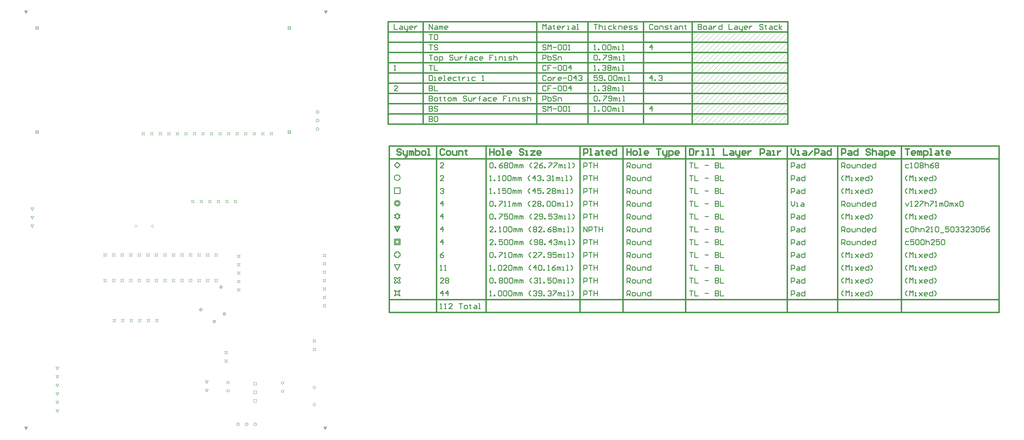
<source format=gbr>
%TF.GenerationSoftware,Altium Limited,Altium Designer,25.6.2 (33)*%
G04 Layer_Color=2752767*
%FSLAX45Y45*%
%MOMM*%
%TF.SameCoordinates,D625FAC1-649B-4139-A42B-0E7AE4161345*%
%TF.FilePolarity,Positive*%
%TF.FileFunction,Drawing*%
%TF.Part,Single*%
G01*
G75*
%TA.AperFunction,NonConductor*%
%ADD43C,0.38100*%
%ADD48C,0.25400*%
%ADD92C,0.08467*%
%ADD93C,0.02540*%
%ADD94C,0.40640*%
D43*
X11105876Y8293100D02*
X29241635D01*
X11105876Y4102100D02*
X29241635D01*
X11105876Y3721100D02*
X29241635D01*
Y8674100D01*
X11105876D02*
X29241635D01*
X11105876Y3721100D02*
Y8674100D01*
X26334146Y3721100D02*
Y8674100D01*
X24439819Y3721100D02*
Y8674100D01*
X22941605Y3721100D02*
Y8674100D01*
X19919882Y3721100D02*
Y8674100D01*
X18056026Y3721100D02*
Y8674100D01*
X16771100Y3721100D02*
Y8674100D01*
X13977914Y3721100D02*
Y8674100D01*
X12505100Y3721100D02*
Y8674100D01*
X22955646Y9325200D02*
Y12373200D01*
X20111650Y11763600D02*
X22955646D01*
X20111650Y11458800D02*
X22955646D01*
X20111650Y11154000D02*
X22955646D01*
X20111650Y10849200D02*
X22955646D01*
X20111650Y10544400D02*
X22955646D01*
X20111650Y10239600D02*
X22955646D01*
X20111650Y9934800D02*
X22955646D01*
X20111650Y9630000D02*
X22955646D01*
X20111650Y9325200D02*
X22955646D01*
X20111650D02*
Y12373200D01*
X18664203Y11763600D02*
X20111650D01*
X18664203Y11458800D02*
X20111650D01*
X18664203Y11154000D02*
X20111650D01*
X18664203Y10849200D02*
X20111650D01*
X18664203Y10544400D02*
X20111650D01*
X18664203Y10239600D02*
X20111650D01*
X18664203Y9934800D02*
X20111650D01*
X18664203Y9630000D02*
X20111650D01*
X18664203Y9325200D02*
X20111650D01*
X18664203D02*
Y12373200D01*
X17013622Y11763600D02*
X18664203D01*
X17013622Y11458800D02*
X18664203D01*
X17013622Y11154000D02*
X18664203D01*
X17013622Y10849200D02*
X18664203D01*
X17013622Y10544400D02*
X18664203D01*
X17013622Y10239600D02*
X18664203D01*
X17013622Y9934800D02*
X18664203D01*
X17013622Y9630000D02*
X18664203D01*
X17013622Y9325200D02*
X18664203D01*
X17013622D02*
Y12373200D01*
X15489999Y11763600D02*
X17013622D01*
X15489999Y11458800D02*
X17013622D01*
X15489999Y11154000D02*
X17013622D01*
X15489999Y10849200D02*
X17013622D01*
X15489999Y10544400D02*
X17013622D01*
X15489999Y10239600D02*
X17013622D01*
X15489999Y9934800D02*
X17013622D01*
X15489999Y9630000D02*
X17013622D01*
X15489999Y9325200D02*
X17013622D01*
X15489999D02*
Y12373200D01*
X12112778Y11763600D02*
X15489999D01*
X12112778Y11458800D02*
X15489999D01*
X12112778Y11154000D02*
X15489999D01*
X12112778Y10849200D02*
X15489999D01*
X12112778Y10544400D02*
X15489999D01*
X12112778Y10239600D02*
X15489999D01*
X12112778Y9934800D02*
X15489999D01*
X12112778Y9630000D02*
X15489999D01*
X12112778Y9325200D02*
X15489999D01*
X12112778D02*
Y12373200D01*
X11071599Y11763600D02*
X12112778D01*
X11071599Y11458800D02*
X12112778D01*
X11071599Y11154000D02*
X12112778D01*
X11071599Y10849200D02*
X12112778D01*
X11071599Y10544400D02*
X12112778D01*
X11071599Y10239600D02*
X12112778D01*
X11071599Y9934800D02*
X12112778D01*
X11071599Y9630000D02*
X12112778D01*
X11071599Y9325200D02*
X12112778D01*
X11071599D02*
Y12373200D01*
X22955646D01*
X11071599Y12068400D02*
X22955646D01*
D48*
X11427080Y7730067D02*
G03*
X11427080Y7730067I-84667J0D01*
G01*
X11393213Y6968067D02*
G03*
X11393213Y6968067I-50800J0D01*
G01*
X11427080D02*
G03*
X11427080Y6968067I-84667J0D01*
G01*
X11257747Y8111067D02*
X11342413Y8026400D01*
X11427080Y8111067D01*
X11342413Y8195733D02*
X11427080Y8111067D01*
X11257747D02*
X11342413Y8195733D01*
X11257747Y7264400D02*
X11427080D01*
Y7433733D01*
X11257747D02*
X11427080D01*
X11257747Y7264400D02*
Y7433733D01*
X11300080Y6544733D02*
X11342413Y6502400D01*
X11257747Y6544733D02*
X11300080D01*
X11257747D02*
X11300080Y6587067D01*
X11257747Y6629400D02*
X11300080Y6587067D01*
X11257747Y6629400D02*
X11300080D01*
X11342413Y6671733D01*
X11384746Y6629400D01*
X11427080D01*
X11384746Y6587067D02*
X11427080Y6629400D01*
X11384746Y6587067D02*
X11427080Y6544733D01*
X11384746D02*
X11427080D01*
X11342413Y6502400D02*
X11384746Y6544733D01*
X11342413Y6155267D02*
X11393213Y6256867D01*
X11291613D02*
X11393213D01*
X11291613D02*
X11342413Y6155267D01*
Y6121400D02*
X11427080Y6290733D01*
X11257747D02*
X11427080D01*
X11257747D02*
X11342413Y6121400D01*
X11291613Y5774267D02*
X11393213D01*
Y5875867D01*
X11291613D02*
X11393213D01*
X11291613Y5774267D02*
Y5875867D01*
X11257747Y5740400D02*
X11427080D01*
Y5909733D01*
X11257747D02*
X11427080D01*
X11257747Y5740400D02*
Y5909733D01*
Y5401733D02*
X11300080D01*
X11257747D02*
Y5486400D01*
X11300080D01*
Y5528733D01*
X11384746D01*
Y5486400D02*
Y5528733D01*
Y5486400D02*
X11427080D01*
Y5401733D02*
Y5486400D01*
X11384746Y5401733D02*
X11427080D01*
X11384746Y5359400D02*
Y5401733D01*
X11300080Y5359400D02*
X11384746D01*
X11300080D02*
Y5401733D01*
X11342413Y4978400D02*
X11427080Y5147733D01*
X11257747D02*
X11427080D01*
X11257747D02*
X11342413Y4978400D01*
X11257747Y4597400D02*
Y4639733D01*
X11300080Y4682067D01*
X11257747Y4724400D02*
X11300080Y4682067D01*
X11257747Y4724400D02*
Y4766733D01*
X11300080D01*
X11342413Y4724400D01*
X11384746Y4766733D01*
X11427080D01*
Y4724400D02*
Y4766733D01*
X11384746Y4682067D02*
X11427080Y4724400D01*
X11384746Y4682067D02*
X11427080Y4639733D01*
Y4597400D02*
Y4639733D01*
X11384746Y4597400D02*
X11427080D01*
X11342413Y4639733D02*
X11384746Y4597400D01*
X11300080D02*
X11342413Y4639733D01*
X11257747Y4597400D02*
X11300080D01*
X11257747Y4216400D02*
X11342413Y4258733D01*
X11427080Y4216400D01*
X11384746Y4301067D02*
X11427080Y4216400D01*
X11384746Y4301067D02*
X11427080Y4385733D01*
X11342413Y4343400D02*
X11427080Y4385733D01*
X11257747D02*
X11342413Y4343400D01*
X11257747Y4385733D02*
X11300080Y4301067D01*
X11257747Y4216400D02*
X11300080Y4301067D01*
X26550015Y8127967D02*
X26473840D01*
X26448447Y8102575D01*
Y8051792D01*
X26473840Y8026400D01*
X26550015D01*
X26600797D02*
X26651581D01*
X26626190D01*
Y8178751D01*
X26600797Y8153359D01*
X26727756D02*
X26753149Y8178751D01*
X26803931D01*
X26829324Y8153359D01*
Y8051792D01*
X26803931Y8026400D01*
X26753149D01*
X26727756Y8051792D01*
Y8153359D01*
X26880106D02*
X26905499Y8178751D01*
X26956281D01*
X26981674Y8153359D01*
Y8127967D01*
X26956281Y8102575D01*
X26981674Y8077183D01*
Y8051792D01*
X26956281Y8026400D01*
X26905499D01*
X26880106Y8051792D01*
Y8077183D01*
X26905499Y8102575D01*
X26880106Y8127967D01*
Y8153359D01*
X26905499Y8102575D02*
X26956281D01*
X27032458Y8178751D02*
Y8026400D01*
Y8102575D01*
X27057849Y8127967D01*
X27108633D01*
X27134024Y8102575D01*
Y8026400D01*
X27286377Y8178751D02*
X27235593Y8153359D01*
X27184808Y8102575D01*
Y8051792D01*
X27210199Y8026400D01*
X27260983D01*
X27286377Y8051792D01*
Y8077183D01*
X27260983Y8102575D01*
X27184808D01*
X27337158Y8153359D02*
X27362552Y8178751D01*
X27413336D01*
X27438727Y8153359D01*
Y8127967D01*
X27413336Y8102575D01*
X27438727Y8077183D01*
Y8051792D01*
X27413336Y8026400D01*
X27362552D01*
X27337158Y8051792D01*
Y8077183D01*
X27362552Y8102575D01*
X27337158Y8127967D01*
Y8153359D01*
X27362552Y8102575D02*
X27413336D01*
X26499231Y7645400D02*
X26448447Y7696183D01*
Y7746967D01*
X26499231Y7797751D01*
X26575406Y7645400D02*
Y7797751D01*
X26626190Y7746967D01*
X26676974Y7797751D01*
Y7645400D01*
X26727756D02*
X26778540D01*
X26753149D01*
Y7746967D01*
X26727756D01*
X26854715D02*
X26956281Y7645400D01*
X26905499Y7696183D01*
X26956281Y7746967D01*
X26854715Y7645400D01*
X27083240D02*
X27032458D01*
X27007065Y7670792D01*
Y7721575D01*
X27032458Y7746967D01*
X27083240D01*
X27108633Y7721575D01*
Y7696183D01*
X27007065D01*
X27260983Y7797751D02*
Y7645400D01*
X27184808D01*
X27159418Y7670792D01*
Y7721575D01*
X27184808Y7746967D01*
X27260983D01*
X27311768Y7645400D02*
X27362552Y7696183D01*
Y7746967D01*
X27311768Y7797751D01*
X26499231Y7264400D02*
X26448447Y7315183D01*
Y7365967D01*
X26499231Y7416751D01*
X26575406Y7264400D02*
Y7416751D01*
X26626190Y7365967D01*
X26676974Y7416751D01*
Y7264400D01*
X26727756D02*
X26778540D01*
X26753149D01*
Y7365967D01*
X26727756D01*
X26854715D02*
X26956281Y7264400D01*
X26905499Y7315183D01*
X26956281Y7365967D01*
X26854715Y7264400D01*
X27083240D02*
X27032458D01*
X27007065Y7289792D01*
Y7340575D01*
X27032458Y7365967D01*
X27083240D01*
X27108633Y7340575D01*
Y7315183D01*
X27007065D01*
X27260983Y7416751D02*
Y7264400D01*
X27184808D01*
X27159418Y7289792D01*
Y7340575D01*
X27184808Y7365967D01*
X27260983D01*
X27311768Y7264400D02*
X27362552Y7315183D01*
Y7365967D01*
X27311768Y7416751D01*
X26448447Y6984967D02*
X26499231Y6883400D01*
X26550015Y6984967D01*
X26600797Y6883400D02*
X26651581D01*
X26626190D01*
Y7035751D01*
X26600797Y7010359D01*
X26829324Y6883400D02*
X26727756D01*
X26829324Y6984967D01*
Y7010359D01*
X26803931Y7035751D01*
X26753149D01*
X26727756Y7010359D01*
X26880106Y7035751D02*
X26981674D01*
Y7010359D01*
X26880106Y6908792D01*
Y6883400D01*
X27032458Y7035751D02*
Y6883400D01*
Y6959575D01*
X27057849Y6984967D01*
X27108633D01*
X27134024Y6959575D01*
Y6883400D01*
X27184808Y7035751D02*
X27286377D01*
Y7010359D01*
X27184808Y6908792D01*
Y6883400D01*
X27337158D02*
X27387943D01*
X27362552D01*
Y7035751D01*
X27337158Y7010359D01*
X27464117Y6883400D02*
Y6984967D01*
X27489511D01*
X27514902Y6959575D01*
Y6883400D01*
Y6959575D01*
X27540292Y6984967D01*
X27565686Y6959575D01*
Y6883400D01*
X27616470Y7010359D02*
X27641861Y7035751D01*
X27692645D01*
X27718036Y7010359D01*
Y6908792D01*
X27692645Y6883400D01*
X27641861D01*
X27616470Y6908792D01*
Y7010359D01*
X27768820Y6883400D02*
Y6984967D01*
X27794211D01*
X27819604Y6959575D01*
Y6883400D01*
Y6959575D01*
X27844995Y6984967D01*
X27870386Y6959575D01*
Y6883400D01*
X27921170Y6984967D02*
X28022736Y6883400D01*
X27971954Y6934183D01*
X28022736Y6984967D01*
X27921170Y6883400D01*
X28073520Y7010359D02*
X28098914Y7035751D01*
X28149695D01*
X28175089Y7010359D01*
Y6908792D01*
X28149695Y6883400D01*
X28098914D01*
X28073520Y6908792D01*
Y7010359D01*
X26499231Y6502400D02*
X26448447Y6553183D01*
Y6603967D01*
X26499231Y6654751D01*
X26575406Y6502400D02*
Y6654751D01*
X26626190Y6603967D01*
X26676974Y6654751D01*
Y6502400D01*
X26727756D02*
X26778540D01*
X26753149D01*
Y6603967D01*
X26727756D01*
X26854715D02*
X26956281Y6502400D01*
X26905499Y6553183D01*
X26956281Y6603967D01*
X26854715Y6502400D01*
X27083240D02*
X27032458D01*
X27007065Y6527792D01*
Y6578575D01*
X27032458Y6603967D01*
X27083240D01*
X27108633Y6578575D01*
Y6553183D01*
X27007065D01*
X27260983Y6654751D02*
Y6502400D01*
X27184808D01*
X27159418Y6527792D01*
Y6578575D01*
X27184808Y6603967D01*
X27260983D01*
X27311768Y6502400D02*
X27362552Y6553183D01*
Y6603967D01*
X27311768Y6654751D01*
X26550015Y6222967D02*
X26473840D01*
X26448447Y6197575D01*
Y6146792D01*
X26473840Y6121400D01*
X26550015D01*
X26600797Y6248359D02*
X26626190Y6273751D01*
X26676974D01*
X26702365Y6248359D01*
Y6146792D01*
X26676974Y6121400D01*
X26626190D01*
X26600797Y6146792D01*
Y6248359D01*
X26753149Y6273751D02*
Y6121400D01*
Y6197575D01*
X26778540Y6222967D01*
X26829324D01*
X26854715Y6197575D01*
Y6121400D01*
X26905499D02*
Y6222967D01*
X26981674D01*
X27007065Y6197575D01*
Y6121400D01*
X27159418D02*
X27057849D01*
X27159418Y6222967D01*
Y6248359D01*
X27134024Y6273751D01*
X27083240D01*
X27057849Y6248359D01*
X27210199Y6121400D02*
X27260983D01*
X27235593D01*
Y6273751D01*
X27210199Y6248359D01*
X27337158D02*
X27362552Y6273751D01*
X27413336D01*
X27438727Y6248359D01*
Y6146792D01*
X27413336Y6121400D01*
X27362552D01*
X27337158Y6146792D01*
Y6248359D01*
X27489511Y6096008D02*
X27591077D01*
X27743427Y6273751D02*
X27641861D01*
Y6197575D01*
X27692645Y6222967D01*
X27718036D01*
X27743427Y6197575D01*
Y6146792D01*
X27718036Y6121400D01*
X27667252D01*
X27641861Y6146792D01*
X27794211Y6248359D02*
X27819604Y6273751D01*
X27870386D01*
X27895779Y6248359D01*
Y6146792D01*
X27870386Y6121400D01*
X27819604D01*
X27794211Y6146792D01*
Y6248359D01*
X27946561D02*
X27971954Y6273751D01*
X28022736D01*
X28048129Y6248359D01*
Y6222967D01*
X28022736Y6197575D01*
X27997345D01*
X28022736D01*
X28048129Y6172183D01*
Y6146792D01*
X28022736Y6121400D01*
X27971954D01*
X27946561Y6146792D01*
X28098914Y6248359D02*
X28124304Y6273751D01*
X28175089D01*
X28200479Y6248359D01*
Y6222967D01*
X28175089Y6197575D01*
X28149695D01*
X28175089D01*
X28200479Y6172183D01*
Y6146792D01*
X28175089Y6121400D01*
X28124304D01*
X28098914Y6146792D01*
X28352832Y6121400D02*
X28251263D01*
X28352832Y6222967D01*
Y6248359D01*
X28327438Y6273751D01*
X28276654D01*
X28251263Y6248359D01*
X28403613D02*
X28429007Y6273751D01*
X28479791D01*
X28505182Y6248359D01*
Y6222967D01*
X28479791Y6197575D01*
X28454398D01*
X28479791D01*
X28505182Y6172183D01*
Y6146792D01*
X28479791Y6121400D01*
X28429007D01*
X28403613Y6146792D01*
X28555966Y6248359D02*
X28581357Y6273751D01*
X28632141D01*
X28657532Y6248359D01*
Y6146792D01*
X28632141Y6121400D01*
X28581357D01*
X28555966Y6146792D01*
Y6248359D01*
X28809882Y6273751D02*
X28708316D01*
Y6197575D01*
X28759100Y6222967D01*
X28784491D01*
X28809882Y6197575D01*
Y6146792D01*
X28784491Y6121400D01*
X28733707D01*
X28708316Y6146792D01*
X28962234Y6273751D02*
X28911450Y6248359D01*
X28860666Y6197575D01*
Y6146792D01*
X28886057Y6121400D01*
X28936841D01*
X28962234Y6146792D01*
Y6172183D01*
X28936841Y6197575D01*
X28860666D01*
X26550015Y5841967D02*
X26473840D01*
X26448447Y5816575D01*
Y5765792D01*
X26473840Y5740400D01*
X26550015D01*
X26702365Y5892751D02*
X26600797D01*
Y5816575D01*
X26651581Y5841967D01*
X26676974D01*
X26702365Y5816575D01*
Y5765792D01*
X26676974Y5740400D01*
X26626190D01*
X26600797Y5765792D01*
X26753149Y5867359D02*
X26778540Y5892751D01*
X26829324D01*
X26854715Y5867359D01*
Y5765792D01*
X26829324Y5740400D01*
X26778540D01*
X26753149Y5765792D01*
Y5867359D01*
X26905499D02*
X26930890Y5892751D01*
X26981674D01*
X27007065Y5867359D01*
Y5765792D01*
X26981674Y5740400D01*
X26930890D01*
X26905499Y5765792D01*
Y5867359D01*
X27057849Y5892751D02*
Y5740400D01*
Y5816575D01*
X27083240Y5841967D01*
X27134024D01*
X27159418Y5816575D01*
Y5740400D01*
X27311768D02*
X27210199D01*
X27311768Y5841967D01*
Y5867359D01*
X27286377Y5892751D01*
X27235593D01*
X27210199Y5867359D01*
X27464117Y5892751D02*
X27362552D01*
Y5816575D01*
X27413336Y5841967D01*
X27438727D01*
X27464117Y5816575D01*
Y5765792D01*
X27438727Y5740400D01*
X27387943D01*
X27362552Y5765792D01*
X27514902Y5867359D02*
X27540295Y5892751D01*
X27591077D01*
X27616470Y5867359D01*
Y5765792D01*
X27591077Y5740400D01*
X27540295D01*
X27514902Y5765792D01*
Y5867359D01*
X26499231Y5359400D02*
X26448447Y5410183D01*
Y5460967D01*
X26499231Y5511751D01*
X26575406Y5359400D02*
Y5511751D01*
X26626190Y5460967D01*
X26676974Y5511751D01*
Y5359400D01*
X26727756D02*
X26778540D01*
X26753149D01*
Y5460967D01*
X26727756D01*
X26854715D02*
X26956281Y5359400D01*
X26905499Y5410183D01*
X26956281Y5460967D01*
X26854715Y5359400D01*
X27083240D02*
X27032458D01*
X27007065Y5384792D01*
Y5435575D01*
X27032458Y5460967D01*
X27083240D01*
X27108633Y5435575D01*
Y5410183D01*
X27007065D01*
X27260983Y5511751D02*
Y5359400D01*
X27184808D01*
X27159418Y5384792D01*
Y5435575D01*
X27184808Y5460967D01*
X27260983D01*
X27311768Y5359400D02*
X27362552Y5410183D01*
Y5460967D01*
X27311768Y5511751D01*
X26499231Y4978400D02*
X26448447Y5029183D01*
Y5079967D01*
X26499231Y5130751D01*
X26575406Y4978400D02*
Y5130751D01*
X26626190Y5079967D01*
X26676974Y5130751D01*
Y4978400D01*
X26727756D02*
X26778540D01*
X26753149D01*
Y5079967D01*
X26727756D01*
X26854715D02*
X26956281Y4978400D01*
X26905499Y5029183D01*
X26956281Y5079967D01*
X26854715Y4978400D01*
X27083240D02*
X27032458D01*
X27007065Y5003792D01*
Y5054575D01*
X27032458Y5079967D01*
X27083240D01*
X27108633Y5054575D01*
Y5029183D01*
X27007065D01*
X27260983Y5130751D02*
Y4978400D01*
X27184808D01*
X27159418Y5003792D01*
Y5054575D01*
X27184808Y5079967D01*
X27260983D01*
X27311768Y4978400D02*
X27362552Y5029183D01*
Y5079967D01*
X27311768Y5130751D01*
X26499231Y4597400D02*
X26448447Y4648183D01*
Y4698967D01*
X26499231Y4749751D01*
X26575406Y4597400D02*
Y4749751D01*
X26626190Y4698967D01*
X26676974Y4749751D01*
Y4597400D01*
X26727756D02*
X26778540D01*
X26753149D01*
Y4698967D01*
X26727756D01*
X26854715D02*
X26956281Y4597400D01*
X26905499Y4648183D01*
X26956281Y4698967D01*
X26854715Y4597400D01*
X27083240D02*
X27032458D01*
X27007065Y4622792D01*
Y4673575D01*
X27032458Y4698967D01*
X27083240D01*
X27108633Y4673575D01*
Y4648183D01*
X27007065D01*
X27260983Y4749751D02*
Y4597400D01*
X27184808D01*
X27159418Y4622792D01*
Y4673575D01*
X27184808Y4698967D01*
X27260983D01*
X27311768Y4597400D02*
X27362552Y4648183D01*
Y4698967D01*
X27311768Y4749751D01*
X26499231Y4216400D02*
X26448447Y4267183D01*
Y4317967D01*
X26499231Y4368751D01*
X26575406Y4216400D02*
Y4368751D01*
X26626190Y4317967D01*
X26676974Y4368751D01*
Y4216400D01*
X26727756D02*
X26778540D01*
X26753149D01*
Y4317967D01*
X26727756D01*
X26854715D02*
X26956281Y4216400D01*
X26905499Y4267183D01*
X26956281Y4317967D01*
X26854715Y4216400D01*
X27083240D02*
X27032458D01*
X27007065Y4241792D01*
Y4292575D01*
X27032458Y4317967D01*
X27083240D01*
X27108633Y4292575D01*
Y4267183D01*
X27007065D01*
X27260983Y4368751D02*
Y4216400D01*
X27184808D01*
X27159418Y4241792D01*
Y4292575D01*
X27184808Y4317967D01*
X27260983D01*
X27311768Y4216400D02*
X27362552Y4267183D01*
Y4317967D01*
X27311768Y4368751D01*
X24554120Y8026400D02*
Y8178751D01*
X24630295D01*
X24655687Y8153359D01*
Y8102575D01*
X24630295Y8077183D01*
X24554120D01*
X24604903D02*
X24655687Y8026400D01*
X24731862D02*
X24782646D01*
X24808038Y8051792D01*
Y8102575D01*
X24782646Y8127967D01*
X24731862D01*
X24706470Y8102575D01*
Y8051792D01*
X24731862Y8026400D01*
X24858821Y8127967D02*
Y8051792D01*
X24884213Y8026400D01*
X24960388D01*
Y8127967D01*
X25011172Y8026400D02*
Y8127967D01*
X25087347D01*
X25112740Y8102575D01*
Y8026400D01*
X25265089Y8178751D02*
Y8026400D01*
X25188914D01*
X25163522Y8051792D01*
Y8102575D01*
X25188914Y8127967D01*
X25265089D01*
X25392049Y8026400D02*
X25341264D01*
X25315874Y8051792D01*
Y8102575D01*
X25341264Y8127967D01*
X25392049D01*
X25417439Y8102575D01*
Y8077183D01*
X25315874D01*
X25569791Y8178751D02*
Y8026400D01*
X25493616D01*
X25468224Y8051792D01*
Y8102575D01*
X25493616Y8127967D01*
X25569791D01*
X24604903Y7645400D02*
X24554120Y7696183D01*
Y7746967D01*
X24604903Y7797751D01*
X24681078Y7645400D02*
Y7797751D01*
X24731862Y7746967D01*
X24782646Y7797751D01*
Y7645400D01*
X24833429D02*
X24884213D01*
X24858821D01*
Y7746967D01*
X24833429D01*
X24960388D02*
X25061955Y7645400D01*
X25011171Y7696183D01*
X25061955Y7746967D01*
X24960388Y7645400D01*
X25188914D02*
X25138132D01*
X25112740Y7670792D01*
Y7721575D01*
X25138132Y7746967D01*
X25188914D01*
X25214307Y7721575D01*
Y7696183D01*
X25112740D01*
X25366656Y7797751D02*
Y7645400D01*
X25290482D01*
X25265089Y7670792D01*
Y7721575D01*
X25290482Y7746967D01*
X25366656D01*
X25417439Y7645400D02*
X25468224Y7696183D01*
Y7746967D01*
X25417439Y7797751D01*
X24604903Y7264400D02*
X24554120Y7315183D01*
Y7365967D01*
X24604903Y7416751D01*
X24681078Y7264400D02*
Y7416751D01*
X24731862Y7365967D01*
X24782646Y7416751D01*
Y7264400D01*
X24833429D02*
X24884213D01*
X24858821D01*
Y7365967D01*
X24833429D01*
X24960388D02*
X25061955Y7264400D01*
X25011171Y7315183D01*
X25061955Y7365967D01*
X24960388Y7264400D01*
X25188914D02*
X25138132D01*
X25112740Y7289792D01*
Y7340575D01*
X25138132Y7365967D01*
X25188914D01*
X25214307Y7340575D01*
Y7315183D01*
X25112740D01*
X25366656Y7416751D02*
Y7264400D01*
X25290482D01*
X25265089Y7289792D01*
Y7340575D01*
X25290482Y7365967D01*
X25366656D01*
X25417439Y7264400D02*
X25468224Y7315183D01*
Y7365967D01*
X25417439Y7416751D01*
X24554120Y6883400D02*
Y7035751D01*
X24630295D01*
X24655687Y7010359D01*
Y6959575D01*
X24630295Y6934183D01*
X24554120D01*
X24604903D02*
X24655687Y6883400D01*
X24731862D02*
X24782646D01*
X24808038Y6908792D01*
Y6959575D01*
X24782646Y6984967D01*
X24731862D01*
X24706470Y6959575D01*
Y6908792D01*
X24731862Y6883400D01*
X24858821Y6984967D02*
Y6908792D01*
X24884213Y6883400D01*
X24960388D01*
Y6984967D01*
X25011172Y6883400D02*
Y6984967D01*
X25087347D01*
X25112740Y6959575D01*
Y6883400D01*
X25265089Y7035751D02*
Y6883400D01*
X25188914D01*
X25163522Y6908792D01*
Y6959575D01*
X25188914Y6984967D01*
X25265089D01*
X25392049Y6883400D02*
X25341264D01*
X25315874Y6908792D01*
Y6959575D01*
X25341264Y6984967D01*
X25392049D01*
X25417439Y6959575D01*
Y6934183D01*
X25315874D01*
X25569791Y7035751D02*
Y6883400D01*
X25493616D01*
X25468224Y6908792D01*
Y6959575D01*
X25493616Y6984967D01*
X25569791D01*
X24604903Y6502400D02*
X24554120Y6553183D01*
Y6603967D01*
X24604903Y6654751D01*
X24681078Y6502400D02*
Y6654751D01*
X24731862Y6603967D01*
X24782646Y6654751D01*
Y6502400D01*
X24833429D02*
X24884213D01*
X24858821D01*
Y6603967D01*
X24833429D01*
X24960388D02*
X25061955Y6502400D01*
X25011171Y6553183D01*
X25061955Y6603967D01*
X24960388Y6502400D01*
X25188914D02*
X25138132D01*
X25112740Y6527792D01*
Y6578575D01*
X25138132Y6603967D01*
X25188914D01*
X25214307Y6578575D01*
Y6553183D01*
X25112740D01*
X25366656Y6654751D02*
Y6502400D01*
X25290482D01*
X25265089Y6527792D01*
Y6578575D01*
X25290482Y6603967D01*
X25366656D01*
X25417439Y6502400D02*
X25468224Y6553183D01*
Y6603967D01*
X25417439Y6654751D01*
X24554120Y6121400D02*
Y6273751D01*
X24630295D01*
X24655687Y6248359D01*
Y6197575D01*
X24630295Y6172183D01*
X24554120D01*
X24604903D02*
X24655687Y6121400D01*
X24731862D02*
X24782646D01*
X24808038Y6146792D01*
Y6197575D01*
X24782646Y6222967D01*
X24731862D01*
X24706470Y6197575D01*
Y6146792D01*
X24731862Y6121400D01*
X24858821Y6222967D02*
Y6146792D01*
X24884213Y6121400D01*
X24960388D01*
Y6222967D01*
X25011172Y6121400D02*
Y6222967D01*
X25087347D01*
X25112740Y6197575D01*
Y6121400D01*
X25265089Y6273751D02*
Y6121400D01*
X25188914D01*
X25163522Y6146792D01*
Y6197575D01*
X25188914Y6222967D01*
X25265089D01*
X25392049Y6121400D02*
X25341264D01*
X25315874Y6146792D01*
Y6197575D01*
X25341264Y6222967D01*
X25392049D01*
X25417439Y6197575D01*
Y6172183D01*
X25315874D01*
X25569791Y6273751D02*
Y6121400D01*
X25493616D01*
X25468224Y6146792D01*
Y6197575D01*
X25493616Y6222967D01*
X25569791D01*
X24554120Y5740400D02*
Y5892751D01*
X24630295D01*
X24655687Y5867359D01*
Y5816575D01*
X24630295Y5791183D01*
X24554120D01*
X24604903D02*
X24655687Y5740400D01*
X24731862D02*
X24782646D01*
X24808038Y5765792D01*
Y5816575D01*
X24782646Y5841967D01*
X24731862D01*
X24706470Y5816575D01*
Y5765792D01*
X24731862Y5740400D01*
X24858821Y5841967D02*
Y5765792D01*
X24884213Y5740400D01*
X24960388D01*
Y5841967D01*
X25011172Y5740400D02*
Y5841967D01*
X25087347D01*
X25112740Y5816575D01*
Y5740400D01*
X25265089Y5892751D02*
Y5740400D01*
X25188914D01*
X25163522Y5765792D01*
Y5816575D01*
X25188914Y5841967D01*
X25265089D01*
X25392049Y5740400D02*
X25341264D01*
X25315874Y5765792D01*
Y5816575D01*
X25341264Y5841967D01*
X25392049D01*
X25417439Y5816575D01*
Y5791183D01*
X25315874D01*
X25569791Y5892751D02*
Y5740400D01*
X25493616D01*
X25468224Y5765792D01*
Y5816575D01*
X25493616Y5841967D01*
X25569791D01*
X24604903Y5359400D02*
X24554120Y5410183D01*
Y5460967D01*
X24604903Y5511751D01*
X24681078Y5359400D02*
Y5511751D01*
X24731862Y5460967D01*
X24782646Y5511751D01*
Y5359400D01*
X24833429D02*
X24884213D01*
X24858821D01*
Y5460967D01*
X24833429D01*
X24960388D02*
X25061955Y5359400D01*
X25011171Y5410183D01*
X25061955Y5460967D01*
X24960388Y5359400D01*
X25188914D02*
X25138132D01*
X25112740Y5384792D01*
Y5435575D01*
X25138132Y5460967D01*
X25188914D01*
X25214307Y5435575D01*
Y5410183D01*
X25112740D01*
X25366656Y5511751D02*
Y5359400D01*
X25290482D01*
X25265089Y5384792D01*
Y5435575D01*
X25290482Y5460967D01*
X25366656D01*
X25417439Y5359400D02*
X25468224Y5410183D01*
Y5460967D01*
X25417439Y5511751D01*
X24604903Y4978400D02*
X24554120Y5029183D01*
Y5079967D01*
X24604903Y5130751D01*
X24681078Y4978400D02*
Y5130751D01*
X24731862Y5079967D01*
X24782646Y5130751D01*
Y4978400D01*
X24833429D02*
X24884213D01*
X24858821D01*
Y5079967D01*
X24833429D01*
X24960388D02*
X25061955Y4978400D01*
X25011171Y5029183D01*
X25061955Y5079967D01*
X24960388Y4978400D01*
X25188914D02*
X25138132D01*
X25112740Y5003792D01*
Y5054575D01*
X25138132Y5079967D01*
X25188914D01*
X25214307Y5054575D01*
Y5029183D01*
X25112740D01*
X25366656Y5130751D02*
Y4978400D01*
X25290482D01*
X25265089Y5003792D01*
Y5054575D01*
X25290482Y5079967D01*
X25366656D01*
X25417439Y4978400D02*
X25468224Y5029183D01*
Y5079967D01*
X25417439Y5130751D01*
X24604903Y4597400D02*
X24554120Y4648183D01*
Y4698967D01*
X24604903Y4749751D01*
X24681078Y4597400D02*
Y4749751D01*
X24731862Y4698967D01*
X24782646Y4749751D01*
Y4597400D01*
X24833429D02*
X24884213D01*
X24858821D01*
Y4698967D01*
X24833429D01*
X24960388D02*
X25061955Y4597400D01*
X25011171Y4648183D01*
X25061955Y4698967D01*
X24960388Y4597400D01*
X25188914D02*
X25138132D01*
X25112740Y4622792D01*
Y4673575D01*
X25138132Y4698967D01*
X25188914D01*
X25214307Y4673575D01*
Y4648183D01*
X25112740D01*
X25366656Y4749751D02*
Y4597400D01*
X25290482D01*
X25265089Y4622792D01*
Y4673575D01*
X25290482Y4698967D01*
X25366656D01*
X25417439Y4597400D02*
X25468224Y4648183D01*
Y4698967D01*
X25417439Y4749751D01*
X24604903Y4216400D02*
X24554120Y4267183D01*
Y4317967D01*
X24604903Y4368751D01*
X24681078Y4216400D02*
Y4368751D01*
X24731862Y4317967D01*
X24782646Y4368751D01*
Y4216400D01*
X24833429D02*
X24884213D01*
X24858821D01*
Y4317967D01*
X24833429D01*
X24960388D02*
X25061955Y4216400D01*
X25011171Y4267183D01*
X25061955Y4317967D01*
X24960388Y4216400D01*
X25188914D02*
X25138132D01*
X25112740Y4241792D01*
Y4292575D01*
X25138132Y4317967D01*
X25188914D01*
X25214307Y4292575D01*
Y4267183D01*
X25112740D01*
X25366656Y4368751D02*
Y4216400D01*
X25290482D01*
X25265089Y4241792D01*
Y4292575D01*
X25290482Y4317967D01*
X25366656D01*
X25417439Y4216400D02*
X25468224Y4267183D01*
Y4317967D01*
X25417439Y4368751D01*
X23055904Y8026400D02*
Y8178751D01*
X23132079D01*
X23157471Y8153359D01*
Y8102575D01*
X23132079Y8077183D01*
X23055904D01*
X23233647Y8127967D02*
X23284430D01*
X23309822Y8102575D01*
Y8026400D01*
X23233647D01*
X23208255Y8051792D01*
X23233647Y8077183D01*
X23309822D01*
X23462173Y8178751D02*
Y8026400D01*
X23385997D01*
X23360606Y8051792D01*
Y8102575D01*
X23385997Y8127967D01*
X23462173D01*
X23055904Y7645400D02*
Y7797751D01*
X23132079D01*
X23157471Y7772359D01*
Y7721575D01*
X23132079Y7696183D01*
X23055904D01*
X23233647Y7746967D02*
X23284430D01*
X23309822Y7721575D01*
Y7645400D01*
X23233647D01*
X23208255Y7670792D01*
X23233647Y7696183D01*
X23309822D01*
X23462173Y7797751D02*
Y7645400D01*
X23385997D01*
X23360606Y7670792D01*
Y7721575D01*
X23385997Y7746967D01*
X23462173D01*
X23055904Y7264400D02*
Y7416751D01*
X23132079D01*
X23157471Y7391359D01*
Y7340575D01*
X23132079Y7315183D01*
X23055904D01*
X23233647Y7365967D02*
X23284430D01*
X23309822Y7340575D01*
Y7264400D01*
X23233647D01*
X23208255Y7289792D01*
X23233647Y7315183D01*
X23309822D01*
X23462173Y7416751D02*
Y7264400D01*
X23385997D01*
X23360606Y7289792D01*
Y7340575D01*
X23385997Y7365967D01*
X23462173D01*
X23055904Y7035751D02*
Y6934183D01*
X23106688Y6883400D01*
X23157471Y6934183D01*
Y7035751D01*
X23208255Y6883400D02*
X23259038D01*
X23233647D01*
Y6984967D01*
X23208255D01*
X23360606D02*
X23411389D01*
X23436781Y6959575D01*
Y6883400D01*
X23360606D01*
X23335214Y6908792D01*
X23360606Y6934183D01*
X23436781D01*
X23055904Y6502400D02*
Y6654751D01*
X23132079D01*
X23157471Y6629359D01*
Y6578575D01*
X23132079Y6553183D01*
X23055904D01*
X23233647Y6603967D02*
X23284430D01*
X23309822Y6578575D01*
Y6502400D01*
X23233647D01*
X23208255Y6527792D01*
X23233647Y6553183D01*
X23309822D01*
X23462173Y6654751D02*
Y6502400D01*
X23385997D01*
X23360606Y6527792D01*
Y6578575D01*
X23385997Y6603967D01*
X23462173D01*
X23055904Y6121400D02*
Y6273751D01*
X23132079D01*
X23157471Y6248359D01*
Y6197575D01*
X23132079Y6172183D01*
X23055904D01*
X23233647Y6222967D02*
X23284430D01*
X23309822Y6197575D01*
Y6121400D01*
X23233647D01*
X23208255Y6146792D01*
X23233647Y6172183D01*
X23309822D01*
X23462173Y6273751D02*
Y6121400D01*
X23385997D01*
X23360606Y6146792D01*
Y6197575D01*
X23385997Y6222967D01*
X23462173D01*
X23055904Y5740400D02*
Y5892751D01*
X23132079D01*
X23157471Y5867359D01*
Y5816575D01*
X23132079Y5791183D01*
X23055904D01*
X23233647Y5841967D02*
X23284430D01*
X23309822Y5816575D01*
Y5740400D01*
X23233647D01*
X23208255Y5765792D01*
X23233647Y5791183D01*
X23309822D01*
X23462173Y5892751D02*
Y5740400D01*
X23385997D01*
X23360606Y5765792D01*
Y5816575D01*
X23385997Y5841967D01*
X23462173D01*
X23055904Y5359400D02*
Y5511751D01*
X23132079D01*
X23157471Y5486359D01*
Y5435575D01*
X23132079Y5410183D01*
X23055904D01*
X23233647Y5460967D02*
X23284430D01*
X23309822Y5435575D01*
Y5359400D01*
X23233647D01*
X23208255Y5384792D01*
X23233647Y5410183D01*
X23309822D01*
X23462173Y5511751D02*
Y5359400D01*
X23385997D01*
X23360606Y5384792D01*
Y5435575D01*
X23385997Y5460967D01*
X23462173D01*
X23055904Y4978400D02*
Y5130751D01*
X23132079D01*
X23157471Y5105359D01*
Y5054575D01*
X23132079Y5029183D01*
X23055904D01*
X23233647Y5079967D02*
X23284430D01*
X23309822Y5054575D01*
Y4978400D01*
X23233647D01*
X23208255Y5003792D01*
X23233647Y5029183D01*
X23309822D01*
X23462173Y5130751D02*
Y4978400D01*
X23385997D01*
X23360606Y5003792D01*
Y5054575D01*
X23385997Y5079967D01*
X23462173D01*
X23055904Y4597400D02*
Y4749751D01*
X23132079D01*
X23157471Y4724359D01*
Y4673575D01*
X23132079Y4648183D01*
X23055904D01*
X23233647Y4698967D02*
X23284430D01*
X23309822Y4673575D01*
Y4597400D01*
X23233647D01*
X23208255Y4622792D01*
X23233647Y4648183D01*
X23309822D01*
X23462173Y4749751D02*
Y4597400D01*
X23385997D01*
X23360606Y4622792D01*
Y4673575D01*
X23385997Y4698967D01*
X23462173D01*
X23055904Y4216400D02*
Y4368751D01*
X23132079D01*
X23157471Y4343359D01*
Y4292575D01*
X23132079Y4267183D01*
X23055904D01*
X23233647Y4317967D02*
X23284430D01*
X23309822Y4292575D01*
Y4216400D01*
X23233647D01*
X23208255Y4241792D01*
X23233647Y4267183D01*
X23309822D01*
X23462173Y4368751D02*
Y4216400D01*
X23385997D01*
X23360606Y4241792D01*
Y4292575D01*
X23385997Y4317967D01*
X23462173D01*
X20034183Y8178751D02*
X20135748D01*
X20084966D01*
Y8026400D01*
X20186533Y8178751D02*
Y8026400D01*
X20288100D01*
X20491234Y8102575D02*
X20592801D01*
X20795935Y8178751D02*
Y8026400D01*
X20872112D01*
X20897504Y8051792D01*
Y8077183D01*
X20872112Y8102575D01*
X20795935D01*
X20872112D01*
X20897504Y8127967D01*
Y8153359D01*
X20872112Y8178751D01*
X20795935D01*
X20948286D02*
Y8026400D01*
X21049854D01*
X20034183Y7797751D02*
X20135748D01*
X20084966D01*
Y7645400D01*
X20186533Y7797751D02*
Y7645400D01*
X20288100D01*
X20491234Y7721575D02*
X20592801D01*
X20795935Y7797751D02*
Y7645400D01*
X20872112D01*
X20897504Y7670792D01*
Y7696183D01*
X20872112Y7721575D01*
X20795935D01*
X20872112D01*
X20897504Y7746967D01*
Y7772359D01*
X20872112Y7797751D01*
X20795935D01*
X20948286D02*
Y7645400D01*
X21049854D01*
X20034183Y7416751D02*
X20135748D01*
X20084966D01*
Y7264400D01*
X20186533Y7416751D02*
Y7264400D01*
X20288100D01*
X20491234Y7340575D02*
X20592801D01*
X20795935Y7416751D02*
Y7264400D01*
X20872112D01*
X20897504Y7289792D01*
Y7315183D01*
X20872112Y7340575D01*
X20795935D01*
X20872112D01*
X20897504Y7365967D01*
Y7391359D01*
X20872112Y7416751D01*
X20795935D01*
X20948286D02*
Y7264400D01*
X21049854D01*
X20034183Y7035751D02*
X20135748D01*
X20084966D01*
Y6883400D01*
X20186533Y7035751D02*
Y6883400D01*
X20288100D01*
X20491234Y6959575D02*
X20592801D01*
X20795935Y7035751D02*
Y6883400D01*
X20872112D01*
X20897504Y6908792D01*
Y6934183D01*
X20872112Y6959575D01*
X20795935D01*
X20872112D01*
X20897504Y6984967D01*
Y7010359D01*
X20872112Y7035751D01*
X20795935D01*
X20948286D02*
Y6883400D01*
X21049854D01*
X20034183Y6654751D02*
X20135748D01*
X20084966D01*
Y6502400D01*
X20186533Y6654751D02*
Y6502400D01*
X20288100D01*
X20491234Y6578575D02*
X20592801D01*
X20795935Y6654751D02*
Y6502400D01*
X20872112D01*
X20897504Y6527792D01*
Y6553183D01*
X20872112Y6578575D01*
X20795935D01*
X20872112D01*
X20897504Y6603967D01*
Y6629359D01*
X20872112Y6654751D01*
X20795935D01*
X20948286D02*
Y6502400D01*
X21049854D01*
X20034183Y6273751D02*
X20135748D01*
X20084966D01*
Y6121400D01*
X20186533Y6273751D02*
Y6121400D01*
X20288100D01*
X20491234Y6197575D02*
X20592801D01*
X20795935Y6273751D02*
Y6121400D01*
X20872112D01*
X20897504Y6146792D01*
Y6172183D01*
X20872112Y6197575D01*
X20795935D01*
X20872112D01*
X20897504Y6222967D01*
Y6248359D01*
X20872112Y6273751D01*
X20795935D01*
X20948286D02*
Y6121400D01*
X21049854D01*
X20034183Y5892751D02*
X20135748D01*
X20084966D01*
Y5740400D01*
X20186533Y5892751D02*
Y5740400D01*
X20288100D01*
X20491234Y5816575D02*
X20592801D01*
X20795935Y5892751D02*
Y5740400D01*
X20872112D01*
X20897504Y5765792D01*
Y5791183D01*
X20872112Y5816575D01*
X20795935D01*
X20872112D01*
X20897504Y5841967D01*
Y5867359D01*
X20872112Y5892751D01*
X20795935D01*
X20948286D02*
Y5740400D01*
X21049854D01*
X20034183Y5511751D02*
X20135748D01*
X20084966D01*
Y5359400D01*
X20186533Y5511751D02*
Y5359400D01*
X20288100D01*
X20491234Y5435575D02*
X20592801D01*
X20795935Y5511751D02*
Y5359400D01*
X20872112D01*
X20897504Y5384792D01*
Y5410183D01*
X20872112Y5435575D01*
X20795935D01*
X20872112D01*
X20897504Y5460967D01*
Y5486359D01*
X20872112Y5511751D01*
X20795935D01*
X20948286D02*
Y5359400D01*
X21049854D01*
X20034183Y5130751D02*
X20135748D01*
X20084966D01*
Y4978400D01*
X20186533Y5130751D02*
Y4978400D01*
X20288100D01*
X20491234Y5054575D02*
X20592801D01*
X20795935Y5130751D02*
Y4978400D01*
X20872112D01*
X20897504Y5003792D01*
Y5029183D01*
X20872112Y5054575D01*
X20795935D01*
X20872112D01*
X20897504Y5079967D01*
Y5105359D01*
X20872112Y5130751D01*
X20795935D01*
X20948286D02*
Y4978400D01*
X21049854D01*
X20034183Y4749751D02*
X20135748D01*
X20084966D01*
Y4597400D01*
X20186533Y4749751D02*
Y4597400D01*
X20288100D01*
X20491234Y4673575D02*
X20592801D01*
X20795935Y4749751D02*
Y4597400D01*
X20872112D01*
X20897504Y4622792D01*
Y4648183D01*
X20872112Y4673575D01*
X20795935D01*
X20872112D01*
X20897504Y4698967D01*
Y4724359D01*
X20872112Y4749751D01*
X20795935D01*
X20948286D02*
Y4597400D01*
X21049854D01*
X20034183Y4368751D02*
X20135748D01*
X20084966D01*
Y4216400D01*
X20186533Y4368751D02*
Y4216400D01*
X20288100D01*
X20491234Y4292575D02*
X20592801D01*
X20795935Y4368751D02*
Y4216400D01*
X20872112D01*
X20897504Y4241792D01*
Y4267183D01*
X20872112Y4292575D01*
X20795935D01*
X20872112D01*
X20897504Y4317967D01*
Y4343359D01*
X20872112Y4368751D01*
X20795935D01*
X20948286D02*
Y4216400D01*
X21049854D01*
X18170325Y8026400D02*
Y8178751D01*
X18246500D01*
X18271892Y8153359D01*
Y8102575D01*
X18246500Y8077183D01*
X18170325D01*
X18221107D02*
X18271892Y8026400D01*
X18348067D02*
X18398851D01*
X18424243Y8051792D01*
Y8102575D01*
X18398851Y8127967D01*
X18348067D01*
X18322675Y8102575D01*
Y8051792D01*
X18348067Y8026400D01*
X18475026Y8127967D02*
Y8051792D01*
X18500418Y8026400D01*
X18576593D01*
Y8127967D01*
X18627377Y8026400D02*
Y8127967D01*
X18703552D01*
X18728944Y8102575D01*
Y8026400D01*
X18881294Y8178751D02*
Y8026400D01*
X18805119D01*
X18779727Y8051792D01*
Y8102575D01*
X18805119Y8127967D01*
X18881294D01*
X18170325Y7645400D02*
Y7797751D01*
X18246500D01*
X18271892Y7772359D01*
Y7721575D01*
X18246500Y7696183D01*
X18170325D01*
X18221107D02*
X18271892Y7645400D01*
X18348067D02*
X18398851D01*
X18424243Y7670792D01*
Y7721575D01*
X18398851Y7746967D01*
X18348067D01*
X18322675Y7721575D01*
Y7670792D01*
X18348067Y7645400D01*
X18475026Y7746967D02*
Y7670792D01*
X18500418Y7645400D01*
X18576593D01*
Y7746967D01*
X18627377Y7645400D02*
Y7746967D01*
X18703552D01*
X18728944Y7721575D01*
Y7645400D01*
X18881294Y7797751D02*
Y7645400D01*
X18805119D01*
X18779727Y7670792D01*
Y7721575D01*
X18805119Y7746967D01*
X18881294D01*
X18170325Y7264400D02*
Y7416751D01*
X18246500D01*
X18271892Y7391359D01*
Y7340575D01*
X18246500Y7315183D01*
X18170325D01*
X18221107D02*
X18271892Y7264400D01*
X18348067D02*
X18398851D01*
X18424243Y7289792D01*
Y7340575D01*
X18398851Y7365967D01*
X18348067D01*
X18322675Y7340575D01*
Y7289792D01*
X18348067Y7264400D01*
X18475026Y7365967D02*
Y7289792D01*
X18500418Y7264400D01*
X18576593D01*
Y7365967D01*
X18627377Y7264400D02*
Y7365967D01*
X18703552D01*
X18728944Y7340575D01*
Y7264400D01*
X18881294Y7416751D02*
Y7264400D01*
X18805119D01*
X18779727Y7289792D01*
Y7340575D01*
X18805119Y7365967D01*
X18881294D01*
X18170325Y6883400D02*
Y7035751D01*
X18246500D01*
X18271892Y7010359D01*
Y6959575D01*
X18246500Y6934183D01*
X18170325D01*
X18221107D02*
X18271892Y6883400D01*
X18348067D02*
X18398851D01*
X18424243Y6908792D01*
Y6959575D01*
X18398851Y6984967D01*
X18348067D01*
X18322675Y6959575D01*
Y6908792D01*
X18348067Y6883400D01*
X18475026Y6984967D02*
Y6908792D01*
X18500418Y6883400D01*
X18576593D01*
Y6984967D01*
X18627377Y6883400D02*
Y6984967D01*
X18703552D01*
X18728944Y6959575D01*
Y6883400D01*
X18881294Y7035751D02*
Y6883400D01*
X18805119D01*
X18779727Y6908792D01*
Y6959575D01*
X18805119Y6984967D01*
X18881294D01*
X18170325Y6502400D02*
Y6654751D01*
X18246500D01*
X18271892Y6629359D01*
Y6578575D01*
X18246500Y6553183D01*
X18170325D01*
X18221107D02*
X18271892Y6502400D01*
X18348067D02*
X18398851D01*
X18424243Y6527792D01*
Y6578575D01*
X18398851Y6603967D01*
X18348067D01*
X18322675Y6578575D01*
Y6527792D01*
X18348067Y6502400D01*
X18475026Y6603967D02*
Y6527792D01*
X18500418Y6502400D01*
X18576593D01*
Y6603967D01*
X18627377Y6502400D02*
Y6603967D01*
X18703552D01*
X18728944Y6578575D01*
Y6502400D01*
X18881294Y6654751D02*
Y6502400D01*
X18805119D01*
X18779727Y6527792D01*
Y6578575D01*
X18805119Y6603967D01*
X18881294D01*
X18170325Y6121400D02*
Y6273751D01*
X18246500D01*
X18271892Y6248359D01*
Y6197575D01*
X18246500Y6172183D01*
X18170325D01*
X18221107D02*
X18271892Y6121400D01*
X18348067D02*
X18398851D01*
X18424243Y6146792D01*
Y6197575D01*
X18398851Y6222967D01*
X18348067D01*
X18322675Y6197575D01*
Y6146792D01*
X18348067Y6121400D01*
X18475026Y6222967D02*
Y6146792D01*
X18500418Y6121400D01*
X18576593D01*
Y6222967D01*
X18627377Y6121400D02*
Y6222967D01*
X18703552D01*
X18728944Y6197575D01*
Y6121400D01*
X18881294Y6273751D02*
Y6121400D01*
X18805119D01*
X18779727Y6146792D01*
Y6197575D01*
X18805119Y6222967D01*
X18881294D01*
X18170325Y5740400D02*
Y5892751D01*
X18246500D01*
X18271892Y5867359D01*
Y5816575D01*
X18246500Y5791183D01*
X18170325D01*
X18221107D02*
X18271892Y5740400D01*
X18348067D02*
X18398851D01*
X18424243Y5765792D01*
Y5816575D01*
X18398851Y5841967D01*
X18348067D01*
X18322675Y5816575D01*
Y5765792D01*
X18348067Y5740400D01*
X18475026Y5841967D02*
Y5765792D01*
X18500418Y5740400D01*
X18576593D01*
Y5841967D01*
X18627377Y5740400D02*
Y5841967D01*
X18703552D01*
X18728944Y5816575D01*
Y5740400D01*
X18881294Y5892751D02*
Y5740400D01*
X18805119D01*
X18779727Y5765792D01*
Y5816575D01*
X18805119Y5841967D01*
X18881294D01*
X18170325Y5359400D02*
Y5511751D01*
X18246500D01*
X18271892Y5486359D01*
Y5435575D01*
X18246500Y5410183D01*
X18170325D01*
X18221107D02*
X18271892Y5359400D01*
X18348067D02*
X18398851D01*
X18424243Y5384792D01*
Y5435575D01*
X18398851Y5460967D01*
X18348067D01*
X18322675Y5435575D01*
Y5384792D01*
X18348067Y5359400D01*
X18475026Y5460967D02*
Y5384792D01*
X18500418Y5359400D01*
X18576593D01*
Y5460967D01*
X18627377Y5359400D02*
Y5460967D01*
X18703552D01*
X18728944Y5435575D01*
Y5359400D01*
X18881294Y5511751D02*
Y5359400D01*
X18805119D01*
X18779727Y5384792D01*
Y5435575D01*
X18805119Y5460967D01*
X18881294D01*
X18170325Y4978400D02*
Y5130751D01*
X18246500D01*
X18271892Y5105359D01*
Y5054575D01*
X18246500Y5029183D01*
X18170325D01*
X18221107D02*
X18271892Y4978400D01*
X18348067D02*
X18398851D01*
X18424243Y5003792D01*
Y5054575D01*
X18398851Y5079967D01*
X18348067D01*
X18322675Y5054575D01*
Y5003792D01*
X18348067Y4978400D01*
X18475026Y5079967D02*
Y5003792D01*
X18500418Y4978400D01*
X18576593D01*
Y5079967D01*
X18627377Y4978400D02*
Y5079967D01*
X18703552D01*
X18728944Y5054575D01*
Y4978400D01*
X18881294Y5130751D02*
Y4978400D01*
X18805119D01*
X18779727Y5003792D01*
Y5054575D01*
X18805119Y5079967D01*
X18881294D01*
X18170325Y4597400D02*
Y4749751D01*
X18246500D01*
X18271892Y4724359D01*
Y4673575D01*
X18246500Y4648183D01*
X18170325D01*
X18221107D02*
X18271892Y4597400D01*
X18348067D02*
X18398851D01*
X18424243Y4622792D01*
Y4673575D01*
X18398851Y4698967D01*
X18348067D01*
X18322675Y4673575D01*
Y4622792D01*
X18348067Y4597400D01*
X18475026Y4698967D02*
Y4622792D01*
X18500418Y4597400D01*
X18576593D01*
Y4698967D01*
X18627377Y4597400D02*
Y4698967D01*
X18703552D01*
X18728944Y4673575D01*
Y4597400D01*
X18881294Y4749751D02*
Y4597400D01*
X18805119D01*
X18779727Y4622792D01*
Y4673575D01*
X18805119Y4698967D01*
X18881294D01*
X18170325Y4216400D02*
Y4368751D01*
X18246500D01*
X18271892Y4343359D01*
Y4292575D01*
X18246500Y4267183D01*
X18170325D01*
X18221107D02*
X18271892Y4216400D01*
X18348067D02*
X18398851D01*
X18424243Y4241792D01*
Y4292575D01*
X18398851Y4317967D01*
X18348067D01*
X18322675Y4292575D01*
Y4241792D01*
X18348067Y4216400D01*
X18475026Y4317967D02*
Y4241792D01*
X18500418Y4216400D01*
X18576593D01*
Y4317967D01*
X18627377Y4216400D02*
Y4317967D01*
X18703552D01*
X18728944Y4292575D01*
Y4216400D01*
X18881294Y4368751D02*
Y4216400D01*
X18805119D01*
X18779727Y4241792D01*
Y4292575D01*
X18805119Y4317967D01*
X18881294D01*
X16885400Y8026400D02*
Y8178751D01*
X16961575D01*
X16986967Y8153359D01*
Y8102575D01*
X16961575Y8077183D01*
X16885400D01*
X17037750Y8178751D02*
X17139317D01*
X17088535D01*
Y8026400D01*
X17190102Y8178751D02*
Y8026400D01*
Y8102575D01*
X17291669D01*
Y8178751D01*
Y8026400D01*
X16885400Y7645400D02*
Y7797751D01*
X16961575D01*
X16986967Y7772359D01*
Y7721575D01*
X16961575Y7696183D01*
X16885400D01*
X17037750Y7797751D02*
X17139317D01*
X17088535D01*
Y7645400D01*
X17190102Y7797751D02*
Y7645400D01*
Y7721575D01*
X17291669D01*
Y7797751D01*
Y7645400D01*
X16885400Y7264400D02*
Y7416751D01*
X16961575D01*
X16986967Y7391359D01*
Y7340575D01*
X16961575Y7315183D01*
X16885400D01*
X17037750Y7416751D02*
X17139317D01*
X17088535D01*
Y7264400D01*
X17190102Y7416751D02*
Y7264400D01*
Y7340575D01*
X17291669D01*
Y7416751D01*
Y7264400D01*
X16885400Y6883400D02*
Y7035751D01*
X16961575D01*
X16986967Y7010359D01*
Y6959575D01*
X16961575Y6934183D01*
X16885400D01*
X17037750Y7035751D02*
X17139317D01*
X17088535D01*
Y6883400D01*
X17190102Y7035751D02*
Y6883400D01*
Y6959575D01*
X17291669D01*
Y7035751D01*
Y6883400D01*
X16885400Y6502400D02*
Y6654751D01*
X16961575D01*
X16986967Y6629359D01*
Y6578575D01*
X16961575Y6553183D01*
X16885400D01*
X17037750Y6654751D02*
X17139317D01*
X17088535D01*
Y6502400D01*
X17190102Y6654751D02*
Y6502400D01*
Y6578575D01*
X17291669D01*
Y6654751D01*
Y6502400D01*
X16885400Y6121400D02*
Y6273751D01*
X16986967Y6121400D01*
Y6273751D01*
X17037750Y6121400D02*
Y6273751D01*
X17113927D01*
X17139317Y6248359D01*
Y6197575D01*
X17113927Y6172183D01*
X17037750D01*
X17190102Y6273751D02*
X17291669D01*
X17240884D01*
Y6121400D01*
X17342451Y6273751D02*
Y6121400D01*
Y6197575D01*
X17444019D01*
Y6273751D01*
Y6121400D01*
X16885400Y5740400D02*
Y5892751D01*
X16961575D01*
X16986967Y5867359D01*
Y5816575D01*
X16961575Y5791183D01*
X16885400D01*
X17037750Y5892751D02*
X17139317D01*
X17088535D01*
Y5740400D01*
X17190102Y5892751D02*
Y5740400D01*
Y5816575D01*
X17291669D01*
Y5892751D01*
Y5740400D01*
X16885400Y5359400D02*
Y5511751D01*
X16961575D01*
X16986967Y5486359D01*
Y5435575D01*
X16961575Y5410183D01*
X16885400D01*
X17037750Y5511751D02*
X17139317D01*
X17088535D01*
Y5359400D01*
X17190102Y5511751D02*
Y5359400D01*
Y5435575D01*
X17291669D01*
Y5511751D01*
Y5359400D01*
X16885400Y4978400D02*
Y5130751D01*
X16961575D01*
X16986967Y5105359D01*
Y5054575D01*
X16961575Y5029183D01*
X16885400D01*
X17037750Y5130751D02*
X17139317D01*
X17088535D01*
Y4978400D01*
X17190102Y5130751D02*
Y4978400D01*
Y5054575D01*
X17291669D01*
Y5130751D01*
Y4978400D01*
X16885400Y4597400D02*
Y4749751D01*
X16961575D01*
X16986967Y4724359D01*
Y4673575D01*
X16961575Y4648183D01*
X16885400D01*
X17037750Y4749751D02*
X17139317D01*
X17088535D01*
Y4597400D01*
X17190102Y4749751D02*
Y4597400D01*
Y4673575D01*
X17291669D01*
Y4749751D01*
Y4597400D01*
X16885400Y4216400D02*
Y4368751D01*
X16961575D01*
X16986967Y4343359D01*
Y4292575D01*
X16961575Y4267183D01*
X16885400D01*
X17037750Y4368751D02*
X17139317D01*
X17088535D01*
Y4216400D01*
X17190102Y4368751D02*
Y4216400D01*
Y4292575D01*
X17291669D01*
Y4368751D01*
Y4216400D01*
X14092213Y8153359D02*
X14117606Y8178751D01*
X14168388D01*
X14193781Y8153359D01*
Y8051792D01*
X14168388Y8026400D01*
X14117606D01*
X14092213Y8051792D01*
Y8153359D01*
X14244563Y8026400D02*
Y8051792D01*
X14269955D01*
Y8026400D01*
X14244563D01*
X14473090Y8178751D02*
X14422307Y8153359D01*
X14371523Y8102575D01*
Y8051792D01*
X14396915Y8026400D01*
X14447699D01*
X14473090Y8051792D01*
Y8077183D01*
X14447699Y8102575D01*
X14371523D01*
X14523874Y8153359D02*
X14549266Y8178751D01*
X14600049D01*
X14625441Y8153359D01*
Y8127967D01*
X14600049Y8102575D01*
X14625441Y8077183D01*
Y8051792D01*
X14600049Y8026400D01*
X14549266D01*
X14523874Y8051792D01*
Y8077183D01*
X14549266Y8102575D01*
X14523874Y8127967D01*
Y8153359D01*
X14549266Y8102575D02*
X14600049D01*
X14676225Y8153359D02*
X14701617Y8178751D01*
X14752400D01*
X14777792Y8153359D01*
Y8051792D01*
X14752400Y8026400D01*
X14701617D01*
X14676225Y8051792D01*
Y8153359D01*
X14828575Y8026400D02*
Y8127967D01*
X14853967D01*
X14879359Y8102575D01*
Y8026400D01*
Y8102575D01*
X14904752Y8127967D01*
X14930144Y8102575D01*
Y8026400D01*
X14980927D02*
Y8127967D01*
X15006319D01*
X15031709Y8102575D01*
Y8026400D01*
Y8102575D01*
X15057101Y8127967D01*
X15082494Y8102575D01*
Y8026400D01*
X15336411D02*
X15285628Y8077183D01*
Y8127967D01*
X15336411Y8178751D01*
X15514154Y8026400D02*
X15412585D01*
X15514154Y8127967D01*
Y8153359D01*
X15488762Y8178751D01*
X15437978D01*
X15412585Y8153359D01*
X15666504Y8178751D02*
X15615721Y8153359D01*
X15564937Y8102575D01*
Y8051792D01*
X15590329Y8026400D01*
X15641112D01*
X15666504Y8051792D01*
Y8077183D01*
X15641112Y8102575D01*
X15564937D01*
X15717288Y8026400D02*
Y8051792D01*
X15742680D01*
Y8026400D01*
X15717288D01*
X15844247Y8178751D02*
X15945815D01*
Y8153359D01*
X15844247Y8051792D01*
Y8026400D01*
X15996597Y8178751D02*
X16098164D01*
Y8153359D01*
X15996597Y8051792D01*
Y8026400D01*
X16148949D02*
Y8127967D01*
X16174339D01*
X16199731Y8102575D01*
Y8026400D01*
Y8102575D01*
X16225124Y8127967D01*
X16250516Y8102575D01*
Y8026400D01*
X16301299D02*
X16352081D01*
X16326691D01*
Y8127967D01*
X16301299D01*
X16428258Y8026400D02*
X16479041D01*
X16453650D01*
Y8178751D01*
X16428258D01*
X16555217Y8026400D02*
X16606000Y8077183D01*
Y8127967D01*
X16555217Y8178751D01*
X14092213Y7645400D02*
X14142998D01*
X14117606D01*
Y7797751D01*
X14092213Y7772359D01*
X14219173Y7645400D02*
Y7670792D01*
X14244563D01*
Y7645400D01*
X14219173D01*
X14346130D02*
X14396915D01*
X14371523D01*
Y7797751D01*
X14346130Y7772359D01*
X14473090D02*
X14498482Y7797751D01*
X14549266D01*
X14574657Y7772359D01*
Y7670792D01*
X14549266Y7645400D01*
X14498482D01*
X14473090Y7670792D01*
Y7772359D01*
X14625441D02*
X14650833Y7797751D01*
X14701616D01*
X14727008Y7772359D01*
Y7670792D01*
X14701616Y7645400D01*
X14650833D01*
X14625441Y7670792D01*
Y7772359D01*
X14777792Y7645400D02*
Y7746967D01*
X14803183D01*
X14828575Y7721575D01*
Y7645400D01*
Y7721575D01*
X14853967Y7746967D01*
X14879359Y7721575D01*
Y7645400D01*
X14930142D02*
Y7746967D01*
X14955534D01*
X14980927Y7721575D01*
Y7645400D01*
Y7721575D01*
X15006319Y7746967D01*
X15031709Y7721575D01*
Y7645400D01*
X15285628D02*
X15234843Y7696183D01*
Y7746967D01*
X15285628Y7797751D01*
X15437978Y7645400D02*
Y7797751D01*
X15361803Y7721575D01*
X15463370D01*
X15514153Y7772359D02*
X15539545Y7797751D01*
X15590329D01*
X15615721Y7772359D01*
Y7746967D01*
X15590329Y7721575D01*
X15564937D01*
X15590329D01*
X15615721Y7696183D01*
Y7670792D01*
X15590329Y7645400D01*
X15539545D01*
X15514153Y7670792D01*
X15666504Y7645400D02*
Y7670792D01*
X15691896D01*
Y7645400D01*
X15666504D01*
X15793463Y7772359D02*
X15818855Y7797751D01*
X15869638D01*
X15895030Y7772359D01*
Y7746967D01*
X15869638Y7721575D01*
X15844246D01*
X15869638D01*
X15895030Y7696183D01*
Y7670792D01*
X15869638Y7645400D01*
X15818855D01*
X15793463Y7670792D01*
X15945815Y7645400D02*
X15996597D01*
X15971207D01*
Y7797751D01*
X15945815Y7772359D01*
X16072774Y7645400D02*
Y7746967D01*
X16098164D01*
X16123557Y7721575D01*
Y7645400D01*
Y7721575D01*
X16148949Y7746967D01*
X16174339Y7721575D01*
Y7645400D01*
X16225124D02*
X16275906D01*
X16250516D01*
Y7746967D01*
X16225124D01*
X16352081Y7645400D02*
X16402866D01*
X16377473D01*
Y7797751D01*
X16352081D01*
X16479041Y7645400D02*
X16529823Y7696183D01*
Y7746967D01*
X16479041Y7797751D01*
X14092213Y7264400D02*
X14142998D01*
X14117606D01*
Y7416751D01*
X14092213Y7391359D01*
X14219173Y7264400D02*
Y7289792D01*
X14244563D01*
Y7264400D01*
X14219173D01*
X14346130D02*
X14396915D01*
X14371523D01*
Y7416751D01*
X14346130Y7391359D01*
X14574657Y7416751D02*
X14473090D01*
Y7340575D01*
X14523874Y7365967D01*
X14549266D01*
X14574657Y7340575D01*
Y7289792D01*
X14549266Y7264400D01*
X14498482D01*
X14473090Y7289792D01*
X14625441Y7391359D02*
X14650833Y7416751D01*
X14701616D01*
X14727008Y7391359D01*
Y7289792D01*
X14701616Y7264400D01*
X14650833D01*
X14625441Y7289792D01*
Y7391359D01*
X14777792Y7264400D02*
Y7365967D01*
X14803183D01*
X14828575Y7340575D01*
Y7264400D01*
Y7340575D01*
X14853967Y7365967D01*
X14879359Y7340575D01*
Y7264400D01*
X14930142D02*
Y7365967D01*
X14955534D01*
X14980927Y7340575D01*
Y7264400D01*
Y7340575D01*
X15006319Y7365967D01*
X15031709Y7340575D01*
Y7264400D01*
X15285628D02*
X15234843Y7315183D01*
Y7365967D01*
X15285628Y7416751D01*
X15437978Y7264400D02*
Y7416751D01*
X15361803Y7340575D01*
X15463370D01*
X15615721Y7416751D02*
X15514153D01*
Y7340575D01*
X15564937Y7365967D01*
X15590329D01*
X15615721Y7340575D01*
Y7289792D01*
X15590329Y7264400D01*
X15539545D01*
X15514153Y7289792D01*
X15666504Y7264400D02*
Y7289792D01*
X15691896D01*
Y7264400D01*
X15666504D01*
X15895030D02*
X15793463D01*
X15895030Y7365967D01*
Y7391359D01*
X15869638Y7416751D01*
X15818855D01*
X15793463Y7391359D01*
X15945815D02*
X15971207Y7416751D01*
X16021989D01*
X16047382Y7391359D01*
Y7365967D01*
X16021989Y7340575D01*
X16047382Y7315183D01*
Y7289792D01*
X16021989Y7264400D01*
X15971207D01*
X15945815Y7289792D01*
Y7315183D01*
X15971207Y7340575D01*
X15945815Y7365967D01*
Y7391359D01*
X15971207Y7340575D02*
X16021989D01*
X16098164Y7264400D02*
Y7365967D01*
X16123557D01*
X16148949Y7340575D01*
Y7264400D01*
Y7340575D01*
X16174339Y7365967D01*
X16199731Y7340575D01*
Y7264400D01*
X16250516D02*
X16301299D01*
X16275906D01*
Y7365967D01*
X16250516D01*
X16377473Y7264400D02*
X16428258D01*
X16402866D01*
Y7416751D01*
X16377473D01*
X16504433Y7264400D02*
X16555215Y7315183D01*
Y7365967D01*
X16504433Y7416751D01*
X14092213Y7010359D02*
X14117606Y7035751D01*
X14168388D01*
X14193781Y7010359D01*
Y6908792D01*
X14168388Y6883400D01*
X14117606D01*
X14092213Y6908792D01*
Y7010359D01*
X14244563Y6883400D02*
Y6908792D01*
X14269955D01*
Y6883400D01*
X14244563D01*
X14371523Y7035751D02*
X14473090D01*
Y7010359D01*
X14371523Y6908792D01*
Y6883400D01*
X14523874D02*
X14574657D01*
X14549266D01*
Y7035751D01*
X14523874Y7010359D01*
X14650833Y6883400D02*
X14701616D01*
X14676225D01*
Y7035751D01*
X14650833Y7010359D01*
X14777792Y6883400D02*
Y6984967D01*
X14803183D01*
X14828575Y6959575D01*
Y6883400D01*
Y6959575D01*
X14853967Y6984967D01*
X14879359Y6959575D01*
Y6883400D01*
X14930142D02*
Y6984967D01*
X14955534D01*
X14980927Y6959575D01*
Y6883400D01*
Y6959575D01*
X15006319Y6984967D01*
X15031709Y6959575D01*
Y6883400D01*
X15285628D02*
X15234843Y6934183D01*
Y6984967D01*
X15285628Y7035751D01*
X15463370Y6883400D02*
X15361803D01*
X15463370Y6984967D01*
Y7010359D01*
X15437978Y7035751D01*
X15387195D01*
X15361803Y7010359D01*
X15514153D02*
X15539545Y7035751D01*
X15590329D01*
X15615721Y7010359D01*
Y6984967D01*
X15590329Y6959575D01*
X15615721Y6934183D01*
Y6908792D01*
X15590329Y6883400D01*
X15539545D01*
X15514153Y6908792D01*
Y6934183D01*
X15539545Y6959575D01*
X15514153Y6984967D01*
Y7010359D01*
X15539545Y6959575D02*
X15590329D01*
X15666504Y6883400D02*
Y6908792D01*
X15691896D01*
Y6883400D01*
X15666504D01*
X15793463Y7010359D02*
X15818855Y7035751D01*
X15869638D01*
X15895030Y7010359D01*
Y6908792D01*
X15869638Y6883400D01*
X15818855D01*
X15793463Y6908792D01*
Y7010359D01*
X15945815D02*
X15971207Y7035751D01*
X16021989D01*
X16047382Y7010359D01*
Y6908792D01*
X16021989Y6883400D01*
X15971207D01*
X15945815Y6908792D01*
Y7010359D01*
X16098164Y6883400D02*
Y6984967D01*
X16123557D01*
X16148949Y6959575D01*
Y6883400D01*
Y6959575D01*
X16174339Y6984967D01*
X16199731Y6959575D01*
Y6883400D01*
X16250516D02*
X16301299D01*
X16275906D01*
Y6984967D01*
X16250516D01*
X16377473Y6883400D02*
X16428258D01*
X16402866D01*
Y7035751D01*
X16377473D01*
X16504433Y6883400D02*
X16555215Y6934183D01*
Y6984967D01*
X16504433Y7035751D01*
X14092213Y6629359D02*
X14117606Y6654751D01*
X14168388D01*
X14193781Y6629359D01*
Y6527792D01*
X14168388Y6502400D01*
X14117606D01*
X14092213Y6527792D01*
Y6629359D01*
X14244563Y6502400D02*
Y6527792D01*
X14269955D01*
Y6502400D01*
X14244563D01*
X14371523Y6654751D02*
X14473090D01*
Y6629359D01*
X14371523Y6527792D01*
Y6502400D01*
X14625441Y6654751D02*
X14523874D01*
Y6578575D01*
X14574657Y6603967D01*
X14600049D01*
X14625441Y6578575D01*
Y6527792D01*
X14600049Y6502400D01*
X14549266D01*
X14523874Y6527792D01*
X14676225Y6629359D02*
X14701617Y6654751D01*
X14752400D01*
X14777792Y6629359D01*
Y6527792D01*
X14752400Y6502400D01*
X14701617D01*
X14676225Y6527792D01*
Y6629359D01*
X14828575Y6502400D02*
Y6603967D01*
X14853967D01*
X14879359Y6578575D01*
Y6502400D01*
Y6578575D01*
X14904752Y6603967D01*
X14930144Y6578575D01*
Y6502400D01*
X14980927D02*
Y6603967D01*
X15006319D01*
X15031709Y6578575D01*
Y6502400D01*
Y6578575D01*
X15057101Y6603967D01*
X15082494Y6578575D01*
Y6502400D01*
X15336411D02*
X15285628Y6553183D01*
Y6603967D01*
X15336411Y6654751D01*
X15514154Y6502400D02*
X15412585D01*
X15514154Y6603967D01*
Y6629359D01*
X15488762Y6654751D01*
X15437978D01*
X15412585Y6629359D01*
X15564937Y6527792D02*
X15590329Y6502400D01*
X15641112D01*
X15666504Y6527792D01*
Y6629359D01*
X15641112Y6654751D01*
X15590329D01*
X15564937Y6629359D01*
Y6603967D01*
X15590329Y6578575D01*
X15666504D01*
X15717288Y6502400D02*
Y6527792D01*
X15742680D01*
Y6502400D01*
X15717288D01*
X15945815Y6654751D02*
X15844247D01*
Y6578575D01*
X15895030Y6603967D01*
X15920422D01*
X15945815Y6578575D01*
Y6527792D01*
X15920422Y6502400D01*
X15869640D01*
X15844247Y6527792D01*
X15996597Y6629359D02*
X16021989Y6654751D01*
X16072774D01*
X16098164Y6629359D01*
Y6603967D01*
X16072774Y6578575D01*
X16047382D01*
X16072774D01*
X16098164Y6553183D01*
Y6527792D01*
X16072774Y6502400D01*
X16021989D01*
X15996597Y6527792D01*
X16148949Y6502400D02*
Y6603967D01*
X16174339D01*
X16199731Y6578575D01*
Y6502400D01*
Y6578575D01*
X16225124Y6603967D01*
X16250516Y6578575D01*
Y6502400D01*
X16301299D02*
X16352081D01*
X16326691D01*
Y6603967D01*
X16301299D01*
X16428258Y6502400D02*
X16479041D01*
X16453650D01*
Y6654751D01*
X16428258D01*
X16555217Y6502400D02*
X16606000Y6553183D01*
Y6603967D01*
X16555217Y6654751D01*
X14193781Y6121400D02*
X14092213D01*
X14193781Y6222967D01*
Y6248359D01*
X14168388Y6273751D01*
X14117606D01*
X14092213Y6248359D01*
X14244563Y6121400D02*
Y6146792D01*
X14269955D01*
Y6121400D01*
X14244563D01*
X14371523D02*
X14422307D01*
X14396915D01*
Y6273751D01*
X14371523Y6248359D01*
X14498482D02*
X14523874Y6273751D01*
X14574657D01*
X14600049Y6248359D01*
Y6146792D01*
X14574657Y6121400D01*
X14523874D01*
X14498482Y6146792D01*
Y6248359D01*
X14650833D02*
X14676225Y6273751D01*
X14727008D01*
X14752400Y6248359D01*
Y6146792D01*
X14727008Y6121400D01*
X14676225D01*
X14650833Y6146792D01*
Y6248359D01*
X14803183Y6121400D02*
Y6222967D01*
X14828575D01*
X14853967Y6197575D01*
Y6121400D01*
Y6197575D01*
X14879359Y6222967D01*
X14904752Y6197575D01*
Y6121400D01*
X14955534D02*
Y6222967D01*
X14980927D01*
X15006319Y6197575D01*
Y6121400D01*
Y6197575D01*
X15031709Y6222967D01*
X15057101Y6197575D01*
Y6121400D01*
X15311018D02*
X15260236Y6172183D01*
Y6222967D01*
X15311018Y6273751D01*
X15387195Y6248359D02*
X15412585Y6273751D01*
X15463370D01*
X15488762Y6248359D01*
Y6222967D01*
X15463370Y6197575D01*
X15488762Y6172183D01*
Y6146792D01*
X15463370Y6121400D01*
X15412585D01*
X15387195Y6146792D01*
Y6172183D01*
X15412585Y6197575D01*
X15387195Y6222967D01*
Y6248359D01*
X15412585Y6197575D02*
X15463370D01*
X15641112Y6121400D02*
X15539545D01*
X15641112Y6222967D01*
Y6248359D01*
X15615721Y6273751D01*
X15564937D01*
X15539545Y6248359D01*
X15691896Y6121400D02*
Y6146792D01*
X15717288D01*
Y6121400D01*
X15691896D01*
X15920422Y6273751D02*
X15869638Y6248359D01*
X15818855Y6197575D01*
Y6146792D01*
X15844247Y6121400D01*
X15895030D01*
X15920422Y6146792D01*
Y6172183D01*
X15895030Y6197575D01*
X15818855D01*
X15971207Y6248359D02*
X15996597Y6273751D01*
X16047382D01*
X16072774Y6248359D01*
Y6222967D01*
X16047382Y6197575D01*
X16072774Y6172183D01*
Y6146792D01*
X16047382Y6121400D01*
X15996597D01*
X15971207Y6146792D01*
Y6172183D01*
X15996597Y6197575D01*
X15971207Y6222967D01*
Y6248359D01*
X15996597Y6197575D02*
X16047382D01*
X16123557Y6121400D02*
Y6222967D01*
X16148949D01*
X16174339Y6197575D01*
Y6121400D01*
Y6197575D01*
X16199731Y6222967D01*
X16225124Y6197575D01*
Y6121400D01*
X16275906D02*
X16326691D01*
X16301299D01*
Y6222967D01*
X16275906D01*
X16402866Y6121400D02*
X16453648D01*
X16428258D01*
Y6273751D01*
X16402866D01*
X16529825Y6121400D02*
X16580608Y6172183D01*
Y6222967D01*
X16529825Y6273751D01*
X14193781Y5740400D02*
X14092213D01*
X14193781Y5841967D01*
Y5867359D01*
X14168388Y5892751D01*
X14117606D01*
X14092213Y5867359D01*
X14244563Y5740400D02*
Y5765792D01*
X14269955D01*
Y5740400D01*
X14244563D01*
X14473090Y5892751D02*
X14371523D01*
Y5816575D01*
X14422307Y5841967D01*
X14447699D01*
X14473090Y5816575D01*
Y5765792D01*
X14447699Y5740400D01*
X14396915D01*
X14371523Y5765792D01*
X14523874Y5867359D02*
X14549266Y5892751D01*
X14600049D01*
X14625441Y5867359D01*
Y5765792D01*
X14600049Y5740400D01*
X14549266D01*
X14523874Y5765792D01*
Y5867359D01*
X14676225D02*
X14701617Y5892751D01*
X14752400D01*
X14777792Y5867359D01*
Y5765792D01*
X14752400Y5740400D01*
X14701617D01*
X14676225Y5765792D01*
Y5867359D01*
X14828575Y5740400D02*
Y5841967D01*
X14853967D01*
X14879359Y5816575D01*
Y5740400D01*
Y5816575D01*
X14904752Y5841967D01*
X14930144Y5816575D01*
Y5740400D01*
X14980927D02*
Y5841967D01*
X15006319D01*
X15031709Y5816575D01*
Y5740400D01*
Y5816575D01*
X15057101Y5841967D01*
X15082494Y5816575D01*
Y5740400D01*
X15336411D02*
X15285628Y5791183D01*
Y5841967D01*
X15336411Y5892751D01*
X15412585Y5765792D02*
X15437978Y5740400D01*
X15488762D01*
X15514154Y5765792D01*
Y5867359D01*
X15488762Y5892751D01*
X15437978D01*
X15412585Y5867359D01*
Y5841967D01*
X15437978Y5816575D01*
X15514154D01*
X15564937Y5867359D02*
X15590329Y5892751D01*
X15641112D01*
X15666504Y5867359D01*
Y5841967D01*
X15641112Y5816575D01*
X15666504Y5791183D01*
Y5765792D01*
X15641112Y5740400D01*
X15590329D01*
X15564937Y5765792D01*
Y5791183D01*
X15590329Y5816575D01*
X15564937Y5841967D01*
Y5867359D01*
X15590329Y5816575D02*
X15641112D01*
X15717288Y5740400D02*
Y5765792D01*
X15742680D01*
Y5740400D01*
X15717288D01*
X15920422D02*
Y5892751D01*
X15844247Y5816575D01*
X15945815D01*
X15996597Y5867359D02*
X16021989Y5892751D01*
X16072774D01*
X16098164Y5867359D01*
Y5841967D01*
X16072774Y5816575D01*
X16047382D01*
X16072774D01*
X16098164Y5791183D01*
Y5765792D01*
X16072774Y5740400D01*
X16021989D01*
X15996597Y5765792D01*
X16148949Y5740400D02*
Y5841967D01*
X16174339D01*
X16199731Y5816575D01*
Y5740400D01*
Y5816575D01*
X16225124Y5841967D01*
X16250516Y5816575D01*
Y5740400D01*
X16301299D02*
X16352081D01*
X16326691D01*
Y5841967D01*
X16301299D01*
X16428258Y5740400D02*
X16479041D01*
X16453650D01*
Y5892751D01*
X16428258D01*
X16555217Y5740400D02*
X16606000Y5791183D01*
Y5841967D01*
X16555217Y5892751D01*
X14092213Y5486359D02*
X14117606Y5511751D01*
X14168388D01*
X14193781Y5486359D01*
Y5384792D01*
X14168388Y5359400D01*
X14117606D01*
X14092213Y5384792D01*
Y5486359D01*
X14244563Y5359400D02*
Y5384792D01*
X14269955D01*
Y5359400D01*
X14244563D01*
X14371523Y5511751D02*
X14473090D01*
Y5486359D01*
X14371523Y5384792D01*
Y5359400D01*
X14523874D02*
X14574657D01*
X14549266D01*
Y5511751D01*
X14523874Y5486359D01*
X14650833D02*
X14676225Y5511751D01*
X14727008D01*
X14752400Y5486359D01*
Y5384792D01*
X14727008Y5359400D01*
X14676225D01*
X14650833Y5384792D01*
Y5486359D01*
X14803183Y5359400D02*
Y5460967D01*
X14828575D01*
X14853967Y5435575D01*
Y5359400D01*
Y5435575D01*
X14879359Y5460967D01*
X14904752Y5435575D01*
Y5359400D01*
X14955534D02*
Y5460967D01*
X14980927D01*
X15006319Y5435575D01*
Y5359400D01*
Y5435575D01*
X15031709Y5460967D01*
X15057101Y5435575D01*
Y5359400D01*
X15311018D02*
X15260236Y5410183D01*
Y5460967D01*
X15311018Y5511751D01*
X15488762Y5359400D02*
X15387195D01*
X15488762Y5460967D01*
Y5486359D01*
X15463370Y5511751D01*
X15412585D01*
X15387195Y5486359D01*
X15539545Y5511751D02*
X15641112D01*
Y5486359D01*
X15539545Y5384792D01*
Y5359400D01*
X15691896D02*
Y5384792D01*
X15717288D01*
Y5359400D01*
X15691896D01*
X15818855Y5384792D02*
X15844247Y5359400D01*
X15895030D01*
X15920422Y5384792D01*
Y5486359D01*
X15895030Y5511751D01*
X15844247D01*
X15818855Y5486359D01*
Y5460967D01*
X15844247Y5435575D01*
X15920422D01*
X16072774Y5511751D02*
X15971207D01*
Y5435575D01*
X16021989Y5460967D01*
X16047382D01*
X16072774Y5435575D01*
Y5384792D01*
X16047382Y5359400D01*
X15996597D01*
X15971207Y5384792D01*
X16123557Y5359400D02*
Y5460967D01*
X16148949D01*
X16174339Y5435575D01*
Y5359400D01*
Y5435575D01*
X16199731Y5460967D01*
X16225124Y5435575D01*
Y5359400D01*
X16275906D02*
X16326691D01*
X16301299D01*
Y5460967D01*
X16275906D01*
X16402866Y5359400D02*
X16453648D01*
X16428258D01*
Y5511751D01*
X16402866D01*
X16529825Y5359400D02*
X16580608Y5410183D01*
Y5460967D01*
X16529825Y5511751D01*
X14092213Y4978400D02*
X14142998D01*
X14117606D01*
Y5130751D01*
X14092213Y5105359D01*
X14219173Y4978400D02*
Y5003792D01*
X14244563D01*
Y4978400D01*
X14219173D01*
X14346130Y5105359D02*
X14371523Y5130751D01*
X14422307D01*
X14447699Y5105359D01*
Y5003792D01*
X14422307Y4978400D01*
X14371523D01*
X14346130Y5003792D01*
Y5105359D01*
X14600049Y4978400D02*
X14498482D01*
X14600049Y5079967D01*
Y5105359D01*
X14574657Y5130751D01*
X14523874D01*
X14498482Y5105359D01*
X14650833D02*
X14676225Y5130751D01*
X14727008D01*
X14752400Y5105359D01*
Y5003792D01*
X14727008Y4978400D01*
X14676225D01*
X14650833Y5003792D01*
Y5105359D01*
X14803183Y4978400D02*
Y5079967D01*
X14828575D01*
X14853967Y5054575D01*
Y4978400D01*
Y5054575D01*
X14879359Y5079967D01*
X14904752Y5054575D01*
Y4978400D01*
X14955534D02*
Y5079967D01*
X14980927D01*
X15006319Y5054575D01*
Y4978400D01*
Y5054575D01*
X15031709Y5079967D01*
X15057101Y5054575D01*
Y4978400D01*
X15311018D02*
X15260236Y5029183D01*
Y5079967D01*
X15311018Y5130751D01*
X15463370Y4978400D02*
Y5130751D01*
X15387195Y5054575D01*
X15488762D01*
X15539545Y5105359D02*
X15564937Y5130751D01*
X15615721D01*
X15641112Y5105359D01*
Y5003792D01*
X15615721Y4978400D01*
X15564937D01*
X15539545Y5003792D01*
Y5105359D01*
X15691896Y4978400D02*
Y5003792D01*
X15717288D01*
Y4978400D01*
X15691896D01*
X15818855D02*
X15869638D01*
X15844247D01*
Y5130751D01*
X15818855Y5105359D01*
X16047382Y5130751D02*
X15996597Y5105359D01*
X15945815Y5054575D01*
Y5003792D01*
X15971207Y4978400D01*
X16021989D01*
X16047382Y5003792D01*
Y5029183D01*
X16021989Y5054575D01*
X15945815D01*
X16098164Y4978400D02*
Y5079967D01*
X16123557D01*
X16148949Y5054575D01*
Y4978400D01*
Y5054575D01*
X16174339Y5079967D01*
X16199731Y5054575D01*
Y4978400D01*
X16250516D02*
X16301299D01*
X16275906D01*
Y5079967D01*
X16250516D01*
X16377473Y4978400D02*
X16428258D01*
X16402866D01*
Y5130751D01*
X16377473D01*
X16504433Y4978400D02*
X16555215Y5029183D01*
Y5079967D01*
X16504433Y5130751D01*
X14092213Y4724359D02*
X14117606Y4749751D01*
X14168388D01*
X14193781Y4724359D01*
Y4622792D01*
X14168388Y4597400D01*
X14117606D01*
X14092213Y4622792D01*
Y4724359D01*
X14244563Y4597400D02*
Y4622792D01*
X14269955D01*
Y4597400D01*
X14244563D01*
X14371523Y4724359D02*
X14396915Y4749751D01*
X14447699D01*
X14473090Y4724359D01*
Y4698967D01*
X14447699Y4673575D01*
X14473090Y4648183D01*
Y4622792D01*
X14447699Y4597400D01*
X14396915D01*
X14371523Y4622792D01*
Y4648183D01*
X14396915Y4673575D01*
X14371523Y4698967D01*
Y4724359D01*
X14396915Y4673575D02*
X14447699D01*
X14523874Y4724359D02*
X14549266Y4749751D01*
X14600049D01*
X14625441Y4724359D01*
Y4622792D01*
X14600049Y4597400D01*
X14549266D01*
X14523874Y4622792D01*
Y4724359D01*
X14676225D02*
X14701617Y4749751D01*
X14752400D01*
X14777792Y4724359D01*
Y4622792D01*
X14752400Y4597400D01*
X14701617D01*
X14676225Y4622792D01*
Y4724359D01*
X14828575Y4597400D02*
Y4698967D01*
X14853967D01*
X14879359Y4673575D01*
Y4597400D01*
Y4673575D01*
X14904752Y4698967D01*
X14930144Y4673575D01*
Y4597400D01*
X14980927D02*
Y4698967D01*
X15006319D01*
X15031709Y4673575D01*
Y4597400D01*
Y4673575D01*
X15057101Y4698967D01*
X15082494Y4673575D01*
Y4597400D01*
X15336411D02*
X15285628Y4648183D01*
Y4698967D01*
X15336411Y4749751D01*
X15412585Y4724359D02*
X15437978Y4749751D01*
X15488762D01*
X15514154Y4724359D01*
Y4698967D01*
X15488762Y4673575D01*
X15463370D01*
X15488762D01*
X15514154Y4648183D01*
Y4622792D01*
X15488762Y4597400D01*
X15437978D01*
X15412585Y4622792D01*
X15564937Y4597400D02*
X15615721D01*
X15590329D01*
Y4749751D01*
X15564937Y4724359D01*
X15691896Y4597400D02*
Y4622792D01*
X15717288D01*
Y4597400D01*
X15691896D01*
X15920422Y4749751D02*
X15818855D01*
Y4673575D01*
X15869638Y4698967D01*
X15895030D01*
X15920422Y4673575D01*
Y4622792D01*
X15895030Y4597400D01*
X15844247D01*
X15818855Y4622792D01*
X15971207Y4724359D02*
X15996597Y4749751D01*
X16047382D01*
X16072774Y4724359D01*
Y4622792D01*
X16047382Y4597400D01*
X15996597D01*
X15971207Y4622792D01*
Y4724359D01*
X16123557Y4597400D02*
Y4698967D01*
X16148949D01*
X16174339Y4673575D01*
Y4597400D01*
Y4673575D01*
X16199731Y4698967D01*
X16225124Y4673575D01*
Y4597400D01*
X16275906D02*
X16326691D01*
X16301299D01*
Y4698967D01*
X16275906D01*
X16402866Y4597400D02*
X16453648D01*
X16428258D01*
Y4749751D01*
X16402866D01*
X16529825Y4597400D02*
X16580608Y4648183D01*
Y4698967D01*
X16529825Y4749751D01*
X14092213Y4216400D02*
X14142998D01*
X14117606D01*
Y4368751D01*
X14092213Y4343359D01*
X14219173Y4216400D02*
Y4241792D01*
X14244563D01*
Y4216400D01*
X14219173D01*
X14346130Y4343359D02*
X14371523Y4368751D01*
X14422307D01*
X14447699Y4343359D01*
Y4241792D01*
X14422307Y4216400D01*
X14371523D01*
X14346130Y4241792D01*
Y4343359D01*
X14498482D02*
X14523874Y4368751D01*
X14574657D01*
X14600049Y4343359D01*
Y4241792D01*
X14574657Y4216400D01*
X14523874D01*
X14498482Y4241792D01*
Y4343359D01*
X14650833D02*
X14676225Y4368751D01*
X14727008D01*
X14752400Y4343359D01*
Y4241792D01*
X14727008Y4216400D01*
X14676225D01*
X14650833Y4241792D01*
Y4343359D01*
X14803183Y4216400D02*
Y4317967D01*
X14828575D01*
X14853967Y4292575D01*
Y4216400D01*
Y4292575D01*
X14879359Y4317967D01*
X14904752Y4292575D01*
Y4216400D01*
X14955534D02*
Y4317967D01*
X14980927D01*
X15006319Y4292575D01*
Y4216400D01*
Y4292575D01*
X15031709Y4317967D01*
X15057101Y4292575D01*
Y4216400D01*
X15311018D02*
X15260236Y4267183D01*
Y4317967D01*
X15311018Y4368751D01*
X15387195Y4343359D02*
X15412585Y4368751D01*
X15463370D01*
X15488762Y4343359D01*
Y4317967D01*
X15463370Y4292575D01*
X15437978D01*
X15463370D01*
X15488762Y4267183D01*
Y4241792D01*
X15463370Y4216400D01*
X15412585D01*
X15387195Y4241792D01*
X15539545D02*
X15564937Y4216400D01*
X15615721D01*
X15641112Y4241792D01*
Y4343359D01*
X15615721Y4368751D01*
X15564937D01*
X15539545Y4343359D01*
Y4317967D01*
X15564937Y4292575D01*
X15641112D01*
X15691896Y4216400D02*
Y4241792D01*
X15717288D01*
Y4216400D01*
X15691896D01*
X15818855Y4343359D02*
X15844247Y4368751D01*
X15895030D01*
X15920422Y4343359D01*
Y4317967D01*
X15895030Y4292575D01*
X15869638D01*
X15895030D01*
X15920422Y4267183D01*
Y4241792D01*
X15895030Y4216400D01*
X15844247D01*
X15818855Y4241792D01*
X15971207Y4368751D02*
X16072774D01*
Y4343359D01*
X15971207Y4241792D01*
Y4216400D01*
X16123557D02*
Y4317967D01*
X16148949D01*
X16174339Y4292575D01*
Y4216400D01*
Y4292575D01*
X16199731Y4317967D01*
X16225124Y4292575D01*
Y4216400D01*
X16275906D02*
X16326691D01*
X16301299D01*
Y4317967D01*
X16275906D01*
X16402866Y4216400D02*
X16453648D01*
X16428258D01*
Y4368751D01*
X16402866D01*
X16529825Y4216400D02*
X16580608Y4267183D01*
Y4317967D01*
X16529825Y4368751D01*
X12619400Y3835400D02*
X12670183D01*
X12644792D01*
Y3987751D01*
X12619400Y3962359D01*
X12746359Y3835400D02*
X12797142D01*
X12771751D01*
Y3987751D01*
X12746359Y3962359D01*
X12974886Y3835400D02*
X12873318D01*
X12974886Y3936967D01*
Y3962359D01*
X12949493Y3987751D01*
X12898711D01*
X12873318Y3962359D01*
X13178020Y3987751D02*
X13279585D01*
X13228802D01*
Y3835400D01*
X13355762D02*
X13406544D01*
X13431937Y3860792D01*
Y3911575D01*
X13406544Y3936967D01*
X13355762D01*
X13330370Y3911575D01*
Y3860792D01*
X13355762Y3835400D01*
X13508112Y3962359D02*
Y3936967D01*
X13482721D01*
X13533504D01*
X13508112D01*
Y3860792D01*
X13533504Y3835400D01*
X13635071Y3936967D02*
X13685855D01*
X13711247Y3911575D01*
Y3835400D01*
X13635071D01*
X13609679Y3860792D01*
X13635071Y3886183D01*
X13711247D01*
X13762030Y3835400D02*
X13812814D01*
X13787422D01*
Y3987751D01*
X13762030D01*
X12720967Y8026400D02*
X12619400D01*
X12720967Y8127967D01*
Y8153359D01*
X12695575Y8178751D01*
X12644792D01*
X12619400Y8153359D01*
X12720967Y7645400D02*
X12619400D01*
X12720967Y7746967D01*
Y7772359D01*
X12695575Y7797751D01*
X12644792D01*
X12619400Y7772359D01*
Y7391359D02*
X12644792Y7416751D01*
X12695575D01*
X12720967Y7391359D01*
Y7365967D01*
X12695575Y7340575D01*
X12670183D01*
X12695575D01*
X12720967Y7315183D01*
Y7289792D01*
X12695575Y7264400D01*
X12644792D01*
X12619400Y7289792D01*
X12695575Y6883400D02*
Y7035751D01*
X12619400Y6959575D01*
X12720967D01*
X12695575Y6502400D02*
Y6654751D01*
X12619400Y6578575D01*
X12720967D01*
X12695575Y6121400D02*
Y6273751D01*
X12619400Y6197575D01*
X12720967D01*
X12695575Y5740400D02*
Y5892751D01*
X12619400Y5816575D01*
X12720967D01*
Y5511751D02*
X12670183Y5486359D01*
X12619400Y5435575D01*
Y5384792D01*
X12644792Y5359400D01*
X12695575D01*
X12720967Y5384792D01*
Y5410183D01*
X12695575Y5435575D01*
X12619400D01*
Y4978400D02*
X12670183D01*
X12644792D01*
Y5130751D01*
X12619400Y5105359D01*
X12746359Y4978400D02*
X12797142D01*
X12771751D01*
Y5130751D01*
X12746359Y5105359D01*
X12720967Y4597400D02*
X12619400D01*
X12720967Y4698967D01*
Y4724359D01*
X12695575Y4749751D01*
X12644792D01*
X12619400Y4724359D01*
X12771751D02*
X12797143Y4749751D01*
X12847926D01*
X12873318Y4724359D01*
Y4698967D01*
X12847926Y4673575D01*
X12873318Y4648183D01*
Y4622792D01*
X12847926Y4597400D01*
X12797143D01*
X12771751Y4622792D01*
Y4648183D01*
X12797143Y4673575D01*
X12771751Y4698967D01*
Y4724359D01*
X12797143Y4673575D02*
X12847926D01*
X12695575Y4216400D02*
Y4368751D01*
X12619400Y4292575D01*
X12720967D01*
X12847926Y4216400D02*
Y4368751D01*
X12771751Y4292575D01*
X12873318D01*
X20289450Y12296951D02*
Y12144600D01*
X20365627D01*
X20391017Y12169992D01*
Y12195384D01*
X20365627Y12220775D01*
X20289450D01*
X20365627D01*
X20391017Y12246167D01*
Y12271559D01*
X20365627Y12296951D01*
X20289450D01*
X20467194Y12144600D02*
X20517976D01*
X20543369Y12169992D01*
Y12220775D01*
X20517976Y12246167D01*
X20467194D01*
X20441801Y12220775D01*
Y12169992D01*
X20467194Y12144600D01*
X20619543Y12246167D02*
X20670328D01*
X20695718Y12220775D01*
Y12144600D01*
X20619543D01*
X20594151Y12169992D01*
X20619543Y12195384D01*
X20695718D01*
X20746503Y12246167D02*
Y12144600D01*
Y12195384D01*
X20771893Y12220775D01*
X20797285Y12246167D01*
X20822678D01*
X21000420Y12296951D02*
Y12144600D01*
X20924245D01*
X20898853Y12169992D01*
Y12220775D01*
X20924245Y12246167D01*
X21000420D01*
X21203554Y12296951D02*
Y12144600D01*
X21305122D01*
X21381297Y12246167D02*
X21432082D01*
X21457472Y12220775D01*
Y12144600D01*
X21381297D01*
X21355905Y12169992D01*
X21381297Y12195384D01*
X21457472D01*
X21508257Y12246167D02*
Y12169992D01*
X21533649Y12144600D01*
X21609824D01*
Y12119208D01*
X21584431Y12093817D01*
X21559039D01*
X21609824Y12144600D02*
Y12246167D01*
X21736781Y12144600D02*
X21685999D01*
X21660606Y12169992D01*
Y12220775D01*
X21685999Y12246167D01*
X21736781D01*
X21762173Y12220775D01*
Y12195384D01*
X21660606D01*
X21812956Y12246167D02*
Y12144600D01*
Y12195384D01*
X21838348Y12220775D01*
X21863741Y12246167D01*
X21889133D01*
X22219226Y12271559D02*
X22193834Y12296951D01*
X22143051D01*
X22117659Y12271559D01*
Y12246167D01*
X22143051Y12220775D01*
X22193834D01*
X22219226Y12195384D01*
Y12169992D01*
X22193834Y12144600D01*
X22143051D01*
X22117659Y12169992D01*
X22295401Y12271559D02*
Y12246167D01*
X22270010D01*
X22320793D01*
X22295401D01*
Y12169992D01*
X22320793Y12144600D01*
X22422360Y12246167D02*
X22473145D01*
X22498537Y12220775D01*
Y12144600D01*
X22422360D01*
X22396968Y12169992D01*
X22422360Y12195384D01*
X22498537D01*
X22650887Y12246167D02*
X22574712D01*
X22549319Y12220775D01*
Y12169992D01*
X22574712Y12144600D01*
X22650887D01*
X22701669D02*
Y12296951D01*
Y12195384D02*
X22777844Y12246167D01*
X22701669Y12195384D02*
X22777844Y12144600D01*
X18918179Y11535000D02*
Y11687351D01*
X18842003Y11611175D01*
X18943571D01*
X18918179Y10620600D02*
Y10772951D01*
X18842003Y10696775D01*
X18943571D01*
X18994354Y10620600D02*
Y10645992D01*
X19019746D01*
Y10620600D01*
X18994354D01*
X19121313Y10747559D02*
X19146706Y10772951D01*
X19197488D01*
X19222881Y10747559D01*
Y10722167D01*
X19197488Y10696775D01*
X19172096D01*
X19197488D01*
X19222881Y10671384D01*
Y10645992D01*
X19197488Y10620600D01*
X19146706D01*
X19121313Y10645992D01*
X18918179Y9706200D02*
Y9858551D01*
X18842003Y9782375D01*
X18943571D01*
Y12271559D02*
X18918179Y12296951D01*
X18867395D01*
X18842003Y12271559D01*
Y12169992D01*
X18867395Y12144600D01*
X18918179D01*
X18943571Y12169992D01*
X19019746Y12144600D02*
X19070531D01*
X19095921Y12169992D01*
Y12220775D01*
X19070531Y12246167D01*
X19019746D01*
X18994354Y12220775D01*
Y12169992D01*
X19019746Y12144600D01*
X19146706D02*
Y12246167D01*
X19222881D01*
X19248273Y12220775D01*
Y12144600D01*
X19299055D02*
X19375230D01*
X19400623Y12169992D01*
X19375230Y12195384D01*
X19324448D01*
X19299055Y12220775D01*
X19324448Y12246167D01*
X19400623D01*
X19476797Y12271559D02*
Y12246167D01*
X19451405D01*
X19502190D01*
X19476797D01*
Y12169992D01*
X19502190Y12144600D01*
X19603757Y12246167D02*
X19654541D01*
X19679932Y12220775D01*
Y12144600D01*
X19603757D01*
X19578365Y12169992D01*
X19603757Y12195384D01*
X19679932D01*
X19730716Y12144600D02*
Y12246167D01*
X19806891D01*
X19832283Y12220775D01*
Y12144600D01*
X19908459Y12271559D02*
Y12246167D01*
X19883067D01*
X19933850D01*
X19908459D01*
Y12169992D01*
X19933850Y12144600D01*
X17191422Y11535000D02*
X17242206D01*
X17216814D01*
Y11687351D01*
X17191422Y11661959D01*
X17318381Y11535000D02*
Y11560392D01*
X17343773D01*
Y11535000D01*
X17318381D01*
X17445340Y11661959D02*
X17470732Y11687351D01*
X17521515D01*
X17546907Y11661959D01*
Y11560392D01*
X17521515Y11535000D01*
X17470732D01*
X17445340Y11560392D01*
Y11661959D01*
X17597691D02*
X17623083Y11687351D01*
X17673866D01*
X17699258Y11661959D01*
Y11560392D01*
X17673866Y11535000D01*
X17623083D01*
X17597691Y11560392D01*
Y11661959D01*
X17750041Y11535000D02*
Y11636567D01*
X17775433D01*
X17800826Y11611175D01*
Y11535000D01*
Y11611175D01*
X17826218Y11636567D01*
X17851608Y11611175D01*
Y11535000D01*
X17902393D02*
X17953175D01*
X17927785D01*
Y11636567D01*
X17902393D01*
X18029350Y11535000D02*
X18080135D01*
X18054742D01*
Y11687351D01*
X18029350D01*
X17191422Y11357159D02*
X17216814Y11382551D01*
X17267598D01*
X17292990Y11357159D01*
Y11255592D01*
X17267598Y11230200D01*
X17216814D01*
X17191422Y11255592D01*
Y11357159D01*
X17343773Y11230200D02*
Y11255592D01*
X17369165D01*
Y11230200D01*
X17343773D01*
X17470732Y11382551D02*
X17572299D01*
Y11357159D01*
X17470732Y11255592D01*
Y11230200D01*
X17623083Y11255592D02*
X17648474Y11230200D01*
X17699258D01*
X17724651Y11255592D01*
Y11357159D01*
X17699258Y11382551D01*
X17648474D01*
X17623083Y11357159D01*
Y11331767D01*
X17648474Y11306375D01*
X17724651D01*
X17775433Y11230200D02*
Y11331767D01*
X17800826D01*
X17826218Y11306375D01*
Y11230200D01*
Y11306375D01*
X17851608Y11331767D01*
X17877000Y11306375D01*
Y11230200D01*
X17927785D02*
X17978568D01*
X17953175D01*
Y11331767D01*
X17927785D01*
X18054742Y11230200D02*
X18105527D01*
X18080135D01*
Y11382551D01*
X18054742D01*
X17191422Y10925400D02*
X17242206D01*
X17216814D01*
Y11077751D01*
X17191422Y11052359D01*
X17318381Y10925400D02*
Y10950792D01*
X17343773D01*
Y10925400D01*
X17318381D01*
X17445340Y11052359D02*
X17470732Y11077751D01*
X17521515D01*
X17546907Y11052359D01*
Y11026967D01*
X17521515Y11001575D01*
X17496124D01*
X17521515D01*
X17546907Y10976184D01*
Y10950792D01*
X17521515Y10925400D01*
X17470732D01*
X17445340Y10950792D01*
X17597691Y11052359D02*
X17623083Y11077751D01*
X17673866D01*
X17699258Y11052359D01*
Y11026967D01*
X17673866Y11001575D01*
X17699258Y10976184D01*
Y10950792D01*
X17673866Y10925400D01*
X17623083D01*
X17597691Y10950792D01*
Y10976184D01*
X17623083Y11001575D01*
X17597691Y11026967D01*
Y11052359D01*
X17623083Y11001575D02*
X17673866D01*
X17750041Y10925400D02*
Y11026967D01*
X17775433D01*
X17800826Y11001575D01*
Y10925400D01*
Y11001575D01*
X17826218Y11026967D01*
X17851608Y11001575D01*
Y10925400D01*
X17902393D02*
X17953175D01*
X17927785D01*
Y11026967D01*
X17902393D01*
X18029350Y10925400D02*
X18080135D01*
X18054742D01*
Y11077751D01*
X18029350D01*
X17292990Y10772951D02*
X17191422D01*
Y10696775D01*
X17242206Y10722167D01*
X17267598D01*
X17292990Y10696775D01*
Y10645992D01*
X17267598Y10620600D01*
X17216814D01*
X17191422Y10645992D01*
X17343773D02*
X17369165Y10620600D01*
X17419948D01*
X17445340Y10645992D01*
Y10747559D01*
X17419948Y10772951D01*
X17369165D01*
X17343773Y10747559D01*
Y10722167D01*
X17369165Y10696775D01*
X17445340D01*
X17496124Y10620600D02*
Y10645992D01*
X17521516D01*
Y10620600D01*
X17496124D01*
X17623083Y10747559D02*
X17648474Y10772951D01*
X17699258D01*
X17724651Y10747559D01*
Y10645992D01*
X17699258Y10620600D01*
X17648474D01*
X17623083Y10645992D01*
Y10747559D01*
X17775433D02*
X17800826Y10772951D01*
X17851608D01*
X17877000Y10747559D01*
Y10645992D01*
X17851608Y10620600D01*
X17800826D01*
X17775433Y10645992D01*
Y10747559D01*
X17927785Y10620600D02*
Y10722167D01*
X17953175D01*
X17978568Y10696775D01*
Y10620600D01*
Y10696775D01*
X18003960Y10722167D01*
X18029350Y10696775D01*
Y10620600D01*
X18080135D02*
X18130917D01*
X18105527D01*
Y10722167D01*
X18080135D01*
X18207094Y10620600D02*
X18257877D01*
X18232486D01*
Y10772951D01*
X18207094D01*
X17191422Y10315800D02*
X17242206D01*
X17216814D01*
Y10468151D01*
X17191422Y10442759D01*
X17318381Y10315800D02*
Y10341192D01*
X17343773D01*
Y10315800D01*
X17318381D01*
X17445340Y10442759D02*
X17470732Y10468151D01*
X17521515D01*
X17546907Y10442759D01*
Y10417367D01*
X17521515Y10391975D01*
X17496124D01*
X17521515D01*
X17546907Y10366584D01*
Y10341192D01*
X17521515Y10315800D01*
X17470732D01*
X17445340Y10341192D01*
X17597691Y10442759D02*
X17623083Y10468151D01*
X17673866D01*
X17699258Y10442759D01*
Y10417367D01*
X17673866Y10391975D01*
X17699258Y10366584D01*
Y10341192D01*
X17673866Y10315800D01*
X17623083D01*
X17597691Y10341192D01*
Y10366584D01*
X17623083Y10391975D01*
X17597691Y10417367D01*
Y10442759D01*
X17623083Y10391975D02*
X17673866D01*
X17750041Y10315800D02*
Y10417367D01*
X17775433D01*
X17800826Y10391975D01*
Y10315800D01*
Y10391975D01*
X17826218Y10417367D01*
X17851608Y10391975D01*
Y10315800D01*
X17902393D02*
X17953175D01*
X17927785D01*
Y10417367D01*
X17902393D01*
X18029350Y10315800D02*
X18080135D01*
X18054742D01*
Y10468151D01*
X18029350D01*
X17191422Y10137959D02*
X17216814Y10163351D01*
X17267598D01*
X17292990Y10137959D01*
Y10036392D01*
X17267598Y10011000D01*
X17216814D01*
X17191422Y10036392D01*
Y10137959D01*
X17343773Y10011000D02*
Y10036392D01*
X17369165D01*
Y10011000D01*
X17343773D01*
X17470732Y10163351D02*
X17572299D01*
Y10137959D01*
X17470732Y10036392D01*
Y10011000D01*
X17623083Y10036392D02*
X17648474Y10011000D01*
X17699258D01*
X17724651Y10036392D01*
Y10137959D01*
X17699258Y10163351D01*
X17648474D01*
X17623083Y10137959D01*
Y10112567D01*
X17648474Y10087175D01*
X17724651D01*
X17775433Y10011000D02*
Y10112567D01*
X17800826D01*
X17826218Y10087175D01*
Y10011000D01*
Y10087175D01*
X17851608Y10112567D01*
X17877000Y10087175D01*
Y10011000D01*
X17927785D02*
X17978568D01*
X17953175D01*
Y10112567D01*
X17927785D01*
X18054742Y10011000D02*
X18105527D01*
X18080135D01*
Y10163351D01*
X18054742D01*
X17191422Y9706200D02*
X17242206D01*
X17216814D01*
Y9858551D01*
X17191422Y9833159D01*
X17318381Y9706200D02*
Y9731592D01*
X17343773D01*
Y9706200D01*
X17318381D01*
X17445340Y9833159D02*
X17470732Y9858551D01*
X17521515D01*
X17546907Y9833159D01*
Y9731592D01*
X17521515Y9706200D01*
X17470732D01*
X17445340Y9731592D01*
Y9833159D01*
X17597691D02*
X17623083Y9858551D01*
X17673866D01*
X17699258Y9833159D01*
Y9731592D01*
X17673866Y9706200D01*
X17623083D01*
X17597691Y9731592D01*
Y9833159D01*
X17750041Y9706200D02*
Y9807767D01*
X17775433D01*
X17800826Y9782375D01*
Y9706200D01*
Y9782375D01*
X17826218Y9807767D01*
X17851608Y9782375D01*
Y9706200D01*
X17902393D02*
X17953175D01*
X17927785D01*
Y9807767D01*
X17902393D01*
X18029350Y9706200D02*
X18080135D01*
X18054742D01*
Y9858551D01*
X18029350D01*
X17191422Y12296951D02*
X17292990D01*
X17242206D01*
Y12144600D01*
X17343773Y12296951D02*
Y12144600D01*
Y12220775D01*
X17369165Y12246167D01*
X17419948D01*
X17445340Y12220775D01*
Y12144600D01*
X17496124D02*
X17546907D01*
X17521516D01*
Y12246167D01*
X17496124D01*
X17724651D02*
X17648474D01*
X17623083Y12220775D01*
Y12169992D01*
X17648474Y12144600D01*
X17724651D01*
X17775433D02*
Y12296951D01*
Y12195384D02*
X17851608Y12246167D01*
X17775433Y12195384D02*
X17851608Y12144600D01*
X17927785D02*
Y12246167D01*
X18003960D01*
X18029350Y12220775D01*
Y12144600D01*
X18156310D02*
X18105527D01*
X18080135Y12169992D01*
Y12220775D01*
X18105527Y12246167D01*
X18156310D01*
X18181702Y12220775D01*
Y12195384D01*
X18080135D01*
X18232486Y12144600D02*
X18308661D01*
X18334053Y12169992D01*
X18308661Y12195384D01*
X18257877D01*
X18232486Y12220775D01*
X18257877Y12246167D01*
X18334053D01*
X18384836Y12144600D02*
X18461012D01*
X18486403Y12169992D01*
X18461012Y12195384D01*
X18410228D01*
X18384836Y12220775D01*
X18410228Y12246167D01*
X18486403D01*
X15769366Y11661959D02*
X15743974Y11687351D01*
X15693192D01*
X15667799Y11661959D01*
Y11636567D01*
X15693192Y11611175D01*
X15743974D01*
X15769366Y11585784D01*
Y11560392D01*
X15743974Y11535000D01*
X15693192D01*
X15667799Y11560392D01*
X15820151Y11535000D02*
Y11687351D01*
X15870934Y11636567D01*
X15921718Y11687351D01*
Y11535000D01*
X15972501Y11611175D02*
X16074069D01*
X16124852Y11661959D02*
X16150244Y11687351D01*
X16201028D01*
X16226419Y11661959D01*
Y11560392D01*
X16201028Y11535000D01*
X16150244D01*
X16124852Y11560392D01*
Y11661959D01*
X16277203D02*
X16302596Y11687351D01*
X16353378D01*
X16378770Y11661959D01*
Y11560392D01*
X16353378Y11535000D01*
X16302596D01*
X16277203Y11560392D01*
Y11661959D01*
X16429555Y11535000D02*
X16480338D01*
X16454945D01*
Y11687351D01*
X16429555Y11661959D01*
X15667799Y11230200D02*
Y11382551D01*
X15743974D01*
X15769366Y11357159D01*
Y11306375D01*
X15743974Y11280984D01*
X15667799D01*
X15820151Y11382551D02*
Y11230200D01*
X15896326D01*
X15921718Y11255592D01*
Y11280984D01*
Y11306375D01*
X15896326Y11331767D01*
X15820151D01*
X16074069Y11357159D02*
X16048677Y11382551D01*
X15997893D01*
X15972501Y11357159D01*
Y11331767D01*
X15997893Y11306375D01*
X16048677D01*
X16074069Y11280984D01*
Y11255592D01*
X16048677Y11230200D01*
X15997893D01*
X15972501Y11255592D01*
X16124852Y11230200D02*
Y11331767D01*
X16201028D01*
X16226419Y11306375D01*
Y11230200D01*
X15769366Y11052359D02*
X15743974Y11077751D01*
X15693192D01*
X15667799Y11052359D01*
Y10950792D01*
X15693192Y10925400D01*
X15743974D01*
X15769366Y10950792D01*
X15921718Y11077751D02*
X15820151D01*
Y11001575D01*
X15870934D01*
X15820151D01*
Y10925400D01*
X15972501Y11001575D02*
X16074069D01*
X16124852Y11052359D02*
X16150244Y11077751D01*
X16201028D01*
X16226419Y11052359D01*
Y10950792D01*
X16201028Y10925400D01*
X16150244D01*
X16124852Y10950792D01*
Y11052359D01*
X16277203D02*
X16302596Y11077751D01*
X16353378D01*
X16378770Y11052359D01*
Y10950792D01*
X16353378Y10925400D01*
X16302596D01*
X16277203Y10950792D01*
Y11052359D01*
X16505730Y10925400D02*
Y11077751D01*
X16429555Y11001575D01*
X16531120D01*
X15769366Y10747559D02*
X15743974Y10772951D01*
X15693192D01*
X15667799Y10747559D01*
Y10645992D01*
X15693192Y10620600D01*
X15743974D01*
X15769366Y10645992D01*
X15845543Y10620600D02*
X15896326D01*
X15921718Y10645992D01*
Y10696775D01*
X15896326Y10722167D01*
X15845543D01*
X15820151Y10696775D01*
Y10645992D01*
X15845543Y10620600D01*
X15972501Y10722167D02*
Y10620600D01*
Y10671384D01*
X15997893Y10696775D01*
X16023285Y10722167D01*
X16048677D01*
X16201028Y10620600D02*
X16150244D01*
X16124852Y10645992D01*
Y10696775D01*
X16150244Y10722167D01*
X16201028D01*
X16226419Y10696775D01*
Y10671384D01*
X16124852D01*
X16277203Y10696775D02*
X16378770D01*
X16429555Y10747559D02*
X16454945Y10772951D01*
X16505730D01*
X16531120Y10747559D01*
Y10645992D01*
X16505730Y10620600D01*
X16454945D01*
X16429555Y10645992D01*
Y10747559D01*
X16658080Y10620600D02*
Y10772951D01*
X16581905Y10696775D01*
X16683472D01*
X16734254Y10747559D02*
X16759647Y10772951D01*
X16810429D01*
X16835822Y10747559D01*
Y10722167D01*
X16810429Y10696775D01*
X16785039D01*
X16810429D01*
X16835822Y10671384D01*
Y10645992D01*
X16810429Y10620600D01*
X16759647D01*
X16734254Y10645992D01*
X15769366Y10442759D02*
X15743974Y10468151D01*
X15693192D01*
X15667799Y10442759D01*
Y10341192D01*
X15693192Y10315800D01*
X15743974D01*
X15769366Y10341192D01*
X15921718Y10468151D02*
X15820151D01*
Y10391975D01*
X15870934D01*
X15820151D01*
Y10315800D01*
X15972501Y10391975D02*
X16074069D01*
X16124852Y10442759D02*
X16150244Y10468151D01*
X16201028D01*
X16226419Y10442759D01*
Y10341192D01*
X16201028Y10315800D01*
X16150244D01*
X16124852Y10341192D01*
Y10442759D01*
X16277203D02*
X16302596Y10468151D01*
X16353378D01*
X16378770Y10442759D01*
Y10341192D01*
X16353378Y10315800D01*
X16302596D01*
X16277203Y10341192D01*
Y10442759D01*
X16505730Y10315800D02*
Y10468151D01*
X16429555Y10391975D01*
X16531120D01*
X15667799Y10011000D02*
Y10163351D01*
X15743974D01*
X15769366Y10137959D01*
Y10087175D01*
X15743974Y10061784D01*
X15667799D01*
X15820151Y10163351D02*
Y10011000D01*
X15896326D01*
X15921718Y10036392D01*
Y10061784D01*
Y10087175D01*
X15896326Y10112567D01*
X15820151D01*
X16074069Y10137959D02*
X16048677Y10163351D01*
X15997893D01*
X15972501Y10137959D01*
Y10112567D01*
X15997893Y10087175D01*
X16048677D01*
X16074069Y10061784D01*
Y10036392D01*
X16048677Y10011000D01*
X15997893D01*
X15972501Y10036392D01*
X16124852Y10011000D02*
Y10112567D01*
X16201028D01*
X16226419Y10087175D01*
Y10011000D01*
X15769366Y9833159D02*
X15743974Y9858551D01*
X15693192D01*
X15667799Y9833159D01*
Y9807767D01*
X15693192Y9782375D01*
X15743974D01*
X15769366Y9756984D01*
Y9731592D01*
X15743974Y9706200D01*
X15693192D01*
X15667799Y9731592D01*
X15820151Y9706200D02*
Y9858551D01*
X15870934Y9807767D01*
X15921718Y9858551D01*
Y9706200D01*
X15972501Y9782375D02*
X16074069D01*
X16124852Y9833159D02*
X16150244Y9858551D01*
X16201028D01*
X16226419Y9833159D01*
Y9731592D01*
X16201028Y9706200D01*
X16150244D01*
X16124852Y9731592D01*
Y9833159D01*
X16277203D02*
X16302596Y9858551D01*
X16353378D01*
X16378770Y9833159D01*
Y9731592D01*
X16353378Y9706200D01*
X16302596D01*
X16277203Y9731592D01*
Y9833159D01*
X16429555Y9706200D02*
X16480338D01*
X16454945D01*
Y9858551D01*
X16429555Y9833159D01*
X15667799Y12144600D02*
Y12296951D01*
X15718584Y12246167D01*
X15769366Y12296951D01*
Y12144600D01*
X15845543Y12246167D02*
X15896326D01*
X15921718Y12220775D01*
Y12144600D01*
X15845543D01*
X15820151Y12169992D01*
X15845543Y12195384D01*
X15921718D01*
X15997893Y12271559D02*
Y12246167D01*
X15972501D01*
X16023285D01*
X15997893D01*
Y12169992D01*
X16023285Y12144600D01*
X16175636D02*
X16124852D01*
X16099460Y12169992D01*
Y12220775D01*
X16124852Y12246167D01*
X16175636D01*
X16201028Y12220775D01*
Y12195384D01*
X16099460D01*
X16251811Y12246167D02*
Y12144600D01*
Y12195384D01*
X16277203Y12220775D01*
X16302596Y12246167D01*
X16327986D01*
X16404163Y12144600D02*
X16454945D01*
X16429555D01*
Y12246167D01*
X16404163D01*
X16556512D02*
X16607297D01*
X16632687Y12220775D01*
Y12144600D01*
X16556512D01*
X16531120Y12169992D01*
X16556512Y12195384D01*
X16632687D01*
X16683472Y12144600D02*
X16734254D01*
X16708862D01*
Y12296951D01*
X16683472D01*
X12290578Y11992151D02*
X12392145D01*
X12341361D01*
Y11839800D01*
X12519104Y11992151D02*
X12468320D01*
X12442928Y11966759D01*
Y11865192D01*
X12468320Y11839800D01*
X12519104D01*
X12544496Y11865192D01*
Y11966759D01*
X12519104Y11992151D01*
X12290578Y11687351D02*
X12392145D01*
X12341361D01*
Y11535000D01*
X12544496Y11661959D02*
X12519104Y11687351D01*
X12468320D01*
X12442928Y11661959D01*
Y11636567D01*
X12468320Y11611175D01*
X12519104D01*
X12544496Y11585784D01*
Y11560392D01*
X12519104Y11535000D01*
X12468320D01*
X12442928Y11560392D01*
X12290578Y11382551D02*
X12392145D01*
X12341361D01*
Y11230200D01*
X12468320D02*
X12519104D01*
X12544496Y11255592D01*
Y11306375D01*
X12519104Y11331767D01*
X12468320D01*
X12442928Y11306375D01*
Y11255592D01*
X12468320Y11230200D01*
X12595279Y11179417D02*
Y11331767D01*
X12671454D01*
X12696846Y11306375D01*
Y11255592D01*
X12671454Y11230200D01*
X12595279D01*
X13001547Y11357159D02*
X12976157Y11382551D01*
X12925372D01*
X12899982Y11357159D01*
Y11331767D01*
X12925372Y11306375D01*
X12976157D01*
X13001547Y11280984D01*
Y11255592D01*
X12976157Y11230200D01*
X12925372D01*
X12899982Y11255592D01*
X13052332Y11331767D02*
Y11255592D01*
X13077724Y11230200D01*
X13153899D01*
Y11331767D01*
X13204681D02*
Y11230200D01*
Y11280984D01*
X13230074Y11306375D01*
X13255466Y11331767D01*
X13280856D01*
X13382425Y11230200D02*
Y11357159D01*
Y11306375D01*
X13357033D01*
X13407816D01*
X13382425D01*
Y11357159D01*
X13407816Y11382551D01*
X13509383Y11331767D02*
X13560167D01*
X13585559Y11306375D01*
Y11230200D01*
X13509383D01*
X13483992Y11255592D01*
X13509383Y11280984D01*
X13585559D01*
X13737910Y11331767D02*
X13661734D01*
X13636342Y11306375D01*
Y11255592D01*
X13661734Y11230200D01*
X13737910D01*
X13864868D02*
X13814085D01*
X13788693Y11255592D01*
Y11306375D01*
X13814085Y11331767D01*
X13864868D01*
X13890260Y11306375D01*
Y11280984D01*
X13788693D01*
X14194962Y11382551D02*
X14093394D01*
Y11306375D01*
X14144177D01*
X14093394D01*
Y11230200D01*
X14245744D02*
X14296529D01*
X14271136D01*
Y11331767D01*
X14245744D01*
X14372704Y11230200D02*
Y11331767D01*
X14448878D01*
X14474271Y11306375D01*
Y11230200D01*
X14525055D02*
X14575838D01*
X14550447D01*
Y11331767D01*
X14525055D01*
X14652014Y11230200D02*
X14728189D01*
X14753581Y11255592D01*
X14728189Y11280984D01*
X14677405D01*
X14652014Y11306375D01*
X14677405Y11331767D01*
X14753581D01*
X14804364Y11382551D02*
Y11230200D01*
Y11306375D01*
X14829756Y11331767D01*
X14880540D01*
X14905933Y11306375D01*
Y11230200D01*
X12290578Y11077751D02*
X12392145D01*
X12341361D01*
Y10925400D01*
X12442928Y11077751D02*
Y10925400D01*
X12544496D01*
X12290578Y10772951D02*
Y10620600D01*
X12366753D01*
X12392145Y10645992D01*
Y10747559D01*
X12366753Y10772951D01*
X12290578D01*
X12442928Y10620600D02*
X12493712D01*
X12468320D01*
Y10722167D01*
X12442928D01*
X12646063Y10620600D02*
X12595279D01*
X12569887Y10645992D01*
Y10696775D01*
X12595279Y10722167D01*
X12646063D01*
X12671454Y10696775D01*
Y10671384D01*
X12569887D01*
X12722238Y10620600D02*
X12773021D01*
X12747630D01*
Y10772951D01*
X12722238D01*
X12925372Y10620600D02*
X12874590D01*
X12849197Y10645992D01*
Y10696775D01*
X12874590Y10722167D01*
X12925372D01*
X12950764Y10696775D01*
Y10671384D01*
X12849197D01*
X13103114Y10722167D02*
X13026939D01*
X13001547Y10696775D01*
Y10645992D01*
X13026939Y10620600D01*
X13103114D01*
X13179289Y10747559D02*
Y10722167D01*
X13153899D01*
X13204681D01*
X13179289D01*
Y10645992D01*
X13204681Y10620600D01*
X13280856Y10722167D02*
Y10620600D01*
Y10671384D01*
X13306248Y10696775D01*
X13331641Y10722167D01*
X13357031D01*
X13433208Y10620600D02*
X13483990D01*
X13458600D01*
Y10722167D01*
X13433208D01*
X13661734D02*
X13585559D01*
X13560167Y10696775D01*
Y10645992D01*
X13585559Y10620600D01*
X13661734D01*
X13864868D02*
X13915652D01*
X13890260D01*
Y10772951D01*
X13864868Y10747559D01*
X12290578Y10468151D02*
Y10315800D01*
X12366753D01*
X12392145Y10341192D01*
Y10366584D01*
X12366753Y10391975D01*
X12290578D01*
X12366753D01*
X12392145Y10417367D01*
Y10442759D01*
X12366753Y10468151D01*
X12290578D01*
X12442928D02*
Y10315800D01*
X12544496D01*
X12290578Y10163351D02*
Y10011000D01*
X12366753D01*
X12392145Y10036392D01*
Y10061784D01*
X12366753Y10087175D01*
X12290578D01*
X12366753D01*
X12392145Y10112567D01*
Y10137959D01*
X12366753Y10163351D01*
X12290578D01*
X12468320Y10011000D02*
X12519104D01*
X12544496Y10036392D01*
Y10087175D01*
X12519104Y10112567D01*
X12468320D01*
X12442928Y10087175D01*
Y10036392D01*
X12468320Y10011000D01*
X12620671Y10137959D02*
Y10112567D01*
X12595279D01*
X12646063D01*
X12620671D01*
Y10036392D01*
X12646063Y10011000D01*
X12747630Y10137959D02*
Y10112567D01*
X12722238D01*
X12773021D01*
X12747630D01*
Y10036392D01*
X12773021Y10011000D01*
X12874590D02*
X12925372D01*
X12950764Y10036392D01*
Y10087175D01*
X12925372Y10112567D01*
X12874590D01*
X12849197Y10087175D01*
Y10036392D01*
X12874590Y10011000D01*
X13001547D02*
Y10112567D01*
X13026939D01*
X13052332Y10087175D01*
Y10011000D01*
Y10087175D01*
X13077724Y10112567D01*
X13103114Y10087175D01*
Y10011000D01*
X13407816Y10137959D02*
X13382423Y10163351D01*
X13331641D01*
X13306248Y10137959D01*
Y10112567D01*
X13331641Y10087175D01*
X13382423D01*
X13407816Y10061784D01*
Y10036392D01*
X13382423Y10011000D01*
X13331641D01*
X13306248Y10036392D01*
X13458600Y10112567D02*
Y10036392D01*
X13483992Y10011000D01*
X13560167D01*
Y10112567D01*
X13610950D02*
Y10011000D01*
Y10061784D01*
X13636342Y10087175D01*
X13661734Y10112567D01*
X13687126D01*
X13788693Y10011000D02*
Y10137959D01*
Y10087175D01*
X13763301D01*
X13814085D01*
X13788693D01*
Y10137959D01*
X13814085Y10163351D01*
X13915652Y10112567D02*
X13966435D01*
X13991827Y10087175D01*
Y10011000D01*
X13915652D01*
X13890260Y10036392D01*
X13915652Y10061784D01*
X13991827D01*
X14144177Y10112567D02*
X14068002D01*
X14042612Y10087175D01*
Y10036392D01*
X14068002Y10011000D01*
X14144177D01*
X14271136D02*
X14220354D01*
X14194962Y10036392D01*
Y10087175D01*
X14220354Y10112567D01*
X14271136D01*
X14296529Y10087175D01*
Y10061784D01*
X14194962D01*
X14601230Y10163351D02*
X14499663D01*
Y10087175D01*
X14550446D01*
X14499663D01*
Y10011000D01*
X14652014D02*
X14702797D01*
X14677405D01*
Y10112567D01*
X14652014D01*
X14778972Y10011000D02*
Y10112567D01*
X14855148D01*
X14880540Y10087175D01*
Y10011000D01*
X14931323D02*
X14982108D01*
X14956715D01*
Y10112567D01*
X14931323D01*
X15058282Y10011000D02*
X15134457D01*
X15159850Y10036392D01*
X15134457Y10061784D01*
X15083675D01*
X15058282Y10087175D01*
X15083675Y10112567D01*
X15159850D01*
X15210632Y10163351D02*
Y10011000D01*
Y10087175D01*
X15236024Y10112567D01*
X15286807D01*
X15312199Y10087175D01*
Y10011000D01*
X12290578Y9858551D02*
Y9706200D01*
X12366753D01*
X12392145Y9731592D01*
Y9756984D01*
X12366753Y9782375D01*
X12290578D01*
X12366753D01*
X12392145Y9807767D01*
Y9833159D01*
X12366753Y9858551D01*
X12290578D01*
X12544496Y9833159D02*
X12519104Y9858551D01*
X12468320D01*
X12442928Y9833159D01*
Y9807767D01*
X12468320Y9782375D01*
X12519104D01*
X12544496Y9756984D01*
Y9731592D01*
X12519104Y9706200D01*
X12468320D01*
X12442928Y9731592D01*
X12290578Y9553751D02*
Y9401400D01*
X12366753D01*
X12392145Y9426792D01*
Y9452184D01*
X12366753Y9477575D01*
X12290578D01*
X12366753D01*
X12392145Y9502967D01*
Y9528359D01*
X12366753Y9553751D01*
X12290578D01*
X12519104D02*
X12468320D01*
X12442928Y9528359D01*
Y9426792D01*
X12468320Y9401400D01*
X12519104D01*
X12544496Y9426792D01*
Y9528359D01*
X12519104Y9553751D01*
X12290578Y12144600D02*
Y12296951D01*
X12392145Y12144600D01*
Y12296951D01*
X12468320Y12246167D02*
X12519104D01*
X12544496Y12220775D01*
Y12144600D01*
X12468320D01*
X12442928Y12169992D01*
X12468320Y12195384D01*
X12544496D01*
X12595279Y12144600D02*
Y12246167D01*
X12620671D01*
X12646063Y12220775D01*
Y12144600D01*
Y12220775D01*
X12671454Y12246167D01*
X12696846Y12220775D01*
Y12144600D01*
X12823805D02*
X12773022D01*
X12747630Y12169992D01*
Y12220775D01*
X12773022Y12246167D01*
X12823805D01*
X12849197Y12220775D01*
Y12195384D01*
X12747630D01*
X11249399Y10925400D02*
X11300183D01*
X11274791D01*
Y11077751D01*
X11249399Y11052359D01*
X11350967Y10315800D02*
X11249399D01*
X11350967Y10417367D01*
Y10442759D01*
X11325575Y10468151D01*
X11274791D01*
X11249399Y10442759D01*
Y12296951D02*
Y12144600D01*
X11350967D01*
X11427142Y12246167D02*
X11477925D01*
X11503317Y12220775D01*
Y12144600D01*
X11427142D01*
X11401750Y12169992D01*
X11427142Y12195384D01*
X11503317D01*
X11554101Y12246167D02*
Y12169992D01*
X11579493Y12144600D01*
X11655668D01*
Y12119208D01*
X11630276Y12093817D01*
X11604884D01*
X11655668Y12144600D02*
Y12246167D01*
X11782627Y12144600D02*
X11731843D01*
X11706452Y12169992D01*
Y12220775D01*
X11731843Y12246167D01*
X11782627D01*
X11808019Y12220775D01*
Y12195384D01*
X11706452D01*
X11858802Y12246167D02*
Y12144600D01*
Y12195384D01*
X11884194Y12220775D01*
X11909586Y12246167D01*
X11934978D01*
D92*
X6225400Y3675000D02*
G03*
X6225400Y3675000I-25400J0D01*
G01*
X6242333D02*
G03*
X6242333Y3675000I-42333J0D01*
G01*
X5925400Y3450000D02*
G03*
X5925400Y3450000I-25400J0D01*
G01*
X5942333D02*
G03*
X5942333Y3450000I-42333J0D01*
G01*
X5525400Y3800000D02*
G03*
X5525400Y3800000I-25400J0D01*
G01*
X5542333D02*
G03*
X5542333Y3800000I-42333J0D01*
G01*
X6125400Y4475000D02*
G03*
X6125400Y4475000I-25400J0D01*
G01*
X6142333D02*
G03*
X6142333Y4475000I-42333J0D01*
G01*
X8919633Y1485900D02*
G03*
X8919633Y1485900I-42333J0D01*
G01*
Y977900D02*
G03*
X8919633Y977900I-42333J0D01*
G01*
X5215470Y6980767D02*
X5257803Y7001934D01*
X5300136Y6980767D01*
X5278970Y7023101D02*
X5300136Y6980767D01*
X5278970Y7023101D02*
X5300136Y7065434D01*
X5257803Y7044267D02*
X5300136Y7065434D01*
X5215470D02*
X5257803Y7044267D01*
X5215470Y7065434D02*
X5236636Y7023101D01*
X5215470Y6980767D02*
X5236636Y7023101D01*
X6231467Y6980767D02*
X6273800Y7001933D01*
X6316133Y6980767D01*
X6294967Y7023100D02*
X6316133Y6980767D01*
X6294967Y7023100D02*
X6316133Y7065433D01*
X6273800Y7044267D02*
X6316133Y7065433D01*
X6231467D02*
X6273800Y7044267D01*
X6231467Y7065433D02*
X6252633Y7023100D01*
X6231467Y6980767D02*
X6252633Y7023100D01*
X6582068Y5351465D02*
X6624401Y5372631D01*
X6666734Y5351465D01*
X6645568Y5393798D02*
X6666734Y5351465D01*
X6645568Y5393798D02*
X6666734Y5436131D01*
X6624401Y5414964D02*
X6666734Y5436131D01*
X6582068D02*
X6624401Y5414964D01*
X6582068Y5436131D02*
X6603235Y5393798D01*
X6582068Y5351465D02*
X6603235Y5393798D01*
X9132066Y5376466D02*
X9174399Y5397633D01*
X9216732Y5376466D01*
X9195565Y5418799D02*
X9216732Y5376466D01*
X9195565Y5418799D02*
X9216732Y5461133D01*
X9174399Y5439966D02*
X9216732Y5461133D01*
X9132066D02*
X9174399Y5439966D01*
X9132066Y5461133D02*
X9153232Y5418799D01*
X9132066Y5376466D02*
X9153232Y5418799D01*
X9132066Y5126465D02*
X9174399Y5147632D01*
X9216732Y5126465D01*
X9195565Y5168798D02*
X9216732Y5126465D01*
X9195565Y5168798D02*
X9216732Y5211132D01*
X9174399Y5189965D02*
X9216732Y5211132D01*
X9132066D02*
X9174399Y5189965D01*
X9132066Y5211132D02*
X9153232Y5168798D01*
X9132066Y5126465D02*
X9153232Y5168798D01*
X9132066Y4876464D02*
X9174399Y4897631D01*
X9216732Y4876464D01*
X9195565Y4918797D02*
X9216732Y4876464D01*
X9195565Y4918797D02*
X9216732Y4961131D01*
X9174399Y4939964D02*
X9216732Y4961131D01*
X9132066D02*
X9174399Y4939964D01*
X9132066Y4961131D02*
X9153232Y4918797D01*
X9132066Y4876464D02*
X9153232Y4918797D01*
X9132066Y4626463D02*
X9174399Y4647630D01*
X9216732Y4626463D01*
X9195565Y4668796D02*
X9216732Y4626463D01*
X9195565Y4668796D02*
X9216732Y4711130D01*
X9174399Y4689963D02*
X9216732Y4711130D01*
X9132066D02*
X9174399Y4689963D01*
X9132066Y4711130D02*
X9153232Y4668796D01*
X9132066Y4626463D02*
X9153232Y4668796D01*
X9132066Y4376478D02*
X9174399Y4397645D01*
X9216732Y4376478D01*
X9195565Y4418812D02*
X9216732Y4376478D01*
X9195565Y4418812D02*
X9216732Y4461145D01*
X9174399Y4439978D02*
X9216732Y4461145D01*
X9132066D02*
X9174399Y4439978D01*
X9132066Y4461145D02*
X9153232Y4418812D01*
X9132066Y4376478D02*
X9153232Y4418812D01*
X9132066Y4126477D02*
X9174399Y4147644D01*
X9216732Y4126477D01*
X9195565Y4168811D02*
X9216732Y4126477D01*
X9195565Y4168811D02*
X9216732Y4211144D01*
X9174399Y4189977D02*
X9216732Y4211144D01*
X9132066D02*
X9174399Y4189977D01*
X9132066Y4211144D02*
X9153232Y4168811D01*
X9132066Y4126477D02*
X9153232Y4168811D01*
X9132066Y3876476D02*
X9174399Y3897643D01*
X9216732Y3876476D01*
X9195565Y3918810D02*
X9216732Y3876476D01*
X9195565Y3918810D02*
X9216732Y3961143D01*
X9174399Y3939976D02*
X9216732Y3961143D01*
X9132066D02*
X9174399Y3939976D01*
X9132066Y3961143D02*
X9153232Y3918810D01*
X9132066Y3876476D02*
X9153232Y3918810D01*
X8832667Y2832667D02*
X8875000Y2853834D01*
X8917333Y2832667D01*
X8896167Y2875000D02*
X8917333Y2832667D01*
X8896167Y2875000D02*
X8917333Y2917333D01*
X8875000Y2896167D02*
X8917333Y2917333D01*
X8832667D02*
X8875000Y2896167D01*
X8832667Y2917333D02*
X8853833Y2875000D01*
X8832667Y2832667D02*
X8853833Y2875000D01*
X6207667Y2232667D02*
X6250000Y2253833D01*
X6292333Y2232667D01*
X6271167Y2275000D02*
X6292333Y2232667D01*
X6271167Y2275000D02*
X6292333Y2317333D01*
X6250000Y2296167D02*
X6292333Y2317333D01*
X6207667D02*
X6250000Y2296167D01*
X6207667Y2317333D02*
X6228833Y2275000D01*
X6207667Y2232667D02*
X6228833Y2275000D01*
X6561667Y372533D02*
X6582833D01*
X6561667D02*
Y414867D01*
X6582833D01*
Y436033D01*
X6625167D01*
Y414867D02*
Y436033D01*
Y414867D02*
X6646333D01*
Y372533D02*
Y414867D01*
X6625167Y372533D02*
X6646333D01*
X6625167Y351367D02*
Y372533D01*
X6582833Y351367D02*
X6625167D01*
X6582833D02*
Y372533D01*
X7069667D02*
X7090833D01*
X7069667D02*
Y414867D01*
X7090833D01*
Y436033D01*
X7133167D01*
Y414867D02*
Y436033D01*
Y414867D02*
X7154333D01*
Y372533D02*
Y414867D01*
X7133167Y372533D02*
X7154333D01*
X7133167Y351367D02*
Y372533D01*
X7090833Y351367D02*
X7133167D01*
X7090833D02*
Y372533D01*
X5676900Y1354667D02*
X5719233Y1439333D01*
X5634567D02*
X5719233D01*
X5634567D02*
X5676900Y1354667D01*
X6290733Y1365133D02*
X6311900Y1343967D01*
X6269567Y1365133D02*
X6290733D01*
X6269567D02*
X6290733Y1386300D01*
X6269567Y1407467D02*
X6290733Y1386300D01*
X6269567Y1407467D02*
X6290733D01*
X6311900Y1428633D01*
X6333067Y1407467D01*
X6354233D01*
X6333067Y1386300D02*
X6354233Y1407467D01*
X6333067Y1386300D02*
X6354233Y1365133D01*
X6333067D02*
X6354233D01*
X6311900Y1343967D02*
X6333067Y1365133D01*
X7903633Y1604433D02*
X7924800Y1583267D01*
X7882467Y1604433D02*
X7903633D01*
X7882467D02*
X7903633Y1625600D01*
X7882467Y1646767D02*
X7903633Y1625600D01*
X7882467Y1646767D02*
X7903633D01*
X7924800Y1667933D01*
X7945967Y1646767D01*
X7967133D01*
X7945967Y1625600D02*
X7967133Y1646767D01*
X7945967Y1625600D02*
X7967133Y1604433D01*
X7945967D02*
X7967133D01*
X7924800Y1583267D02*
X7945967Y1604433D01*
X7069667Y1049867D02*
X7154333D01*
Y1134533D01*
X7069667D02*
X7154333D01*
X7069667Y1049867D02*
Y1134533D01*
Y1303867D02*
X7154333D01*
Y1388533D01*
X7069667D02*
X7154333D01*
X7069667Y1303867D02*
Y1388533D01*
Y1557867D02*
X7154333D01*
Y1642533D01*
X7069667D02*
X7154333D01*
X7069667Y1557867D02*
Y1642533D01*
X5469470Y6980767D02*
X5511803Y7001934D01*
X5554136Y6980767D01*
X5532970Y7023101D02*
X5554136Y6980767D01*
X5532970Y7023101D02*
X5554136Y7065434D01*
X5511803Y7044267D02*
X5554136Y7065434D01*
X5469470D02*
X5511803Y7044267D01*
X5469470Y7065434D02*
X5490636Y7023101D01*
X5469470Y6980767D02*
X5490636Y7023101D01*
X4011667Y6286500D02*
X4054000Y6244167D01*
X4096333Y6286500D01*
X4054000Y6328833D02*
X4096333Y6286500D01*
X4011667D02*
X4054000Y6328833D01*
X6582068Y5101464D02*
X6624401Y5122630D01*
X6666734Y5101464D01*
X6645568Y5143797D02*
X6666734Y5101464D01*
X6645568Y5143797D02*
X6666734Y5186130D01*
X6624401Y5164963D02*
X6666734Y5186130D01*
X6582068D02*
X6624401Y5164963D01*
X6582068Y5186130D02*
X6603235Y5143797D01*
X6582068Y5101464D02*
X6603235Y5143797D01*
X1231900Y2015067D02*
X1274233Y2099733D01*
X1189567D02*
X1274233D01*
X1189567D02*
X1231900Y2015067D01*
X3386667Y3437467D02*
X3429000Y3458633D01*
X3471333Y3437467D01*
X3450167Y3479800D02*
X3471333Y3437467D01*
X3450167Y3479800D02*
X3471333Y3522133D01*
X3429000Y3500967D02*
X3471333Y3522133D01*
X3386667D02*
X3429000Y3500967D01*
X3386667Y3522133D02*
X3407833Y3479800D01*
X3386667Y3437467D02*
X3407833Y3479800D01*
X1231900Y1761067D02*
X1274233Y1845733D01*
X1189567D02*
X1274233D01*
X1189567D02*
X1231900Y1761067D01*
X3640667Y3437467D02*
X3683000Y3458633D01*
X3725333Y3437467D01*
X3704167Y3479800D02*
X3725333Y3437467D01*
X3704167Y3479800D02*
X3725333Y3522133D01*
X3683000Y3500967D02*
X3725333Y3522133D01*
X3640667D02*
X3683000Y3500967D01*
X3640667Y3522133D02*
X3661833Y3479800D01*
X3640667Y3437467D02*
X3661833Y3479800D01*
X482600Y6498167D02*
X524933Y6582833D01*
X440267D02*
X524933D01*
X440267D02*
X482600Y6498167D01*
X2878670Y3437467D02*
X2921003Y3458634D01*
X2963336Y3437467D01*
X2942170Y3479801D02*
X2963336Y3437467D01*
X2942170Y3479801D02*
X2963336Y3522134D01*
X2921003Y3500967D02*
X2963336Y3522134D01*
X2878670D02*
X2921003Y3500967D01*
X2878670Y3522134D02*
X2899836Y3479801D01*
X2878670Y3437467D02*
X2899836Y3479801D01*
X1231900Y1507067D02*
X1274233Y1591733D01*
X1189567D02*
X1274233D01*
X1189567D02*
X1231900Y1507067D01*
X3523667Y6286500D02*
X3566000Y6244167D01*
X3608333Y6286500D01*
X3566000Y6328833D02*
X3608333Y6286500D01*
X3523667D02*
X3566000Y6328833D01*
X5723467Y6980767D02*
X5765800Y7001933D01*
X5808133Y6980767D01*
X5786967Y7023100D02*
X5808133Y6980767D01*
X5786967Y7023100D02*
X5808133Y7065433D01*
X5765800Y7044267D02*
X5808133Y7065433D01*
X5723467D02*
X5765800Y7044267D01*
X5723467Y7065433D02*
X5744633Y7023100D01*
X5723467Y6980767D02*
X5744633Y7023100D01*
X3132670Y3437467D02*
X3175003Y3458634D01*
X3217336Y3437467D01*
X3196170Y3479801D02*
X3217336Y3437467D01*
X3196170Y3479801D02*
X3217336Y3522134D01*
X3175003Y3500967D02*
X3217336Y3522134D01*
X3132670D02*
X3175003Y3500967D01*
X3132670Y3522134D02*
X3153836Y3479801D01*
X3132670Y3437467D02*
X3153836Y3479801D01*
X1231900Y1253067D02*
X1274233Y1337733D01*
X1189567D02*
X1274233D01*
X1189567D02*
X1231900Y1253067D01*
X6582068Y4851471D02*
X6624401Y4872637D01*
X6666734Y4851471D01*
X6645568Y4893804D02*
X6666734Y4851471D01*
X6645568Y4893804D02*
X6666734Y4936137D01*
X6624401Y4914970D02*
X6666734Y4936137D01*
X6582068D02*
X6624401Y4914970D01*
X6582068Y4936137D02*
X6603235Y4893804D01*
X6582068Y4851471D02*
X6603235Y4893804D01*
X2611967Y4631267D02*
Y4652433D01*
X2633133Y4673600D01*
X2611967Y4694767D02*
X2633133Y4673600D01*
X2611967Y4694767D02*
Y4715933D01*
X2633133D01*
X2654300Y4694767D01*
X2675467Y4715933D01*
X2696633D01*
Y4694767D02*
Y4715933D01*
X2675467Y4673600D02*
X2696633Y4694767D01*
X2675467Y4673600D02*
X2696633Y4652433D01*
Y4631267D02*
Y4652433D01*
X2675467Y4631267D02*
X2696633D01*
X2654300Y4652433D02*
X2675467Y4631267D01*
X2633133D02*
X2654300Y4652433D01*
X2611967Y4631267D02*
X2633133D01*
X2865967D02*
Y4652433D01*
X2887133Y4673600D01*
X2865967Y4694767D02*
X2887133Y4673600D01*
X2865967Y4694767D02*
Y4715933D01*
X2887133D01*
X2908300Y4694767D01*
X2929467Y4715933D01*
X2950633D01*
Y4694767D02*
Y4715933D01*
X2929467Y4673600D02*
X2950633Y4694767D01*
X2929467Y4673600D02*
X2950633Y4652433D01*
Y4631267D02*
Y4652433D01*
X2929467Y4631267D02*
X2950633D01*
X2908300Y4652433D02*
X2929467Y4631267D01*
X2887133D02*
X2908300Y4652433D01*
X2865967Y4631267D02*
X2887133D01*
X3119967D02*
Y4652433D01*
X3141133Y4673600D01*
X3119967Y4694767D02*
X3141133Y4673600D01*
X3119967Y4694767D02*
Y4715933D01*
X3141133D01*
X3162300Y4694767D01*
X3183467Y4715933D01*
X3204633D01*
Y4694767D02*
Y4715933D01*
X3183467Y4673600D02*
X3204633Y4694767D01*
X3183467Y4673600D02*
X3204633Y4652433D01*
Y4631267D02*
Y4652433D01*
X3183467Y4631267D02*
X3204633D01*
X3162300Y4652433D02*
X3183467Y4631267D01*
X3141133D02*
X3162300Y4652433D01*
X3119967Y4631267D02*
X3141133D01*
X3373967D02*
Y4652433D01*
X3395133Y4673600D01*
X3373967Y4694767D02*
X3395133Y4673600D01*
X3373967Y4694767D02*
Y4715933D01*
X3395133D01*
X3416300Y4694767D01*
X3437467Y4715933D01*
X3458633D01*
Y4694767D02*
Y4715933D01*
X3437467Y4673600D02*
X3458633Y4694767D01*
X3437467Y4673600D02*
X3458633Y4652433D01*
Y4631267D02*
Y4652433D01*
X3437467Y4631267D02*
X3458633D01*
X3416300Y4652433D02*
X3437467Y4631267D01*
X3395133D02*
X3416300Y4652433D01*
X3373967Y4631267D02*
X3395133D01*
X3627967D02*
Y4652433D01*
X3649133Y4673600D01*
X3627967Y4694767D02*
X3649133Y4673600D01*
X3627967Y4694767D02*
Y4715933D01*
X3649133D01*
X3670300Y4694767D01*
X3691467Y4715933D01*
X3712633D01*
Y4694767D02*
Y4715933D01*
X3691467Y4673600D02*
X3712633Y4694767D01*
X3691467Y4673600D02*
X3712633Y4652433D01*
Y4631267D02*
Y4652433D01*
X3691467Y4631267D02*
X3712633D01*
X3670300Y4652433D02*
X3691467Y4631267D01*
X3649133D02*
X3670300Y4652433D01*
X3627967Y4631267D02*
X3649133D01*
X3881967D02*
Y4652433D01*
X3903133Y4673600D01*
X3881967Y4694767D02*
X3903133Y4673600D01*
X3881967Y4694767D02*
Y4715933D01*
X3903133D01*
X3924300Y4694767D01*
X3945467Y4715933D01*
X3966633D01*
Y4694767D02*
Y4715933D01*
X3945467Y4673600D02*
X3966633Y4694767D01*
X3945467Y4673600D02*
X3966633Y4652433D01*
Y4631267D02*
Y4652433D01*
X3945467Y4631267D02*
X3966633D01*
X3924300Y4652433D02*
X3945467Y4631267D01*
X3903133D02*
X3924300Y4652433D01*
X3881967Y4631267D02*
X3903133D01*
X4135967D02*
Y4652433D01*
X4157133Y4673600D01*
X4135967Y4694767D02*
X4157133Y4673600D01*
X4135967Y4694767D02*
Y4715933D01*
X4157133D01*
X4178300Y4694767D01*
X4199467Y4715933D01*
X4220633D01*
Y4694767D02*
Y4715933D01*
X4199467Y4673600D02*
X4220633Y4694767D01*
X4199467Y4673600D02*
X4220633Y4652433D01*
Y4631267D02*
Y4652433D01*
X4199467Y4631267D02*
X4220633D01*
X4178300Y4652433D02*
X4199467Y4631267D01*
X4157133D02*
X4178300Y4652433D01*
X4135967Y4631267D02*
X4157133D01*
X4643967D02*
Y4652433D01*
X4665133Y4673600D01*
X4643967Y4694767D02*
X4665133Y4673600D01*
X4643967Y4694767D02*
Y4715933D01*
X4665133D01*
X4686300Y4694767D01*
X4707467Y4715933D01*
X4728633D01*
Y4694767D02*
Y4715933D01*
X4707467Y4673600D02*
X4728633Y4694767D01*
X4707467Y4673600D02*
X4728633Y4652433D01*
Y4631267D02*
Y4652433D01*
X4707467Y4631267D02*
X4728633D01*
X4686300Y4652433D02*
X4707467Y4631267D01*
X4665133D02*
X4686300Y4652433D01*
X4643967Y4631267D02*
X4665133D01*
X4897967D02*
Y4652433D01*
X4919133Y4673600D01*
X4897967Y4694767D02*
X4919133Y4673600D01*
X4897967Y4694767D02*
Y4715933D01*
X4919133D01*
X4940300Y4694767D01*
X4961467Y4715933D01*
X4982633D01*
Y4694767D02*
Y4715933D01*
X4961467Y4673600D02*
X4982633Y4694767D01*
X4961467Y4673600D02*
X4982633Y4652433D01*
Y4631267D02*
Y4652433D01*
X4961467Y4631267D02*
X4982633D01*
X4940300Y4652433D02*
X4961467Y4631267D01*
X4919133D02*
X4940300Y4652433D01*
X4897967Y4631267D02*
X4919133D01*
X5151967D02*
Y4652433D01*
X5173133Y4673600D01*
X5151967Y4694767D02*
X5173133Y4673600D01*
X5151967Y4694767D02*
Y4715933D01*
X5173133D01*
X5194300Y4694767D01*
X5215467Y4715933D01*
X5236633D01*
Y4694767D02*
Y4715933D01*
X5215467Y4673600D02*
X5236633Y4694767D01*
X5215467Y4673600D02*
X5236633Y4652433D01*
Y4631267D02*
Y4652433D01*
X5215467Y4631267D02*
X5236633D01*
X5194300Y4652433D02*
X5215467Y4631267D01*
X5173133D02*
X5194300Y4652433D01*
X5151967Y4631267D02*
X5173133D01*
X5405967D02*
Y4652433D01*
X5427133Y4673600D01*
X5405967Y4694767D02*
X5427133Y4673600D01*
X5405967Y4694767D02*
Y4715933D01*
X5427133D01*
X5448300Y4694767D01*
X5469467Y4715933D01*
X5490633D01*
Y4694767D02*
Y4715933D01*
X5469467Y4673600D02*
X5490633Y4694767D01*
X5469467Y4673600D02*
X5490633Y4652433D01*
Y4631267D02*
Y4652433D01*
X5469467Y4631267D02*
X5490633D01*
X5448300Y4652433D02*
X5469467Y4631267D01*
X5427133D02*
X5448300Y4652433D01*
X5405967Y4631267D02*
X5427133D01*
X5659967D02*
Y4652433D01*
X5681133Y4673600D01*
X5659967Y4694767D02*
X5681133Y4673600D01*
X5659967Y4694767D02*
Y4715933D01*
X5681133D01*
X5702300Y4694767D01*
X5723467Y4715933D01*
X5744633D01*
Y4694767D02*
Y4715933D01*
X5723467Y4673600D02*
X5744633Y4694767D01*
X5723467Y4673600D02*
X5744633Y4652433D01*
Y4631267D02*
Y4652433D01*
X5723467Y4631267D02*
X5744633D01*
X5702300Y4652433D02*
X5723467Y4631267D01*
X5681133D02*
X5702300Y4652433D01*
X5659967Y4631267D02*
X5681133D01*
X5913967D02*
Y4652433D01*
X5935133Y4673600D01*
X5913967Y4694767D02*
X5935133Y4673600D01*
X5913967Y4694767D02*
Y4715933D01*
X5935133D01*
X5956300Y4694767D01*
X5977467Y4715933D01*
X5998633D01*
Y4694767D02*
Y4715933D01*
X5977467Y4673600D02*
X5998633Y4694767D01*
X5977467Y4673600D02*
X5998633Y4652433D01*
Y4631267D02*
Y4652433D01*
X5977467Y4631267D02*
X5998633D01*
X5956300Y4652433D02*
X5977467Y4631267D01*
X5935133D02*
X5956300Y4652433D01*
X5913967Y4631267D02*
X5935133D01*
X2611967Y5393267D02*
Y5414433D01*
X2633133Y5435600D01*
X2611967Y5456767D02*
X2633133Y5435600D01*
X2611967Y5456767D02*
Y5477933D01*
X2633133D01*
X2654300Y5456767D01*
X2675467Y5477933D01*
X2696633D01*
Y5456767D02*
Y5477933D01*
X2675467Y5435600D02*
X2696633Y5456767D01*
X2675467Y5435600D02*
X2696633Y5414433D01*
Y5393267D02*
Y5414433D01*
X2675467Y5393267D02*
X2696633D01*
X2654300Y5414433D02*
X2675467Y5393267D01*
X2633133D02*
X2654300Y5414433D01*
X2611967Y5393267D02*
X2633133D01*
X3627967D02*
Y5414433D01*
X3649133Y5435600D01*
X3627967Y5456767D02*
X3649133Y5435600D01*
X3627967Y5456767D02*
Y5477933D01*
X3649133D01*
X3670300Y5456767D01*
X3691467Y5477933D01*
X3712633D01*
Y5456767D02*
Y5477933D01*
X3691467Y5435600D02*
X3712633Y5456767D01*
X3691467Y5435600D02*
X3712633Y5414433D01*
Y5393267D02*
Y5414433D01*
X3691467Y5393267D02*
X3712633D01*
X3670300Y5414433D02*
X3691467Y5393267D01*
X3649133D02*
X3670300Y5414433D01*
X3627967Y5393267D02*
X3649133D01*
X3881967D02*
Y5414433D01*
X3903133Y5435600D01*
X3881967Y5456767D02*
X3903133Y5435600D01*
X3881967Y5456767D02*
Y5477933D01*
X3903133D01*
X3924300Y5456767D01*
X3945467Y5477933D01*
X3966633D01*
Y5456767D02*
Y5477933D01*
X3945467Y5435600D02*
X3966633Y5456767D01*
X3945467Y5435600D02*
X3966633Y5414433D01*
Y5393267D02*
Y5414433D01*
X3945467Y5393267D02*
X3966633D01*
X3924300Y5414433D02*
X3945467Y5393267D01*
X3903133D02*
X3924300Y5414433D01*
X3881967Y5393267D02*
X3903133D01*
X5405967D02*
Y5414433D01*
X5427133Y5435600D01*
X5405967Y5456767D02*
X5427133Y5435600D01*
X5405967Y5456767D02*
Y5477933D01*
X5427133D01*
X5448300Y5456767D01*
X5469467Y5477933D01*
X5490633D01*
Y5456767D02*
Y5477933D01*
X5469467Y5435600D02*
X5490633Y5456767D01*
X5469467Y5435600D02*
X5490633Y5414433D01*
Y5393267D02*
Y5414433D01*
X5469467Y5393267D02*
X5490633D01*
X5448300Y5414433D02*
X5469467Y5393267D01*
X5427133D02*
X5448300Y5414433D01*
X5405967Y5393267D02*
X5427133D01*
X5659967D02*
Y5414433D01*
X5681133Y5435600D01*
X5659967Y5456767D02*
X5681133Y5435600D01*
X5659967Y5456767D02*
Y5477933D01*
X5681133D01*
X5702300Y5456767D01*
X5723467Y5477933D01*
X5744633D01*
Y5456767D02*
Y5477933D01*
X5723467Y5435600D02*
X5744633Y5456767D01*
X5723467Y5435600D02*
X5744633Y5414433D01*
Y5393267D02*
Y5414433D01*
X5723467Y5393267D02*
X5744633D01*
X5702300Y5414433D02*
X5723467Y5393267D01*
X5681133D02*
X5702300Y5414433D01*
X5659967Y5393267D02*
X5681133D01*
X5913967D02*
Y5414433D01*
X5935133Y5435600D01*
X5913967Y5456767D02*
X5935133Y5435600D01*
X5913967Y5456767D02*
Y5477933D01*
X5935133D01*
X5956300Y5456767D01*
X5977467Y5477933D01*
X5998633D01*
Y5456767D02*
Y5477933D01*
X5977467Y5435600D02*
X5998633Y5456767D01*
X5977467Y5435600D02*
X5998633Y5414433D01*
Y5393267D02*
Y5414433D01*
X5977467Y5393267D02*
X5998633D01*
X5956300Y5414433D02*
X5977467Y5393267D01*
X5935133D02*
X5956300Y5414433D01*
X5913967Y5393267D02*
X5935133D01*
X9210000Y12634600D02*
X9235400Y12685400D01*
X9184600D02*
X9235400D01*
X9184600D02*
X9210000Y12634600D01*
Y12617667D02*
X9252333Y12702333D01*
X9167667D02*
X9252333D01*
X9167667D02*
X9210000Y12617667D01*
X4643967Y5393267D02*
Y5414433D01*
X4665133Y5435600D01*
X4643967Y5456767D02*
X4665133Y5435600D01*
X4643967Y5456767D02*
Y5477933D01*
X4665133D01*
X4686300Y5456767D01*
X4707467Y5477933D01*
X4728633D01*
Y5456767D02*
Y5477933D01*
X4707467Y5435600D02*
X4728633Y5456767D01*
X4707467Y5435600D02*
X4728633Y5414433D01*
Y5393267D02*
Y5414433D01*
X4707467Y5393267D02*
X4728633D01*
X4686300Y5414433D02*
X4707467Y5393267D01*
X4665133D02*
X4686300Y5414433D01*
X4643967Y5393267D02*
X4665133D01*
X2865967D02*
Y5414433D01*
X2887133Y5435600D01*
X2865967Y5456767D02*
X2887133Y5435600D01*
X2865967Y5456767D02*
Y5477933D01*
X2887133D01*
X2908300Y5456767D01*
X2929467Y5477933D01*
X2950633D01*
Y5456767D02*
Y5477933D01*
X2929467Y5435600D02*
X2950633Y5456767D01*
X2929467Y5435600D02*
X2950633Y5414433D01*
Y5393267D02*
Y5414433D01*
X2929467Y5393267D02*
X2950633D01*
X2908300Y5414433D02*
X2929467Y5393267D01*
X2887133D02*
X2908300Y5414433D01*
X2865967Y5393267D02*
X2887133D01*
X1231900Y999067D02*
X1274233Y1083733D01*
X1189567D02*
X1274233D01*
X1189567D02*
X1231900Y999067D01*
X3894667Y3437467D02*
X3937000Y3458633D01*
X3979333Y3437467D01*
X3958167Y3479800D02*
X3979333Y3437467D01*
X3958167Y3479800D02*
X3979333Y3522133D01*
X3937000Y3500967D02*
X3979333Y3522133D01*
X3894667D02*
X3937000Y3500967D01*
X3894667Y3522133D02*
X3915833Y3479800D01*
X3894667Y3437467D02*
X3915833Y3479800D01*
X482608Y6244159D02*
X524941Y6328825D01*
X440275D02*
X524941D01*
X440275D02*
X482608Y6244159D01*
X4389967Y5393267D02*
Y5414433D01*
X4411133Y5435600D01*
X4389967Y5456767D02*
X4411133Y5435600D01*
X4389967Y5456767D02*
Y5477933D01*
X4411133D01*
X4432300Y5456767D01*
X4453467Y5477933D01*
X4474633D01*
Y5456767D02*
Y5477933D01*
X4453467Y5435600D02*
X4474633Y5456767D01*
X4453467Y5435600D02*
X4474633Y5414433D01*
Y5393267D02*
Y5414433D01*
X4453467Y5393267D02*
X4474633D01*
X4432300Y5414433D02*
X4453467Y5393267D01*
X4411133D02*
X4432300Y5414433D01*
X4389967Y5393267D02*
X4411133D01*
X5676900Y1608667D02*
X5719233Y1693333D01*
X5634567D02*
X5719233D01*
X5634567D02*
X5676900Y1608667D01*
X6582068Y4601478D02*
X6624401Y4622644D01*
X6666734Y4601478D01*
X6645568Y4643811D02*
X6666734Y4601478D01*
X6645568Y4643811D02*
X6666734Y4686144D01*
X6624401Y4664977D02*
X6666734Y4686144D01*
X6582068D02*
X6624401Y4664977D01*
X6582068Y4686144D02*
X6603235Y4643811D01*
X6582068Y4601478D02*
X6603235Y4643811D01*
X5977467Y6980767D02*
X6019800Y7001933D01*
X6062133Y6980767D01*
X6040967Y7023100D02*
X6062133Y6980767D01*
X6040967Y7023100D02*
X6062133Y7065433D01*
X6019800Y7044267D02*
X6062133Y7065433D01*
X5977467D02*
X6019800Y7044267D01*
X5977467Y7065433D02*
X5998633Y7023100D01*
X5977467Y6980767D02*
X5998633Y7023100D01*
X8923867Y9668933D02*
X8945033D01*
X8923867D02*
Y9711267D01*
X8945033D01*
Y9732433D01*
X8987367D01*
Y9711267D02*
Y9732433D01*
Y9711267D02*
X9008533D01*
Y9668933D02*
Y9711267D01*
X8987367Y9668933D02*
X9008533D01*
X8987367Y9647767D02*
Y9668933D01*
X8945033Y9647767D02*
X8987367D01*
X8945033D02*
Y9668933D01*
X4897967Y5393267D02*
Y5414433D01*
X4919133Y5435600D01*
X4897967Y5456767D02*
X4919133Y5435600D01*
X4897967Y5456767D02*
Y5477933D01*
X4919133D01*
X4940300Y5456767D01*
X4961467Y5477933D01*
X4982633D01*
Y5456767D02*
Y5477933D01*
X4961467Y5435600D02*
X4982633Y5456767D01*
X4961467Y5435600D02*
X4982633Y5414433D01*
Y5393267D02*
Y5414433D01*
X4961467Y5393267D02*
X4982633D01*
X4940300Y5414433D02*
X4961467Y5393267D01*
X4919133D02*
X4940300Y5414433D01*
X4897967Y5393267D02*
X4919133D01*
X3119967D02*
Y5414433D01*
X3141133Y5435600D01*
X3119967Y5456767D02*
X3141133Y5435600D01*
X3119967Y5456767D02*
Y5477933D01*
X3141133D01*
X3162300Y5456767D01*
X3183467Y5477933D01*
X3204633D01*
Y5456767D02*
Y5477933D01*
X3183467Y5435600D02*
X3204633Y5456767D01*
X3183467Y5435600D02*
X3204633Y5414433D01*
Y5393267D02*
Y5414433D01*
X3183467Y5393267D02*
X3204633D01*
X3162300Y5414433D02*
X3183467Y5393267D01*
X3141133D02*
X3162300Y5414433D01*
X3119967Y5393267D02*
X3141133D01*
X5151967D02*
Y5414433D01*
X5173133Y5435600D01*
X5151967Y5456767D02*
X5173133Y5435600D01*
X5151967Y5456767D02*
Y5477933D01*
X5173133D01*
X5194300Y5456767D01*
X5215467Y5477933D01*
X5236633D01*
Y5456767D02*
Y5477933D01*
X5215467Y5435600D02*
X5236633Y5456767D01*
X5215467Y5435600D02*
X5236633Y5414433D01*
Y5393267D02*
Y5414433D01*
X5215467Y5393267D02*
X5236633D01*
X5194300Y5414433D02*
X5215467Y5393267D01*
X5173133D02*
X5194300Y5414433D01*
X5151967Y5393267D02*
X5173133D01*
X3373967D02*
Y5414433D01*
X3395133Y5435600D01*
X3373967Y5456767D02*
X3395133Y5435600D01*
X3373967Y5456767D02*
Y5477933D01*
X3395133D01*
X3416300Y5456767D01*
X3437467Y5477933D01*
X3458633D01*
Y5456767D02*
Y5477933D01*
X3437467Y5435600D02*
X3458633Y5456767D01*
X3437467Y5435600D02*
X3458633Y5414433D01*
Y5393267D02*
Y5414433D01*
X3437467Y5393267D02*
X3458633D01*
X3416300Y5414433D02*
X3437467Y5393267D01*
X3395133D02*
X3416300Y5414433D01*
X3373967Y5393267D02*
X3395133D01*
X8923867Y9414933D02*
X8945033D01*
X8923867D02*
Y9457267D01*
X8945033D01*
Y9478433D01*
X8987367D01*
Y9457267D02*
Y9478433D01*
Y9457267D02*
X9008533D01*
Y9414933D02*
Y9457267D01*
X8987367Y9414933D02*
X9008533D01*
X8987367Y9393767D02*
Y9414933D01*
X8945033Y9393767D02*
X8987367D01*
X8945033D02*
Y9414933D01*
X7299167Y9000267D02*
X7341500Y9021433D01*
X7383833Y9000267D01*
X7362667Y9042600D02*
X7383833Y9000267D01*
X7362667Y9042600D02*
X7383833Y9084933D01*
X7341500Y9063766D02*
X7383833Y9084933D01*
X7299167D02*
X7341500Y9063766D01*
X7299167Y9084933D02*
X7320333Y9042600D01*
X7299167Y9000267D02*
X7320333Y9042600D01*
X7045167Y9000267D02*
X7087500Y9021433D01*
X7129833Y9000267D01*
X7108667Y9042600D02*
X7129833Y9000267D01*
X7108667Y9042600D02*
X7129833Y9084933D01*
X7087500Y9063766D02*
X7129833Y9084933D01*
X7045167D02*
X7087500Y9063766D01*
X7045167Y9084933D02*
X7066333Y9042600D01*
X7045167Y9000267D02*
X7066333Y9042600D01*
X6791167Y9000267D02*
X6833500Y9021433D01*
X6875833Y9000267D01*
X6854667Y9042600D02*
X6875833Y9000267D01*
X6854667Y9042600D02*
X6875833Y9084933D01*
X6833500Y9063766D02*
X6875833Y9084933D01*
X6791167D02*
X6833500Y9063766D01*
X6791167Y9084933D02*
X6812333Y9042600D01*
X6791167Y9000267D02*
X6812333Y9042600D01*
X6283167Y9000267D02*
X6325500Y9021433D01*
X6367833Y9000267D01*
X6346667Y9042600D02*
X6367833Y9000267D01*
X6346667Y9042600D02*
X6367833Y9084933D01*
X6325500Y9063766D02*
X6367833Y9084933D01*
X6283167D02*
X6325500Y9063766D01*
X6283167Y9084933D02*
X6304333Y9042600D01*
X6283167Y9000267D02*
X6304333Y9042600D01*
X6029167Y9000267D02*
X6071500Y9021433D01*
X6113833Y9000267D01*
X6092667Y9042600D02*
X6113833Y9000267D01*
X6092667Y9042600D02*
X6113833Y9084933D01*
X6071500Y9063766D02*
X6113833Y9084933D01*
X6029167D02*
X6071500Y9063766D01*
X6029167Y9084933D02*
X6050333Y9042600D01*
X6029167Y9000267D02*
X6050333Y9042600D01*
X5775167Y9000267D02*
X5817500Y9021433D01*
X5859833Y9000267D01*
X5838667Y9042600D02*
X5859833Y9000267D01*
X5838667Y9042600D02*
X5859833Y9084933D01*
X5817500Y9063766D02*
X5859833Y9084933D01*
X5775167D02*
X5817500Y9063766D01*
X5775167Y9084933D02*
X5796333Y9042600D01*
X5775167Y9000267D02*
X5796333Y9042600D01*
X5521167Y9000267D02*
X5563500Y9021433D01*
X5605833Y9000267D01*
X5584667Y9042600D02*
X5605833Y9000267D01*
X5584667Y9042600D02*
X5605833Y9084933D01*
X5563500Y9063766D02*
X5605833Y9084933D01*
X5521167D02*
X5563500Y9063766D01*
X5521167Y9084933D02*
X5542333Y9042600D01*
X5521167Y9000267D02*
X5542333Y9042600D01*
X5267167Y9000267D02*
X5309500Y9021433D01*
X5351833Y9000267D01*
X5330667Y9042600D02*
X5351833Y9000267D01*
X5330667Y9042600D02*
X5351833Y9084933D01*
X5309500Y9063766D02*
X5351833Y9084933D01*
X5267167D02*
X5309500Y9063766D01*
X5267167Y9084933D02*
X5288333Y9042600D01*
X5267167Y9000267D02*
X5288333Y9042600D01*
X5013167Y9000267D02*
X5055500Y9021433D01*
X5097833Y9000267D01*
X5076667Y9042600D02*
X5097833Y9000267D01*
X5076667Y9042600D02*
X5097833Y9084933D01*
X5055500Y9063766D02*
X5097833Y9084933D01*
X5013167D02*
X5055500Y9063766D01*
X5013167Y9084933D02*
X5034333Y9042600D01*
X5013167Y9000267D02*
X5034333Y9042600D01*
X4759167Y9000267D02*
X4801500Y9021433D01*
X4843833Y9000267D01*
X4822667Y9042600D02*
X4843833Y9000267D01*
X4822667Y9042600D02*
X4843833Y9084933D01*
X4801500Y9063766D02*
X4843833Y9084933D01*
X4759167D02*
X4801500Y9063766D01*
X4759167Y9084933D02*
X4780333Y9042600D01*
X4759167Y9000267D02*
X4780333Y9042600D01*
X4505167Y9000267D02*
X4547500Y9021433D01*
X4589833Y9000267D01*
X4568667Y9042600D02*
X4589833Y9000267D01*
X4568667Y9042600D02*
X4589833Y9084933D01*
X4547500Y9063766D02*
X4589833Y9084933D01*
X4505167D02*
X4547500Y9063766D01*
X4505167Y9084933D02*
X4526333Y9042600D01*
X4505167Y9000267D02*
X4526333Y9042600D01*
X4251167Y9000267D02*
X4293500Y9021433D01*
X4335833Y9000267D01*
X4314667Y9042600D02*
X4335833Y9000267D01*
X4314667Y9042600D02*
X4335833Y9084933D01*
X4293500Y9063766D02*
X4335833Y9084933D01*
X4251167D02*
X4293500Y9063766D01*
X4251167Y9084933D02*
X4272333Y9042600D01*
X4251167Y9000267D02*
X4272333Y9042600D01*
X3997167Y9000267D02*
X4039500Y9021433D01*
X4081833Y9000267D01*
X4060667Y9042600D02*
X4081833Y9000267D01*
X4060667Y9042600D02*
X4081833Y9084933D01*
X4039500Y9063766D02*
X4081833Y9084933D01*
X3997167D02*
X4039500Y9063766D01*
X3997167Y9084933D02*
X4018333Y9042600D01*
X3997167Y9000267D02*
X4018333Y9042600D01*
X3743167Y9000267D02*
X3785500Y9021433D01*
X3827833Y9000267D01*
X3806667Y9042600D02*
X3827833Y9000267D01*
X3806667Y9042600D02*
X3827833Y9084933D01*
X3785500Y9063766D02*
X3827833Y9084933D01*
X3743167D02*
X3785500Y9063766D01*
X3743167Y9084933D02*
X3764333Y9042600D01*
X3743167Y9000267D02*
X3764333Y9042600D01*
X606100Y9067200D02*
X656900D01*
Y9118000D01*
X606100D02*
X656900D01*
X606100Y9067200D02*
Y9118000D01*
X589167Y9050267D02*
X673833D01*
Y9134933D01*
X589167D02*
X673833D01*
X589167Y9050267D02*
Y9134933D01*
X8106100Y9067200D02*
X8156900D01*
Y9118000D01*
X8106100D02*
X8156900D01*
X8106100Y9067200D02*
Y9118000D01*
X8089167Y9050267D02*
X8173833D01*
Y9134933D01*
X8089167D02*
X8173833D01*
X8089167Y9050267D02*
Y9134933D01*
X8106100Y12167200D02*
X8156900D01*
Y12218000D01*
X8106100D02*
X8156900D01*
X8106100Y12167200D02*
Y12218000D01*
X8089167Y12150267D02*
X8173833D01*
Y12234933D01*
X8089167D02*
X8173833D01*
X8089167Y12150267D02*
Y12234933D01*
X606100Y12167200D02*
X656900D01*
Y12218000D01*
X606100D02*
X656900D01*
X606100Y12167200D02*
Y12218000D01*
X589167Y12150267D02*
X673833D01*
Y12234933D01*
X589167D02*
X673833D01*
X589167Y12150267D02*
Y12234933D01*
X4148667Y3437467D02*
X4191000Y3458633D01*
X4233333Y3437467D01*
X4212167Y3479800D02*
X4233333Y3437467D01*
X4212167Y3479800D02*
X4233333Y3522133D01*
X4191000Y3500967D02*
X4233333Y3522133D01*
X4148667D02*
X4191000Y3500967D01*
X4148667Y3522133D02*
X4169833Y3479800D01*
X4148667Y3437467D02*
X4169833Y3479800D01*
X1231900Y745067D02*
X1274233Y829733D01*
X1189567D02*
X1274233D01*
X1189567D02*
X1231900Y745067D01*
X8923867Y9160933D02*
X8945033D01*
X8923867D02*
Y9203267D01*
X8945033D01*
Y9224433D01*
X8987367D01*
Y9203267D02*
Y9224433D01*
Y9203267D02*
X9008533D01*
Y9160933D02*
Y9203267D01*
X8987367Y9160933D02*
X9008533D01*
X8987367Y9139767D02*
Y9160933D01*
X8945033Y9139767D02*
X8987367D01*
X8945033D02*
Y9160933D01*
X6815667Y372533D02*
X6836833D01*
X6815667D02*
Y414867D01*
X6836833D01*
Y436033D01*
X6879167D01*
Y414867D02*
Y436033D01*
Y414867D02*
X6900333D01*
Y372533D02*
Y414867D01*
X6879167Y372533D02*
X6900333D01*
X6879167Y351367D02*
Y372533D01*
X6836833Y351367D02*
X6879167D01*
X6836833D02*
Y372533D01*
X6290733Y1615133D02*
X6311900Y1593967D01*
X6269567Y1615133D02*
X6290733D01*
X6269567D02*
X6290733Y1636300D01*
X6269567Y1657467D02*
X6290733Y1636300D01*
X6269567Y1657467D02*
X6290733D01*
X6311900Y1678633D01*
X6333067Y1657467D01*
X6354233D01*
X6333067Y1636300D02*
X6354233Y1657467D01*
X6333067Y1636300D02*
X6354233Y1615133D01*
X6333067D02*
X6354233D01*
X6311900Y1593967D02*
X6333067Y1615133D01*
X7903633Y1354433D02*
X7924800Y1333267D01*
X7882467Y1354433D02*
X7903633D01*
X7882467D02*
X7903633Y1375600D01*
X7882467Y1396767D02*
X7903633Y1375600D01*
X7882467Y1396767D02*
X7903633D01*
X7924800Y1417933D01*
X7945967Y1396767D01*
X7967133D01*
X7945967Y1375600D02*
X7967133Y1396767D01*
X7945967Y1375600D02*
X7967133Y1354433D01*
X7945967D02*
X7967133D01*
X7924800Y1333267D02*
X7945967Y1354433D01*
X6207667Y2486667D02*
X6250000Y2507833D01*
X6292333Y2486667D01*
X6271167Y2529000D02*
X6292333Y2486667D01*
X6271167Y2529000D02*
X6292333Y2571333D01*
X6250000Y2550167D02*
X6292333Y2571333D01*
X6207667D02*
X6250000Y2550167D01*
X6207667Y2571333D02*
X6228833Y2529000D01*
X6207667Y2486667D02*
X6228833Y2529000D01*
X4389967Y4631267D02*
Y4652433D01*
X4411133Y4673600D01*
X4389967Y4694767D02*
X4411133Y4673600D01*
X4389967Y4694767D02*
Y4715933D01*
X4411133D01*
X4432300Y4694767D01*
X4453467Y4715933D01*
X4474633D01*
Y4694767D02*
Y4715933D01*
X4453467Y4673600D02*
X4474633Y4694767D01*
X4453467Y4673600D02*
X4474633Y4652433D01*
Y4631267D02*
Y4652433D01*
X4453467Y4631267D02*
X4474633D01*
X4432300Y4652433D02*
X4453467Y4631267D01*
X4411133D02*
X4432300Y4652433D01*
X4389967Y4631267D02*
X4411133D01*
X4135967Y5393267D02*
Y5414433D01*
X4157133Y5435600D01*
X4135967Y5456767D02*
X4157133Y5435600D01*
X4135967Y5456767D02*
Y5477933D01*
X4157133D01*
X4178300Y5456767D01*
X4199467Y5477933D01*
X4220633D01*
Y5456767D02*
Y5477933D01*
X4199467Y5435600D02*
X4220633Y5456767D01*
X4199467Y5435600D02*
X4220633Y5414433D01*
Y5393267D02*
Y5414433D01*
X4199467Y5393267D02*
X4220633D01*
X4178300Y5414433D02*
X4199467Y5393267D01*
X4157133D02*
X4178300Y5414433D01*
X4135967Y5393267D02*
X4157133D01*
X8832667Y2578667D02*
X8875000Y2599834D01*
X8917333Y2578667D01*
X8896167Y2621000D02*
X8917333Y2578667D01*
X8896167Y2621000D02*
X8917333Y2663333D01*
X8875000Y2642167D02*
X8917333Y2663333D01*
X8832667D02*
X8875000Y2642167D01*
X8832667Y2663333D02*
X8853833Y2621000D01*
X8832667Y2578667D02*
X8853833Y2621000D01*
X482600Y6752167D02*
X524933Y6836833D01*
X440267D02*
X524933D01*
X440267D02*
X482600Y6752167D01*
X7553167Y9000267D02*
X7595500Y9021433D01*
X7637833Y9000267D01*
X7616667Y9042600D02*
X7637833Y9000267D01*
X7616667Y9042600D02*
X7637833Y9084933D01*
X7595500Y9063766D02*
X7637833Y9084933D01*
X7553167D02*
X7595500Y9063766D01*
X7553167Y9084933D02*
X7574333Y9042600D01*
X7553167Y9000267D02*
X7574333Y9042600D01*
X6537167Y9000267D02*
X6579500Y9021433D01*
X6621833Y9000267D01*
X6600667Y9042600D02*
X6621833Y9000267D01*
X6600667Y9042600D02*
X6621833Y9084933D01*
X6579500Y9063766D02*
X6621833Y9084933D01*
X6537167D02*
X6579500Y9063766D01*
X6537167Y9084933D02*
X6558333Y9042600D01*
X6537167Y9000267D02*
X6558333Y9042600D01*
X6582068Y4351477D02*
X6624401Y4372643D01*
X6666734Y4351477D01*
X6645568Y4393810D02*
X6666734Y4351477D01*
X6645568Y4393810D02*
X6666734Y4436143D01*
X6624401Y4414976D02*
X6666734Y4436143D01*
X6582068D02*
X6624401Y4414976D01*
X6582068Y4436143D02*
X6603235Y4393810D01*
X6582068Y4351477D02*
X6603235Y4393810D01*
X6485467Y6980767D02*
X6527800Y7001933D01*
X6570133Y6980767D01*
X6548967Y7023100D02*
X6570133Y6980767D01*
X6548967Y7023100D02*
X6570133Y7065433D01*
X6527800Y7044267D02*
X6570133Y7065433D01*
X6485467D02*
X6527800Y7044267D01*
X6485467Y7065433D02*
X6506633Y7023100D01*
X6485467Y6980767D02*
X6506633Y7023100D01*
X9200000Y254600D02*
X9225400Y305400D01*
X9174600D02*
X9225400D01*
X9174600D02*
X9200000Y254600D01*
Y237667D02*
X9242333Y322333D01*
X9157667D02*
X9242333D01*
X9157667D02*
X9200000Y237667D01*
X300000Y254600D02*
X325400Y305400D01*
X274600D02*
X325400D01*
X274600D02*
X300000Y254600D01*
Y237667D02*
X342333Y322333D01*
X257667D02*
X342333D01*
X257667D02*
X300000Y237667D01*
Y12634600D02*
X325400Y12685400D01*
X274600D02*
X325400D01*
X274600D02*
X300000Y12634600D01*
Y12617667D02*
X342333Y12702333D01*
X257667D02*
X342333D01*
X257667D02*
X300000Y12617667D01*
D93*
X20111650Y11967605D02*
X20212445Y12068400D01*
X20111650Y11815205D02*
X20364845Y12068400D01*
X20212445Y11763600D02*
X20517245Y12068400D01*
X20364845Y11763600D02*
X20669646Y12068400D01*
X20517245Y11763600D02*
X20822044Y12068400D01*
X20669646Y11763600D02*
X20974445Y12068400D01*
X20822044Y11763600D02*
X21126845Y12068400D01*
X20974445Y11763600D02*
X21279245Y12068400D01*
X21126845Y11763600D02*
X21431645Y12068400D01*
X21279245Y11763600D02*
X21584045Y12068400D01*
X21431645Y11763600D02*
X21736446Y12068400D01*
X21584045Y11763600D02*
X21888844Y12068400D01*
X21736446Y11763600D02*
X22041245Y12068400D01*
X21888844Y11763600D02*
X22193645Y12068400D01*
X22041245Y11763600D02*
X22346045Y12068400D01*
X22193645Y11763600D02*
X22498445Y12068400D01*
X22346045Y11763600D02*
X22650845Y12068400D01*
X22498445Y11763600D02*
X22803246Y12068400D01*
X22650845Y11763600D02*
X22955646Y12068400D01*
X22803246Y11763600D02*
X22955646Y11916000D01*
X20111650Y11662805D02*
X20212445Y11763600D01*
X20111650Y11510405D02*
X20364845Y11763600D01*
X20212445Y11458800D02*
X20517245Y11763600D01*
X20364845Y11458800D02*
X20669646Y11763600D01*
X20517245Y11458800D02*
X20822044Y11763600D01*
X20669646Y11458800D02*
X20974445Y11763600D01*
X20822044Y11458800D02*
X21126845Y11763600D01*
X20974445Y11458800D02*
X21279245Y11763600D01*
X21126845Y11458800D02*
X21431645Y11763600D01*
X21279245Y11458800D02*
X21584045Y11763600D01*
X21431645Y11458800D02*
X21736446Y11763600D01*
X21584045Y11458800D02*
X21888844Y11763600D01*
X21736446Y11458800D02*
X22041245Y11763600D01*
X21888844Y11458800D02*
X22193645Y11763600D01*
X22041245Y11458800D02*
X22346045Y11763600D01*
X22193645Y11458800D02*
X22498445Y11763600D01*
X22346045Y11458800D02*
X22650845Y11763600D01*
X22498445Y11458800D02*
X22803246Y11763600D01*
X22650845Y11458800D02*
X22955646Y11763600D01*
X22803246Y11458800D02*
X22955646Y11611200D01*
X20111650Y11358005D02*
X20212445Y11458800D01*
X20111650Y11205605D02*
X20364845Y11458800D01*
X20212445Y11154000D02*
X20517245Y11458800D01*
X20364845Y11154000D02*
X20669646Y11458800D01*
X20517245Y11154000D02*
X20822044Y11458800D01*
X20669646Y11154000D02*
X20974445Y11458800D01*
X20822044Y11154000D02*
X21126845Y11458800D01*
X20974445Y11154000D02*
X21279245Y11458800D01*
X21126845Y11154000D02*
X21431645Y11458800D01*
X21279245Y11154000D02*
X21584045Y11458800D01*
X21431645Y11154000D02*
X21736446Y11458800D01*
X21584045Y11154000D02*
X21888844Y11458800D01*
X21736446Y11154000D02*
X22041245Y11458800D01*
X21888844Y11154000D02*
X22193645Y11458800D01*
X22041245Y11154000D02*
X22346045Y11458800D01*
X22193645Y11154000D02*
X22498445Y11458800D01*
X22346045Y11154000D02*
X22650845Y11458800D01*
X22498445Y11154000D02*
X22803246Y11458800D01*
X22650845Y11154000D02*
X22955646Y11458800D01*
X22803246Y11154000D02*
X22955646Y11306400D01*
X20111650Y11053205D02*
X20212445Y11154000D01*
X20111650Y10900805D02*
X20364845Y11154000D01*
X20212445Y10849200D02*
X20517245Y11154000D01*
X20364845Y10849200D02*
X20669646Y11154000D01*
X20517245Y10849200D02*
X20822044Y11154000D01*
X20669646Y10849200D02*
X20974445Y11154000D01*
X20822044Y10849200D02*
X21126845Y11154000D01*
X20974445Y10849200D02*
X21279245Y11154000D01*
X21126845Y10849200D02*
X21431645Y11154000D01*
X21279245Y10849200D02*
X21584045Y11154000D01*
X21431645Y10849200D02*
X21736446Y11154000D01*
X21584045Y10849200D02*
X21888844Y11154000D01*
X21736446Y10849200D02*
X22041245Y11154000D01*
X21888844Y10849200D02*
X22193645Y11154000D01*
X22041245Y10849200D02*
X22346045Y11154000D01*
X22193645Y10849200D02*
X22498445Y11154000D01*
X22346045Y10849200D02*
X22650845Y11154000D01*
X22498445Y10849200D02*
X22803246Y11154000D01*
X22650845Y10849200D02*
X22955646Y11154000D01*
X22803246Y10849200D02*
X22955646Y11001600D01*
X20111650Y10748405D02*
X20212445Y10849200D01*
X20111650Y10596005D02*
X20364845Y10849200D01*
X20212445Y10544400D02*
X20517245Y10849200D01*
X20364845Y10544400D02*
X20669646Y10849200D01*
X20517245Y10544400D02*
X20822044Y10849200D01*
X20669646Y10544400D02*
X20974445Y10849200D01*
X20822044Y10544400D02*
X21126845Y10849200D01*
X20974445Y10544400D02*
X21279245Y10849200D01*
X21126845Y10544400D02*
X21431645Y10849200D01*
X21279245Y10544400D02*
X21584045Y10849200D01*
X21431645Y10544400D02*
X21736446Y10849200D01*
X21584045Y10544400D02*
X21888844Y10849200D01*
X21736446Y10544400D02*
X22041245Y10849200D01*
X21888844Y10544400D02*
X22193645Y10849200D01*
X22041245Y10544400D02*
X22346045Y10849200D01*
X22193645Y10544400D02*
X22498445Y10849200D01*
X22346045Y10544400D02*
X22650845Y10849200D01*
X22498445Y10544400D02*
X22803246Y10849200D01*
X22650845Y10544400D02*
X22955646Y10849200D01*
X22803246Y10544400D02*
X22955646Y10696800D01*
X20111650Y10443605D02*
X20212445Y10544400D01*
X20111650Y10291205D02*
X20364845Y10544400D01*
X20212445Y10239600D02*
X20517245Y10544400D01*
X20364845Y10239600D02*
X20669646Y10544400D01*
X20517245Y10239600D02*
X20822044Y10544400D01*
X20669646Y10239600D02*
X20974445Y10544400D01*
X20822044Y10239600D02*
X21126845Y10544400D01*
X20974445Y10239600D02*
X21279245Y10544400D01*
X21126845Y10239600D02*
X21431645Y10544400D01*
X21279245Y10239600D02*
X21584045Y10544400D01*
X21431645Y10239600D02*
X21736446Y10544400D01*
X21584045Y10239600D02*
X21888844Y10544400D01*
X21736446Y10239600D02*
X22041245Y10544400D01*
X21888844Y10239600D02*
X22193645Y10544400D01*
X22041245Y10239600D02*
X22346045Y10544400D01*
X22193645Y10239600D02*
X22498445Y10544400D01*
X22346045Y10239600D02*
X22650845Y10544400D01*
X22498445Y10239600D02*
X22803246Y10544400D01*
X22650845Y10239600D02*
X22955646Y10544400D01*
X22803246Y10239600D02*
X22955646Y10392000D01*
X20111650Y10138805D02*
X20212445Y10239600D01*
X20111650Y9986405D02*
X20364845Y10239600D01*
X20212445Y9934800D02*
X20517245Y10239600D01*
X20364845Y9934800D02*
X20669646Y10239600D01*
X20517245Y9934800D02*
X20822044Y10239600D01*
X20669646Y9934800D02*
X20974445Y10239600D01*
X20822044Y9934800D02*
X21126845Y10239600D01*
X20974445Y9934800D02*
X21279245Y10239600D01*
X21126845Y9934800D02*
X21431645Y10239600D01*
X21279245Y9934800D02*
X21584045Y10239600D01*
X21431645Y9934800D02*
X21736446Y10239600D01*
X21584045Y9934800D02*
X21888844Y10239600D01*
X21736446Y9934800D02*
X22041245Y10239600D01*
X21888844Y9934800D02*
X22193645Y10239600D01*
X22041245Y9934800D02*
X22346045Y10239600D01*
X22193645Y9934800D02*
X22498445Y10239600D01*
X22346045Y9934800D02*
X22650845Y10239600D01*
X22498445Y9934800D02*
X22803246Y10239600D01*
X22650845Y9934800D02*
X22955646Y10239600D01*
X22803246Y9934800D02*
X22955646Y10087200D01*
X20111650Y9834005D02*
X20212445Y9934800D01*
X20111650Y9681605D02*
X20364845Y9934800D01*
X20212445Y9630000D02*
X20517245Y9934800D01*
X20364845Y9630000D02*
X20669646Y9934800D01*
X20517245Y9630000D02*
X20822044Y9934800D01*
X20669646Y9630000D02*
X20974445Y9934800D01*
X20822044Y9630000D02*
X21126845Y9934800D01*
X20974445Y9630000D02*
X21279245Y9934800D01*
X21126845Y9630000D02*
X21431645Y9934800D01*
X21279245Y9630000D02*
X21584045Y9934800D01*
X21431645Y9630000D02*
X21736446Y9934800D01*
X21584045Y9630000D02*
X21888844Y9934800D01*
X21736446Y9630000D02*
X22041245Y9934800D01*
X21888844Y9630000D02*
X22193645Y9934800D01*
X22041245Y9630000D02*
X22346045Y9934800D01*
X22193645Y9630000D02*
X22498445Y9934800D01*
X22346045Y9630000D02*
X22650845Y9934800D01*
X22498445Y9630000D02*
X22803246Y9934800D01*
X22650845Y9630000D02*
X22955646Y9934800D01*
X22803246Y9630000D02*
X22955646Y9782400D01*
X20111650Y9529205D02*
X20212445Y9630000D01*
X20111650Y9376805D02*
X20364845Y9630000D01*
X20212445Y9325200D02*
X20517245Y9630000D01*
X20364845Y9325200D02*
X20669646Y9630000D01*
X20517245Y9325200D02*
X20822044Y9630000D01*
X20669646Y9325200D02*
X20974445Y9630000D01*
X20822044Y9325200D02*
X21126845Y9630000D01*
X20974445Y9325200D02*
X21279245Y9630000D01*
X21126845Y9325200D02*
X21431645Y9630000D01*
X21279245Y9325200D02*
X21584045Y9630000D01*
X21431645Y9325200D02*
X21736446Y9630000D01*
X21584045Y9325200D02*
X21888844Y9630000D01*
X21736446Y9325200D02*
X22041245Y9630000D01*
X21888844Y9325200D02*
X22193645Y9630000D01*
X22041245Y9325200D02*
X22346045Y9630000D01*
X22193645Y9325200D02*
X22498445Y9630000D01*
X22346045Y9325200D02*
X22650845Y9630000D01*
X22498445Y9325200D02*
X22803246Y9630000D01*
X22650845Y9325200D02*
X22955646Y9630000D01*
X22803246Y9325200D02*
X22955646Y9477600D01*
D94*
X26448447Y8590221D02*
X26570328D01*
X26509387D01*
Y8407400D01*
X26722678D02*
X26661737D01*
X26631268Y8437870D01*
Y8498811D01*
X26661737Y8529281D01*
X26722678D01*
X26753149Y8498811D01*
Y8468340D01*
X26631268D01*
X26814087Y8407400D02*
Y8529281D01*
X26844559D01*
X26875031Y8498811D01*
Y8407400D01*
Y8498811D01*
X26905499Y8529281D01*
X26935968Y8498811D01*
Y8407400D01*
X26996909Y8346460D02*
Y8529281D01*
X27088321D01*
X27118790Y8498811D01*
Y8437870D01*
X27088321Y8407400D01*
X26996909D01*
X27179730D02*
X27240671D01*
X27210199D01*
Y8590221D01*
X27179730D01*
X27362552Y8529281D02*
X27423492D01*
X27453961Y8498811D01*
Y8407400D01*
X27362552D01*
X27332080Y8437870D01*
X27362552Y8468340D01*
X27453961D01*
X27545370Y8559751D02*
Y8529281D01*
X27514902D01*
X27575842D01*
X27545370D01*
Y8437870D01*
X27575842Y8407400D01*
X27758664D02*
X27697723D01*
X27667252Y8437870D01*
Y8498811D01*
X27697723Y8529281D01*
X27758664D01*
X27789133Y8498811D01*
Y8468340D01*
X27667252D01*
X24554120Y8407400D02*
Y8590221D01*
X24645531D01*
X24675999Y8559751D01*
Y8498811D01*
X24645531Y8468340D01*
X24554120D01*
X24767410Y8529281D02*
X24828351D01*
X24858821Y8498811D01*
Y8407400D01*
X24767410D01*
X24736940Y8437870D01*
X24767410Y8468340D01*
X24858821D01*
X25041643Y8590221D02*
Y8407400D01*
X24950230D01*
X24919762Y8437870D01*
Y8498811D01*
X24950230Y8529281D01*
X25041643D01*
X25407283Y8559751D02*
X25376813Y8590221D01*
X25315874D01*
X25285403Y8559751D01*
Y8529281D01*
X25315874Y8498811D01*
X25376813D01*
X25407283Y8468340D01*
Y8437870D01*
X25376813Y8407400D01*
X25315874D01*
X25285403Y8437870D01*
X25468224Y8590221D02*
Y8407400D01*
Y8498811D01*
X25498694Y8529281D01*
X25559634D01*
X25590105Y8498811D01*
Y8407400D01*
X25681516Y8529281D02*
X25742456D01*
X25772925Y8498811D01*
Y8407400D01*
X25681516D01*
X25651044Y8437870D01*
X25681516Y8468340D01*
X25772925D01*
X25833865Y8346460D02*
Y8529281D01*
X25925275D01*
X25955746Y8498811D01*
Y8437870D01*
X25925275Y8407400D01*
X25833865D01*
X26108096D02*
X26047156D01*
X26016687Y8437870D01*
Y8498811D01*
X26047156Y8529281D01*
X26108096D01*
X26138568Y8498811D01*
Y8468340D01*
X26016687D01*
X23055904Y8590221D02*
Y8468340D01*
X23116844Y8407400D01*
X23177785Y8468340D01*
Y8590221D01*
X23238725Y8407400D02*
X23299664D01*
X23269196D01*
Y8529281D01*
X23238725D01*
X23421545D02*
X23482486D01*
X23512956Y8498811D01*
Y8407400D01*
X23421545D01*
X23391077Y8437870D01*
X23421545Y8468340D01*
X23512956D01*
X23573895Y8407400D02*
X23695776Y8529281D01*
X23756717Y8407400D02*
Y8590221D01*
X23848128D01*
X23878598Y8559751D01*
Y8498811D01*
X23848128Y8468340D01*
X23756717D01*
X23970007Y8529281D02*
X24030949D01*
X24061420Y8498811D01*
Y8407400D01*
X23970007D01*
X23939539Y8437870D01*
X23970007Y8468340D01*
X24061420D01*
X24244240Y8590221D02*
Y8407400D01*
X24152829D01*
X24122359Y8437870D01*
Y8498811D01*
X24152829Y8529281D01*
X24244240D01*
X20034183Y8590221D02*
Y8407400D01*
X20125592D01*
X20156062Y8437870D01*
Y8559751D01*
X20125592Y8590221D01*
X20034183D01*
X20217001Y8529281D02*
Y8407400D01*
Y8468340D01*
X20247473Y8498811D01*
X20277943Y8529281D01*
X20308414D01*
X20399823Y8407400D02*
X20460764D01*
X20430293D01*
Y8529281D01*
X20399823D01*
X20552174Y8407400D02*
X20613113D01*
X20582645D01*
Y8590221D01*
X20552174D01*
X20704526Y8407400D02*
X20765465D01*
X20734995D01*
Y8590221D01*
X20704526D01*
X21039696D02*
Y8407400D01*
X21161577D01*
X21252988Y8529281D02*
X21313928D01*
X21344398Y8498811D01*
Y8407400D01*
X21252988D01*
X21222517Y8437870D01*
X21252988Y8468340D01*
X21344398D01*
X21405338Y8529281D02*
Y8437870D01*
X21435808Y8407400D01*
X21527219D01*
Y8376930D01*
X21496748Y8346460D01*
X21466278D01*
X21527219Y8407400D02*
Y8529281D01*
X21679568Y8407400D02*
X21618629D01*
X21588159Y8437870D01*
Y8498811D01*
X21618629Y8529281D01*
X21679568D01*
X21710039Y8498811D01*
Y8468340D01*
X21588159D01*
X21770979Y8529281D02*
Y8407400D01*
Y8468340D01*
X21801450Y8498811D01*
X21831920Y8529281D01*
X21862390D01*
X22136621Y8407400D02*
Y8590221D01*
X22228032D01*
X22258502Y8559751D01*
Y8498811D01*
X22228032Y8468340D01*
X22136621D01*
X22349911Y8529281D02*
X22410854D01*
X22441322Y8498811D01*
Y8407400D01*
X22349911D01*
X22319443Y8437870D01*
X22349911Y8468340D01*
X22441322D01*
X22502263Y8407400D02*
X22563203D01*
X22532733D01*
Y8529281D01*
X22502263D01*
X22654614D02*
Y8407400D01*
Y8468340D01*
X22685085Y8498811D01*
X22715553Y8529281D01*
X22746024D01*
X18170325Y8590221D02*
Y8407400D01*
Y8498811D01*
X18292204D01*
Y8590221D01*
Y8407400D01*
X18383617D02*
X18444556D01*
X18475026Y8437870D01*
Y8498811D01*
X18444556Y8529281D01*
X18383617D01*
X18353145Y8498811D01*
Y8437870D01*
X18383617Y8407400D01*
X18535966D02*
X18596906D01*
X18566435D01*
Y8590221D01*
X18535966D01*
X18779727Y8407400D02*
X18718787D01*
X18688316Y8437870D01*
Y8498811D01*
X18718787Y8529281D01*
X18779727D01*
X18810197Y8498811D01*
Y8468340D01*
X18688316D01*
X19053960Y8590221D02*
X19175839D01*
X19114899D01*
Y8407400D01*
X19236778Y8529281D02*
Y8437870D01*
X19267250Y8407400D01*
X19358659D01*
Y8376930D01*
X19328191Y8346460D01*
X19297720D01*
X19358659Y8407400D02*
Y8529281D01*
X19419600Y8346460D02*
Y8529281D01*
X19511011D01*
X19541481Y8498811D01*
Y8437870D01*
X19511011Y8407400D01*
X19419600D01*
X19693832D02*
X19632890D01*
X19602422Y8437870D01*
Y8498811D01*
X19632890Y8529281D01*
X19693832D01*
X19724303Y8498811D01*
Y8468340D01*
X19602422D01*
X16885400Y8407400D02*
Y8590221D01*
X16976811D01*
X17007281Y8559751D01*
Y8498811D01*
X16976811Y8468340D01*
X16885400D01*
X17068221Y8407400D02*
X17129161D01*
X17098691D01*
Y8590221D01*
X17068221D01*
X17251042Y8529281D02*
X17311983D01*
X17342451Y8498811D01*
Y8407400D01*
X17251042D01*
X17220572Y8437870D01*
X17251042Y8468340D01*
X17342451D01*
X17433862Y8559751D02*
Y8529281D01*
X17403392D01*
X17464333D01*
X17433862D01*
Y8437870D01*
X17464333Y8407400D01*
X17647154D02*
X17586214D01*
X17555743Y8437870D01*
Y8498811D01*
X17586214Y8529281D01*
X17647154D01*
X17677625Y8498811D01*
Y8468340D01*
X17555743D01*
X17860445Y8590221D02*
Y8407400D01*
X17769034D01*
X17738564Y8437870D01*
Y8498811D01*
X17769034Y8529281D01*
X17860445D01*
X14092213Y8590221D02*
Y8407400D01*
Y8498811D01*
X14214095D01*
Y8590221D01*
Y8407400D01*
X14305505D02*
X14366444D01*
X14396915Y8437870D01*
Y8498811D01*
X14366444Y8529281D01*
X14305505D01*
X14275034Y8498811D01*
Y8437870D01*
X14305505Y8407400D01*
X14457855D02*
X14518794D01*
X14488326D01*
Y8590221D01*
X14457855D01*
X14701617Y8407400D02*
X14640675D01*
X14610207Y8437870D01*
Y8498811D01*
X14640675Y8529281D01*
X14701617D01*
X14732088Y8498811D01*
Y8468340D01*
X14610207D01*
X15097728Y8559751D02*
X15067258Y8590221D01*
X15006319D01*
X14975848Y8559751D01*
Y8529281D01*
X15006319Y8498811D01*
X15067258D01*
X15097728Y8468340D01*
Y8437870D01*
X15067258Y8407400D01*
X15006319D01*
X14975848Y8437870D01*
X15158669Y8407400D02*
X15219609D01*
X15189139D01*
Y8529281D01*
X15158669D01*
X15311018D02*
X15432899D01*
X15311018Y8407400D01*
X15432899D01*
X15585251D02*
X15524310D01*
X15493840Y8437870D01*
Y8498811D01*
X15524310Y8529281D01*
X15585251D01*
X15615721Y8498811D01*
Y8468340D01*
X15493840D01*
X12741281Y8559751D02*
X12710810Y8590221D01*
X12649870D01*
X12619400Y8559751D01*
Y8437870D01*
X12649870Y8407400D01*
X12710810D01*
X12741281Y8437870D01*
X12832690Y8407400D02*
X12893631D01*
X12924101Y8437870D01*
Y8498811D01*
X12893631Y8529281D01*
X12832690D01*
X12802222Y8498811D01*
Y8437870D01*
X12832690Y8407400D01*
X12985042Y8529281D02*
Y8437870D01*
X13015512Y8407400D01*
X13106921D01*
Y8529281D01*
X13167862Y8407400D02*
Y8529281D01*
X13259273D01*
X13289743Y8498811D01*
Y8407400D01*
X13381152Y8559751D02*
Y8529281D01*
X13350684D01*
X13411623D01*
X13381152D01*
Y8437870D01*
X13411623Y8407400D01*
X11456356Y8559751D02*
X11425886Y8590221D01*
X11364946D01*
X11334476Y8559751D01*
Y8529281D01*
X11364946Y8498811D01*
X11425886D01*
X11456356Y8468340D01*
Y8437870D01*
X11425886Y8407400D01*
X11364946D01*
X11334476Y8437870D01*
X11517296Y8529281D02*
Y8437870D01*
X11547767Y8407400D01*
X11639177D01*
Y8376930D01*
X11608707Y8346460D01*
X11578237D01*
X11639177Y8407400D02*
Y8529281D01*
X11700117Y8407400D02*
Y8529281D01*
X11730587D01*
X11761058Y8498811D01*
Y8407400D01*
Y8498811D01*
X11791528Y8529281D01*
X11821998Y8498811D01*
Y8407400D01*
X11882938Y8590221D02*
Y8407400D01*
X11974349D01*
X12004819Y8437870D01*
Y8468340D01*
Y8498811D01*
X11974349Y8529281D01*
X11882938D01*
X12096229Y8407400D02*
X12157169D01*
X12187640Y8437870D01*
Y8498811D01*
X12157169Y8529281D01*
X12096229D01*
X12065759Y8498811D01*
Y8437870D01*
X12096229Y8407400D01*
X12248580D02*
X12309520D01*
X12279050D01*
Y8590221D01*
X12248580D01*
%TF.MD5,1476f7770cf83cb01744966708f6a95f*%
M02*

</source>
